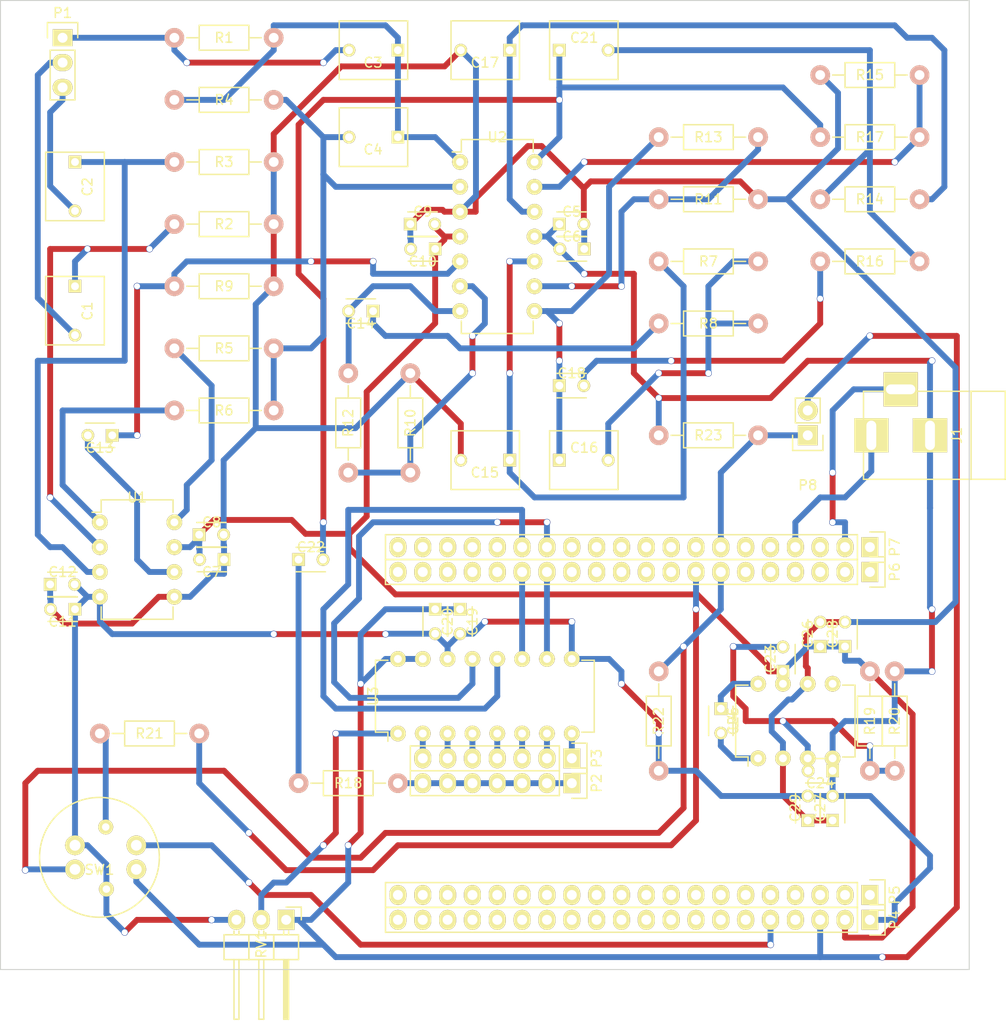
<source format=kicad_pcb>
(kicad_pcb (version 20171130) (host pcbnew "(5.1.12)-1")

  (general
    (thickness 1.6)
    (drawings 4)
    (tracks 555)
    (zones 0)
    (modules 67)
    (nets 120)
  )

  (page A4)
  (layers
    (0 F.Cu signal)
    (31 B.Cu signal)
    (32 B.Adhes user)
    (33 F.Adhes user)
    (34 B.Paste user)
    (35 F.Paste user)
    (36 B.SilkS user)
    (37 F.SilkS user)
    (38 B.Mask user)
    (39 F.Mask user)
    (40 Dwgs.User user)
    (41 Cmts.User user)
    (42 Eco1.User user)
    (43 Eco2.User user)
    (44 Edge.Cuts user)
    (45 Margin user)
    (46 B.CrtYd user)
    (47 F.CrtYd user)
    (48 B.Fab user)
    (49 F.Fab user)
  )

  (setup
    (last_trace_width 0.6)
    (trace_clearance 0.5)
    (zone_clearance 0.55)
    (zone_45_only no)
    (trace_min 0.5)
    (via_size 0.7)
    (via_drill 0.6)
    (via_min_size 0.5)
    (via_min_drill 0.3)
    (uvia_size 0.3)
    (uvia_drill 0.1)
    (uvias_allowed no)
    (uvia_min_size 0.2)
    (uvia_min_drill 0.1)
    (edge_width 0.1)
    (segment_width 0.2)
    (pcb_text_width 0.3)
    (pcb_text_size 1.5 1.5)
    (mod_edge_width 0.15)
    (mod_text_size 1 1)
    (mod_text_width 0.15)
    (pad_size 1.5 1.5)
    (pad_drill 0.6)
    (pad_to_mask_clearance 0)
    (aux_axis_origin 64.77 49.53)
    (grid_origin 64.77 49.53)
    (visible_elements 7FFFFFFF)
    (pcbplotparams
      (layerselection 0x01000_80000001)
      (usegerberextensions false)
      (usegerberattributes true)
      (usegerberadvancedattributes true)
      (creategerberjobfile true)
      (excludeedgelayer true)
      (linewidth 0.100000)
      (plotframeref false)
      (viasonmask false)
      (mode 1)
      (useauxorigin true)
      (hpglpennumber 1)
      (hpglpenspeed 20)
      (hpglpendiameter 15.000000)
      (psnegative false)
      (psa4output false)
      (plotreference true)
      (plotvalue true)
      (plotinvisibletext false)
      (padsonsilk false)
      (subtractmaskfromsilk false)
      (outputformat 1)
      (mirror false)
      (drillshape 0)
      (scaleselection 1)
      (outputdirectory "/Users/marinos/projects/ongoing/Inhibition/pcb/gerber/"))
  )

  (net 0 "")
  (net 1 "Net-(C1-Pad1)")
  (net 2 "Net-(C1-Pad2)")
  (net 3 "Net-(C2-Pad1)")
  (net 4 "Net-(C2-Pad2)")
  (net 5 "Net-(C3-Pad1)")
  (net 6 "Net-(C3-Pad2)")
  (net 7 "Net-(C4-Pad2)")
  (net 8 VEE)
  (net 9 GND)
  (net 10 VCC)
  (net 11 "Net-(C13-Pad1)")
  (net 12 "Net-(C13-Pad2)")
  (net 13 "Net-(C14-Pad1)")
  (net 14 "Net-(C14-Pad2)")
  (net 15 "Net-(C15-Pad1)")
  (net 16 "Net-(C16-Pad1)")
  (net 17 "Net-(C16-Pad2)")
  (net 18 "Net-(C17-Pad1)")
  (net 19 "Net-(C18-Pad2)")
  (net 20 "Net-(C19-Pad1)")
  (net 21 "Net-(C21-Pad1)")
  (net 22 "Net-(C21-Pad2)")
  (net 23 "Net-(C22-Pad1)")
  (net 24 "Net-(C23-Pad2)")
  (net 25 "Net-(C25-Pad1)")
  (net 26 "Net-(C25-Pad2)")
  (net 27 "Net-(J1-Pad1)")
  (net 28 "Net-(J1-Pad3)")
  (net 29 "Net-(P2-Pad1)")
  (net 30 "Net-(P3-Pad1)")
  (net 31 "Net-(P3-Pad2)")
  (net 32 "Net-(P3-Pad3)")
  (net 33 "Net-(P3-Pad4)")
  (net 34 "Net-(P3-Pad5)")
  (net 35 "Net-(P3-Pad6)")
  (net 36 "Net-(P3-Pad7)")
  (net 37 "Net-(P4-Pad4)")
  (net 38 "Net-(P4-Pad5)")
  (net 39 "Net-(P4-Pad6)")
  (net 40 "Net-(P4-Pad7)")
  (net 41 "Net-(P4-Pad8)")
  (net 42 "Net-(P4-Pad9)")
  (net 43 "Net-(P4-Pad10)")
  (net 44 "Net-(P4-Pad11)")
  (net 45 "Net-(P4-Pad12)")
  (net 46 "Net-(P4-Pad13)")
  (net 47 "Net-(P4-Pad14)")
  (net 48 "Net-(P4-Pad15)")
  (net 49 "Net-(P4-Pad16)")
  (net 50 "Net-(P4-Pad17)")
  (net 51 "Net-(P4-Pad18)")
  (net 52 "Net-(P4-Pad19)")
  (net 53 "Net-(P4-Pad20)")
  (net 54 "Net-(P5-Pad1)")
  (net 55 "Net-(P5-Pad2)")
  (net 56 "Net-(P5-Pad3)")
  (net 57 "Net-(P5-Pad4)")
  (net 58 "Net-(P5-Pad5)")
  (net 59 "Net-(P5-Pad6)")
  (net 60 "Net-(P5-Pad7)")
  (net 61 "Net-(P5-Pad8)")
  (net 62 "Net-(P5-Pad9)")
  (net 63 "Net-(P5-Pad10)")
  (net 64 "Net-(P5-Pad11)")
  (net 65 "Net-(P5-Pad12)")
  (net 66 "Net-(P5-Pad13)")
  (net 67 "Net-(P5-Pad14)")
  (net 68 "Net-(P5-Pad15)")
  (net 69 "Net-(P5-Pad16)")
  (net 70 "Net-(P5-Pad17)")
  (net 71 "Net-(P5-Pad18)")
  (net 72 "Net-(P5-Pad19)")
  (net 73 "Net-(P5-Pad20)")
  (net 74 "Net-(P6-Pad1)")
  (net 75 "Net-(P6-Pad2)")
  (net 76 "Net-(P6-Pad3)")
  (net 77 "Net-(P6-Pad4)")
  (net 78 "Net-(P6-Pad5)")
  (net 79 "Net-(P6-Pad6)")
  (net 80 "Net-(P6-Pad7)")
  (net 81 "Net-(P6-Pad8)")
  (net 82 "Net-(P6-Pad9)")
  (net 83 "Net-(P6-Pad10)")
  (net 84 "Net-(P6-Pad11)")
  (net 85 "Net-(P6-Pad12)")
  (net 86 "Net-(P6-Pad13)")
  (net 87 "Net-(P6-Pad14)")
  (net 88 "Net-(P6-Pad15)")
  (net 89 "Net-(P6-Pad16)")
  (net 90 "Net-(P6-Pad17)")
  (net 91 "Net-(P6-Pad18)")
  (net 92 "Net-(P6-Pad19)")
  (net 93 "Net-(P6-Pad20)")
  (net 94 "Net-(P7-Pad1)")
  (net 95 "Net-(P7-Pad3)")
  (net 96 "Net-(P7-Pad5)")
  (net 97 "Net-(P7-Pad6)")
  (net 98 "Net-(P7-Pad7)")
  (net 99 "Net-(P7-Pad8)")
  (net 100 "Net-(P7-Pad9)")
  (net 101 "Net-(P7-Pad10)")
  (net 102 "Net-(P7-Pad11)")
  (net 103 "Net-(P7-Pad12)")
  (net 104 "Net-(P7-Pad13)")
  (net 105 "Net-(P7-Pad14)")
  (net 106 "Net-(P7-Pad15)")
  (net 107 "Net-(P7-Pad16)")
  (net 108 "Net-(P7-Pad17)")
  (net 109 "Net-(P7-Pad18)")
  (net 110 "Net-(P7-Pad19)")
  (net 111 "Net-(P7-Pad20)")
  (net 112 "Net-(R5-Pad1)")
  (net 113 "Net-(R6-Pad2)")
  (net 114 "Net-(R10-Pad1)")
  (net 115 "Net-(R11-Pad1)")
  (net 116 "Net-(R15-Pad1)")
  (net 117 "Net-(R21-Pad1)")
  (net 118 "Net-(RV1-Pad2)")
  (net 119 "Net-(U4-Pad5)")

  (net_class Default "This is the default net class."
    (clearance 0.5)
    (trace_width 0.6)
    (via_dia 0.7)
    (via_drill 0.6)
    (uvia_dia 0.3)
    (uvia_drill 0.1)
    (add_net GND)
    (add_net "Net-(C1-Pad1)")
    (add_net "Net-(C1-Pad2)")
    (add_net "Net-(C13-Pad1)")
    (add_net "Net-(C13-Pad2)")
    (add_net "Net-(C14-Pad1)")
    (add_net "Net-(C14-Pad2)")
    (add_net "Net-(C15-Pad1)")
    (add_net "Net-(C16-Pad1)")
    (add_net "Net-(C16-Pad2)")
    (add_net "Net-(C17-Pad1)")
    (add_net "Net-(C18-Pad2)")
    (add_net "Net-(C19-Pad1)")
    (add_net "Net-(C2-Pad1)")
    (add_net "Net-(C2-Pad2)")
    (add_net "Net-(C21-Pad1)")
    (add_net "Net-(C21-Pad2)")
    (add_net "Net-(C22-Pad1)")
    (add_net "Net-(C23-Pad2)")
    (add_net "Net-(C25-Pad1)")
    (add_net "Net-(C25-Pad2)")
    (add_net "Net-(C3-Pad1)")
    (add_net "Net-(C3-Pad2)")
    (add_net "Net-(C4-Pad2)")
    (add_net "Net-(J1-Pad1)")
    (add_net "Net-(J1-Pad3)")
    (add_net "Net-(P2-Pad1)")
    (add_net "Net-(P3-Pad1)")
    (add_net "Net-(P3-Pad2)")
    (add_net "Net-(P3-Pad3)")
    (add_net "Net-(P3-Pad4)")
    (add_net "Net-(P3-Pad5)")
    (add_net "Net-(P3-Pad6)")
    (add_net "Net-(P3-Pad7)")
    (add_net "Net-(P4-Pad10)")
    (add_net "Net-(P4-Pad11)")
    (add_net "Net-(P4-Pad12)")
    (add_net "Net-(P4-Pad13)")
    (add_net "Net-(P4-Pad14)")
    (add_net "Net-(P4-Pad15)")
    (add_net "Net-(P4-Pad16)")
    (add_net "Net-(P4-Pad17)")
    (add_net "Net-(P4-Pad18)")
    (add_net "Net-(P4-Pad19)")
    (add_net "Net-(P4-Pad20)")
    (add_net "Net-(P4-Pad4)")
    (add_net "Net-(P4-Pad5)")
    (add_net "Net-(P4-Pad6)")
    (add_net "Net-(P4-Pad7)")
    (add_net "Net-(P4-Pad8)")
    (add_net "Net-(P4-Pad9)")
    (add_net "Net-(P5-Pad1)")
    (add_net "Net-(P5-Pad10)")
    (add_net "Net-(P5-Pad11)")
    (add_net "Net-(P5-Pad12)")
    (add_net "Net-(P5-Pad13)")
    (add_net "Net-(P5-Pad14)")
    (add_net "Net-(P5-Pad15)")
    (add_net "Net-(P5-Pad16)")
    (add_net "Net-(P5-Pad17)")
    (add_net "Net-(P5-Pad18)")
    (add_net "Net-(P5-Pad19)")
    (add_net "Net-(P5-Pad2)")
    (add_net "Net-(P5-Pad20)")
    (add_net "Net-(P5-Pad3)")
    (add_net "Net-(P5-Pad4)")
    (add_net "Net-(P5-Pad5)")
    (add_net "Net-(P5-Pad6)")
    (add_net "Net-(P5-Pad7)")
    (add_net "Net-(P5-Pad8)")
    (add_net "Net-(P5-Pad9)")
    (add_net "Net-(P6-Pad1)")
    (add_net "Net-(P6-Pad10)")
    (add_net "Net-(P6-Pad11)")
    (add_net "Net-(P6-Pad12)")
    (add_net "Net-(P6-Pad13)")
    (add_net "Net-(P6-Pad14)")
    (add_net "Net-(P6-Pad15)")
    (add_net "Net-(P6-Pad16)")
    (add_net "Net-(P6-Pad17)")
    (add_net "Net-(P6-Pad18)")
    (add_net "Net-(P6-Pad19)")
    (add_net "Net-(P6-Pad2)")
    (add_net "Net-(P6-Pad20)")
    (add_net "Net-(P6-Pad3)")
    (add_net "Net-(P6-Pad4)")
    (add_net "Net-(P6-Pad5)")
    (add_net "Net-(P6-Pad6)")
    (add_net "Net-(P6-Pad7)")
    (add_net "Net-(P6-Pad8)")
    (add_net "Net-(P6-Pad9)")
    (add_net "Net-(P7-Pad1)")
    (add_net "Net-(P7-Pad10)")
    (add_net "Net-(P7-Pad11)")
    (add_net "Net-(P7-Pad12)")
    (add_net "Net-(P7-Pad13)")
    (add_net "Net-(P7-Pad14)")
    (add_net "Net-(P7-Pad15)")
    (add_net "Net-(P7-Pad16)")
    (add_net "Net-(P7-Pad17)")
    (add_net "Net-(P7-Pad18)")
    (add_net "Net-(P7-Pad19)")
    (add_net "Net-(P7-Pad20)")
    (add_net "Net-(P7-Pad3)")
    (add_net "Net-(P7-Pad5)")
    (add_net "Net-(P7-Pad6)")
    (add_net "Net-(P7-Pad7)")
    (add_net "Net-(P7-Pad8)")
    (add_net "Net-(P7-Pad9)")
    (add_net "Net-(R10-Pad1)")
    (add_net "Net-(R11-Pad1)")
    (add_net "Net-(R15-Pad1)")
    (add_net "Net-(R21-Pad1)")
    (add_net "Net-(R5-Pad1)")
    (add_net "Net-(R6-Pad2)")
    (add_net "Net-(RV1-Pad2)")
    (add_net "Net-(U4-Pad5)")
    (add_net VCC)
    (add_net VEE)
  )

  (module Resistors_ThroughHole:Resistor_Horizontal_RM10mm (layer F.Cu) (tedit 57D32E0F) (tstamp 57CF2841)
    (at 74.93 124.46)
    (descr "Resistor, Axial,  RM 10mm, 1/3W")
    (tags "Resistor Axial RM 10mm 1/3W")
    (path /57C85F41)
    (fp_text reference R21 (at 5.08 0) (layer F.SilkS)
      (effects (font (size 1 1) (thickness 0.15)))
    )
    (fp_text value 1K (at 5.08 1.27) (layer F.Fab)
      (effects (font (size 1 1) (thickness 0.15)))
    )
    (fp_line (start 7.62 0) (end 8.89 0) (layer F.SilkS) (width 0.15))
    (fp_line (start 2.54 0) (end 1.27 0) (layer F.SilkS) (width 0.15))
    (fp_line (start 2.54 1.27) (end 2.54 -1.27) (layer F.SilkS) (width 0.15))
    (fp_line (start 7.62 1.27) (end 2.54 1.27) (layer F.SilkS) (width 0.15))
    (fp_line (start 7.62 -1.27) (end 7.62 1.27) (layer F.SilkS) (width 0.15))
    (fp_line (start 2.54 -1.27) (end 7.62 -1.27) (layer F.SilkS) (width 0.15))
    (fp_line (start -1.25 1.5) (end 11.4 1.5) (layer F.CrtYd) (width 0.05))
    (fp_line (start 11.4 -1.5) (end 11.4 1.5) (layer F.CrtYd) (width 0.05))
    (fp_line (start -1.25 1.5) (end -1.25 -1.5) (layer F.CrtYd) (width 0.05))
    (fp_line (start -1.25 -1.5) (end 11.4 -1.5) (layer F.CrtYd) (width 0.05))
    (pad 1 thru_hole circle (at 0 0) (size 1.99898 1.99898) (drill 1.00076) (layers *.Cu *.SilkS *.Mask)
      (net 117 "Net-(R21-Pad1)"))
    (pad 2 thru_hole circle (at 10.16 0) (size 1.99898 1.99898) (drill 1.00076) (layers *.Cu *.SilkS *.Mask)
      (net 81 "Net-(P6-Pad8)"))
    (model Resistors_ThroughHole.3dshapes/Resistor_Horizontal_RM10mm.wrl
      (at (xyz 0 0 0))
      (scale (xyz 0.4 0.4 0.4))
      (rotate (xyz 0 0 0))
    )
  )

  (module Resistors_ThroughHole:Resistor_Horizontal_RM10mm (layer F.Cu) (tedit 57D32DEB) (tstamp 57CF2847)
    (at 132.08 118.11 270)
    (descr "Resistor, Axial,  RM 10mm, 1/3W")
    (tags "Resistor Axial RM 10mm 1/3W")
    (path /57CB2603)
    (fp_text reference R22 (at 5.08 0 270) (layer F.SilkS)
      (effects (font (size 1 1) (thickness 0.15)))
    )
    (fp_text value 10K (at 5.08 1.27 270) (layer F.Fab)
      (effects (font (size 1 1) (thickness 0.15)))
    )
    (fp_line (start 7.62 0) (end 8.89 0) (layer F.SilkS) (width 0.15))
    (fp_line (start 2.54 0) (end 1.27 0) (layer F.SilkS) (width 0.15))
    (fp_line (start 2.54 1.27) (end 2.54 -1.27) (layer F.SilkS) (width 0.15))
    (fp_line (start 7.62 1.27) (end 2.54 1.27) (layer F.SilkS) (width 0.15))
    (fp_line (start 7.62 -1.27) (end 7.62 1.27) (layer F.SilkS) (width 0.15))
    (fp_line (start 2.54 -1.27) (end 7.62 -1.27) (layer F.SilkS) (width 0.15))
    (fp_line (start -1.25 1.5) (end 11.4 1.5) (layer F.CrtYd) (width 0.05))
    (fp_line (start 11.4 -1.5) (end 11.4 1.5) (layer F.CrtYd) (width 0.05))
    (fp_line (start -1.25 1.5) (end -1.25 -1.5) (layer F.CrtYd) (width 0.05))
    (fp_line (start -1.25 -1.5) (end 11.4 -1.5) (layer F.CrtYd) (width 0.05))
    (pad 1 thru_hole circle (at 0 0 270) (size 1.99898 1.99898) (drill 1.00076) (layers *.Cu *.SilkS *.Mask)
      (net 80 "Net-(P6-Pad7)"))
    (pad 2 thru_hole circle (at 10.16 0 270) (size 1.99898 1.99898) (drill 1.00076) (layers *.Cu *.SilkS *.Mask)
      (net 8 VEE))
    (model Resistors_ThroughHole.3dshapes/Resistor_Horizontal_RM10mm.wrl
      (at (xyz 0 0 0))
      (scale (xyz 0.4 0.4 0.4))
      (rotate (xyz 0 0 0))
    )
  )

  (module Resistors_ThroughHole:Resistor_Horizontal_RM10mm (layer F.Cu) (tedit 57CF3E32) (tstamp 57CF284D)
    (at 142.24 93.98 180)
    (descr "Resistor, Axial,  RM 10mm, 1/3W")
    (tags "Resistor Axial RM 10mm 1/3W")
    (path /57CFD4AF)
    (fp_text reference R23 (at 5.08 0 180) (layer F.SilkS)
      (effects (font (size 1 1) (thickness 0.15)))
    )
    (fp_text value 10K (at 5.08 1.27 180) (layer F.Fab)
      (effects (font (size 1 1) (thickness 0.15)))
    )
    (fp_line (start 7.62 0) (end 8.89 0) (layer F.SilkS) (width 0.15))
    (fp_line (start 2.54 0) (end 1.27 0) (layer F.SilkS) (width 0.15))
    (fp_line (start 2.54 1.27) (end 2.54 -1.27) (layer F.SilkS) (width 0.15))
    (fp_line (start 7.62 1.27) (end 2.54 1.27) (layer F.SilkS) (width 0.15))
    (fp_line (start 7.62 -1.27) (end 7.62 1.27) (layer F.SilkS) (width 0.15))
    (fp_line (start 2.54 -1.27) (end 7.62 -1.27) (layer F.SilkS) (width 0.15))
    (fp_line (start -1.25 1.5) (end 11.4 1.5) (layer F.CrtYd) (width 0.05))
    (fp_line (start 11.4 -1.5) (end 11.4 1.5) (layer F.CrtYd) (width 0.05))
    (fp_line (start -1.25 1.5) (end -1.25 -1.5) (layer F.CrtYd) (width 0.05))
    (fp_line (start -1.25 -1.5) (end 11.4 -1.5) (layer F.CrtYd) (width 0.05))
    (pad 1 thru_hole circle (at 0 0 180) (size 1.99898 1.99898) (drill 1.00076) (layers *.Cu *.SilkS *.Mask)
      (net 98 "Net-(P7-Pad7)"))
    (pad 2 thru_hole circle (at 10.16 0 180) (size 1.99898 1.99898) (drill 1.00076) (layers *.Cu *.SilkS *.Mask)
      (net 8 VEE))
    (model Resistors_ThroughHole.3dshapes/Resistor_Horizontal_RM10mm.wrl
      (at (xyz 0 0 0))
      (scale (xyz 0.4 0.4 0.4))
      (rotate (xyz 0 0 0))
    )
  )

  (module Capacitors_ThroughHole:C_Disc_D3_P2.5 (layer F.Cu) (tedit 57CF3E27) (tstamp 57CF272D)
    (at 149.86 133.35 90)
    (descr "Capacitor 3mm Disc, Pitch 2.5mm")
    (tags Capacitor)
    (path /57C49640)
    (fp_text reference C27 (at 1.27 -1.27 90) (layer F.SilkS)
      (effects (font (size 1 1) (thickness 0.15)))
    )
    (fp_text value 1μ (at 1.27 1.27 90) (layer F.Fab)
      (effects (font (size 1 1) (thickness 0.15)))
    )
    (fp_line (start 2.75 1.25) (end -0.25 1.25) (layer F.SilkS) (width 0.15))
    (fp_line (start -0.25 -1.25) (end 2.75 -1.25) (layer F.SilkS) (width 0.15))
    (fp_line (start -0.9 1.5) (end -0.9 -1.5) (layer F.CrtYd) (width 0.05))
    (fp_line (start 3.4 1.5) (end -0.9 1.5) (layer F.CrtYd) (width 0.05))
    (fp_line (start 3.4 -1.5) (end 3.4 1.5) (layer F.CrtYd) (width 0.05))
    (fp_line (start -0.9 -1.5) (end 3.4 -1.5) (layer F.CrtYd) (width 0.05))
    (pad 1 thru_hole rect (at 0 0 90) (size 1.3 1.3) (drill 0.8) (layers *.Cu *.Mask F.SilkS)
      (net 9 GND))
    (pad 2 thru_hole circle (at 2.5 0 90) (size 1.3 1.3) (drill 0.8001) (layers *.Cu *.Mask F.SilkS)
      (net 8 VEE))
    (model Capacitors_ThroughHole.3dshapes/C_Disc_D3_P2.5.wrl
      (offset (xyz 1.250000021226883 0 0))
      (scale (xyz 1 1 1))
      (rotate (xyz 0 0 0))
    )
  )

  (module Capacitors_ThroughHole:C_Disc_D3_P2.5 (layer F.Cu) (tedit 57CF3E1F) (tstamp 57CF2733)
    (at 151.13 115.57 90)
    (descr "Capacitor 3mm Disc, Pitch 2.5mm")
    (tags Capacitor)
    (path /57C49661)
    (fp_text reference C28 (at 1.27 -1.27 90) (layer F.SilkS)
      (effects (font (size 1 1) (thickness 0.15)))
    )
    (fp_text value 10μ (at 1.27 1.27 90) (layer F.Fab)
      (effects (font (size 1 1) (thickness 0.15)))
    )
    (fp_line (start 2.75 1.25) (end -0.25 1.25) (layer F.SilkS) (width 0.15))
    (fp_line (start -0.25 -1.25) (end 2.75 -1.25) (layer F.SilkS) (width 0.15))
    (fp_line (start -0.9 1.5) (end -0.9 -1.5) (layer F.CrtYd) (width 0.05))
    (fp_line (start 3.4 1.5) (end -0.9 1.5) (layer F.CrtYd) (width 0.05))
    (fp_line (start 3.4 -1.5) (end 3.4 1.5) (layer F.CrtYd) (width 0.05))
    (fp_line (start -0.9 -1.5) (end 3.4 -1.5) (layer F.CrtYd) (width 0.05))
    (pad 1 thru_hole rect (at 0 0 90) (size 1.3 1.3) (drill 0.8) (layers *.Cu *.Mask F.SilkS)
      (net 10 VCC))
    (pad 2 thru_hole circle (at 2.5 0 90) (size 1.3 1.3) (drill 0.8001) (layers *.Cu *.Mask F.SilkS)
      (net 9 GND))
    (model Capacitors_ThroughHole.3dshapes/C_Disc_D3_P2.5.wrl
      (offset (xyz 1.250000021226883 0 0))
      (scale (xyz 1 1 1))
      (rotate (xyz 0 0 0))
    )
  )

  (module Capacitors_ThroughHole:C_Disc_D3_P2.5 (layer F.Cu) (tedit 57CF3E17) (tstamp 57CF2727)
    (at 148.59 115.57 90)
    (descr "Capacitor 3mm Disc, Pitch 2.5mm")
    (tags Capacitor)
    (path /57C49647)
    (fp_text reference C26 (at 1.27 -1.27 90) (layer F.SilkS)
      (effects (font (size 1 1) (thickness 0.15)))
    )
    (fp_text value 1μ (at 1.27 1.27 90) (layer F.Fab)
      (effects (font (size 1 1) (thickness 0.15)))
    )
    (fp_line (start 2.75 1.25) (end -0.25 1.25) (layer F.SilkS) (width 0.15))
    (fp_line (start -0.25 -1.25) (end 2.75 -1.25) (layer F.SilkS) (width 0.15))
    (fp_line (start -0.9 1.5) (end -0.9 -1.5) (layer F.CrtYd) (width 0.05))
    (fp_line (start 3.4 1.5) (end -0.9 1.5) (layer F.CrtYd) (width 0.05))
    (fp_line (start 3.4 -1.5) (end 3.4 1.5) (layer F.CrtYd) (width 0.05))
    (fp_line (start -0.9 -1.5) (end 3.4 -1.5) (layer F.CrtYd) (width 0.05))
    (pad 1 thru_hole rect (at 0 0 90) (size 1.3 1.3) (drill 0.8) (layers *.Cu *.Mask F.SilkS)
      (net 10 VCC))
    (pad 2 thru_hole circle (at 2.5 0 90) (size 1.3 1.3) (drill 0.8001) (layers *.Cu *.Mask F.SilkS)
      (net 9 GND))
    (model Capacitors_ThroughHole.3dshapes/C_Disc_D3_P2.5.wrl
      (offset (xyz 1.250000021226883 0 0))
      (scale (xyz 1 1 1))
      (rotate (xyz 0 0 0))
    )
  )

  (module Capacitors_ThroughHole:C_Disc_D3_P2.5 (layer F.Cu) (tedit 57CF3E10) (tstamp 57CF2739)
    (at 147.32 133.35 90)
    (descr "Capacitor 3mm Disc, Pitch 2.5mm")
    (tags Capacitor)
    (path /57C4965A)
    (fp_text reference C29 (at 1.27 -1.27 90) (layer F.SilkS)
      (effects (font (size 1 1) (thickness 0.15)))
    )
    (fp_text value 10μ (at 1.27 1.27 90) (layer F.Fab)
      (effects (font (size 1 1) (thickness 0.15)))
    )
    (fp_line (start 2.75 1.25) (end -0.25 1.25) (layer F.SilkS) (width 0.15))
    (fp_line (start -0.25 -1.25) (end 2.75 -1.25) (layer F.SilkS) (width 0.15))
    (fp_line (start -0.9 1.5) (end -0.9 -1.5) (layer F.CrtYd) (width 0.05))
    (fp_line (start 3.4 1.5) (end -0.9 1.5) (layer F.CrtYd) (width 0.05))
    (fp_line (start 3.4 -1.5) (end 3.4 1.5) (layer F.CrtYd) (width 0.05))
    (fp_line (start -0.9 -1.5) (end 3.4 -1.5) (layer F.CrtYd) (width 0.05))
    (pad 1 thru_hole rect (at 0 0 90) (size 1.3 1.3) (drill 0.8) (layers *.Cu *.Mask F.SilkS)
      (net 9 GND))
    (pad 2 thru_hole circle (at 2.5 0 90) (size 1.3 1.3) (drill 0.8001) (layers *.Cu *.Mask F.SilkS)
      (net 8 VEE))
    (model Capacitors_ThroughHole.3dshapes/C_Disc_D3_P2.5.wrl
      (offset (xyz 1.250000021226883 0 0))
      (scale (xyz 1 1 1))
      (rotate (xyz 0 0 0))
    )
  )

  (module Capacitors_ThroughHole:C_Disc_D3_P2.5 (layer F.Cu) (tedit 57CF3E07) (tstamp 57CF2721)
    (at 138.43 121.92 270)
    (descr "Capacitor 3mm Disc, Pitch 2.5mm")
    (tags Capacitor)
    (path /57A74078)
    (fp_text reference C25 (at 1.27 -1.27 270) (layer F.SilkS)
      (effects (font (size 1 1) (thickness 0.15)))
    )
    (fp_text value 1n (at 1.27 1.27 270) (layer F.Fab)
      (effects (font (size 1 1) (thickness 0.15)))
    )
    (fp_line (start 2.75 1.25) (end -0.25 1.25) (layer F.SilkS) (width 0.15))
    (fp_line (start -0.25 -1.25) (end 2.75 -1.25) (layer F.SilkS) (width 0.15))
    (fp_line (start -0.9 1.5) (end -0.9 -1.5) (layer F.CrtYd) (width 0.05))
    (fp_line (start 3.4 1.5) (end -0.9 1.5) (layer F.CrtYd) (width 0.05))
    (fp_line (start 3.4 -1.5) (end 3.4 1.5) (layer F.CrtYd) (width 0.05))
    (fp_line (start -0.9 -1.5) (end 3.4 -1.5) (layer F.CrtYd) (width 0.05))
    (pad 1 thru_hole rect (at 0 0 270) (size 1.3 1.3) (drill 0.8) (layers *.Cu *.Mask F.SilkS)
      (net 25 "Net-(C25-Pad1)"))
    (pad 2 thru_hole circle (at 2.5 0 270) (size 1.3 1.3) (drill 0.8001) (layers *.Cu *.Mask F.SilkS)
      (net 26 "Net-(C25-Pad2)"))
    (model Capacitors_ThroughHole.3dshapes/C_Disc_D3_P2.5.wrl
      (offset (xyz 1.250000021226883 0 0))
      (scale (xyz 1 1 1))
      (rotate (xyz 0 0 0))
    )
  )

  (module Capacitors_ThroughHole:C_Disc_D3_P2.5 (layer F.Cu) (tedit 57CF3DFE) (tstamp 57CF2715)
    (at 144.78 118.11 90)
    (descr "Capacitor 3mm Disc, Pitch 2.5mm")
    (tags Capacitor)
    (path /578B87A5)
    (fp_text reference C23 (at 1.27 -1.27 90) (layer F.SilkS)
      (effects (font (size 1 1) (thickness 0.15)))
    )
    (fp_text value .01μ (at 1.27 1.27 90) (layer F.Fab)
      (effects (font (size 1 1) (thickness 0.15)))
    )
    (fp_line (start 2.75 1.25) (end -0.25 1.25) (layer F.SilkS) (width 0.15))
    (fp_line (start -0.25 -1.25) (end 2.75 -1.25) (layer F.SilkS) (width 0.15))
    (fp_line (start -0.9 1.5) (end -0.9 -1.5) (layer F.CrtYd) (width 0.05))
    (fp_line (start 3.4 1.5) (end -0.9 1.5) (layer F.CrtYd) (width 0.05))
    (fp_line (start 3.4 -1.5) (end 3.4 1.5) (layer F.CrtYd) (width 0.05))
    (fp_line (start -0.9 -1.5) (end 3.4 -1.5) (layer F.CrtYd) (width 0.05))
    (pad 1 thru_hole rect (at 0 0 90) (size 1.3 1.3) (drill 0.8) (layers *.Cu *.Mask F.SilkS)
      (net 10 VCC))
    (pad 2 thru_hole circle (at 2.5 0 90) (size 1.3 1.3) (drill 0.8001) (layers *.Cu *.Mask F.SilkS)
      (net 24 "Net-(C23-Pad2)"))
    (model Capacitors_ThroughHole.3dshapes/C_Disc_D3_P2.5.wrl
      (offset (xyz 1.250000021226883 0 0))
      (scale (xyz 1 1 1))
      (rotate (xyz 0 0 0))
    )
  )

  (module Capacitors_ThroughHole:C_Disc_D3_P2.5 (layer F.Cu) (tedit 57CF3DF5) (tstamp 57CF271B)
    (at 149.86 128.27 180)
    (descr "Capacitor 3mm Disc, Pitch 2.5mm")
    (tags Capacitor)
    (path /578B8752)
    (fp_text reference C24 (at 1.27 -1.27 180) (layer F.SilkS)
      (effects (font (size 1 1) (thickness 0.15)))
    )
    (fp_text value .01μ (at 1.27 1.27 180) (layer F.Fab)
      (effects (font (size 1 1) (thickness 0.15)))
    )
    (fp_line (start 2.75 1.25) (end -0.25 1.25) (layer F.SilkS) (width 0.15))
    (fp_line (start -0.25 -1.25) (end 2.75 -1.25) (layer F.SilkS) (width 0.15))
    (fp_line (start -0.9 1.5) (end -0.9 -1.5) (layer F.CrtYd) (width 0.05))
    (fp_line (start 3.4 1.5) (end -0.9 1.5) (layer F.CrtYd) (width 0.05))
    (fp_line (start 3.4 -1.5) (end 3.4 1.5) (layer F.CrtYd) (width 0.05))
    (fp_line (start -0.9 -1.5) (end 3.4 -1.5) (layer F.CrtYd) (width 0.05))
    (pad 1 thru_hole rect (at 0 0 180) (size 1.3 1.3) (drill 0.8) (layers *.Cu *.Mask F.SilkS)
      (net 8 VEE))
    (pad 2 thru_hole circle (at 2.5 0 180) (size 1.3 1.3) (drill 0.8001) (layers *.Cu *.Mask F.SilkS)
      (net 24 "Net-(C23-Pad2)"))
    (model Capacitors_ThroughHole.3dshapes/C_Disc_D3_P2.5.wrl
      (offset (xyz 1.250000021226883 0 0))
      (scale (xyz 1 1 1))
      (rotate (xyz 0 0 0))
    )
  )

  (module Resistors_ThroughHole:Resistor_Horizontal_RM10mm (layer F.Cu) (tedit 57CF3DED) (tstamp 57CF2835)
    (at 153.67 118.11 270)
    (descr "Resistor, Axial,  RM 10mm, 1/3W")
    (tags "Resistor Axial RM 10mm 1/3W")
    (path /578B79C0)
    (fp_text reference R19 (at 5.08 0 270) (layer F.SilkS)
      (effects (font (size 1 1) (thickness 0.15)))
    )
    (fp_text value 10K (at 5.08 1.27 270) (layer F.Fab)
      (effects (font (size 1 1) (thickness 0.15)))
    )
    (fp_line (start 7.62 0) (end 8.89 0) (layer F.SilkS) (width 0.15))
    (fp_line (start 2.54 0) (end 1.27 0) (layer F.SilkS) (width 0.15))
    (fp_line (start 2.54 1.27) (end 2.54 -1.27) (layer F.SilkS) (width 0.15))
    (fp_line (start 7.62 1.27) (end 2.54 1.27) (layer F.SilkS) (width 0.15))
    (fp_line (start 7.62 -1.27) (end 7.62 1.27) (layer F.SilkS) (width 0.15))
    (fp_line (start 2.54 -1.27) (end 7.62 -1.27) (layer F.SilkS) (width 0.15))
    (fp_line (start -1.25 1.5) (end 11.4 1.5) (layer F.CrtYd) (width 0.05))
    (fp_line (start 11.4 -1.5) (end 11.4 1.5) (layer F.CrtYd) (width 0.05))
    (fp_line (start -1.25 1.5) (end -1.25 -1.5) (layer F.CrtYd) (width 0.05))
    (fp_line (start -1.25 -1.5) (end 11.4 -1.5) (layer F.CrtYd) (width 0.05))
    (pad 1 thru_hole circle (at 0 0 270) (size 1.99898 1.99898) (drill 1.00076) (layers *.Cu *.SilkS *.Mask)
      (net 10 VCC))
    (pad 2 thru_hole circle (at 10.16 0 270) (size 1.99898 1.99898) (drill 1.00076) (layers *.Cu *.SilkS *.Mask)
      (net 24 "Net-(C23-Pad2)"))
    (model Resistors_ThroughHole.3dshapes/Resistor_Horizontal_RM10mm.wrl
      (at (xyz 0 0 0))
      (scale (xyz 0.4 0.4 0.4))
      (rotate (xyz 0 0 0))
    )
  )

  (module Resistors_ThroughHole:Resistor_Horizontal_RM10mm (layer F.Cu) (tedit 57CF3DE4) (tstamp 57CF283B)
    (at 156.21 128.27 90)
    (descr "Resistor, Axial,  RM 10mm, 1/3W")
    (tags "Resistor Axial RM 10mm 1/3W")
    (path /578B7970)
    (fp_text reference R20 (at 5.08 0 90) (layer F.SilkS)
      (effects (font (size 1 1) (thickness 0.15)))
    )
    (fp_text value 15K (at 5.08 1.27 90) (layer F.Fab)
      (effects (font (size 1 1) (thickness 0.15)))
    )
    (fp_line (start 7.62 0) (end 8.89 0) (layer F.SilkS) (width 0.15))
    (fp_line (start 2.54 0) (end 1.27 0) (layer F.SilkS) (width 0.15))
    (fp_line (start 2.54 1.27) (end 2.54 -1.27) (layer F.SilkS) (width 0.15))
    (fp_line (start 7.62 1.27) (end 2.54 1.27) (layer F.SilkS) (width 0.15))
    (fp_line (start 7.62 -1.27) (end 7.62 1.27) (layer F.SilkS) (width 0.15))
    (fp_line (start 2.54 -1.27) (end 7.62 -1.27) (layer F.SilkS) (width 0.15))
    (fp_line (start -1.25 1.5) (end 11.4 1.5) (layer F.CrtYd) (width 0.05))
    (fp_line (start 11.4 -1.5) (end 11.4 1.5) (layer F.CrtYd) (width 0.05))
    (fp_line (start -1.25 1.5) (end -1.25 -1.5) (layer F.CrtYd) (width 0.05))
    (fp_line (start -1.25 -1.5) (end 11.4 -1.5) (layer F.CrtYd) (width 0.05))
    (pad 1 thru_hole circle (at 0 0 90) (size 1.99898 1.99898) (drill 1.00076) (layers *.Cu *.SilkS *.Mask)
      (net 24 "Net-(C23-Pad2)"))
    (pad 2 thru_hole circle (at 10.16 0 90) (size 1.99898 1.99898) (drill 1.00076) (layers *.Cu *.SilkS *.Mask)
      (net 8 VEE))
    (model Resistors_ThroughHole.3dshapes/Resistor_Horizontal_RM10mm.wrl
      (at (xyz 0 0 0))
      (scale (xyz 0.4 0.4 0.4))
      (rotate (xyz 0 0 0))
    )
  )

  (module Capacitors_ThroughHole:C_Disc_D3_P2.5 (layer F.Cu) (tedit 57CF3AAD) (tstamp 57CF2703)
    (at 109.22 111.76 270)
    (descr "Capacitor 3mm Disc, Pitch 2.5mm")
    (tags Capacitor)
    (path /57CEDE07)
    (fp_text reference C20 (at 1.27 -1.27 270) (layer F.SilkS)
      (effects (font (size 1 1) (thickness 0.15)))
    )
    (fp_text value 0.33μ (at 1.27 1.27 270) (layer F.Fab)
      (effects (font (size 1 1) (thickness 0.15)))
    )
    (fp_line (start 2.75 1.25) (end -0.25 1.25) (layer F.SilkS) (width 0.15))
    (fp_line (start -0.25 -1.25) (end 2.75 -1.25) (layer F.SilkS) (width 0.15))
    (fp_line (start -0.9 1.5) (end -0.9 -1.5) (layer F.CrtYd) (width 0.05))
    (fp_line (start 3.4 1.5) (end -0.9 1.5) (layer F.CrtYd) (width 0.05))
    (fp_line (start 3.4 -1.5) (end 3.4 1.5) (layer F.CrtYd) (width 0.05))
    (fp_line (start -0.9 -1.5) (end 3.4 -1.5) (layer F.CrtYd) (width 0.05))
    (pad 1 thru_hole rect (at 0 0 270) (size 1.3 1.3) (drill 0.8) (layers *.Cu *.Mask F.SilkS)
      (net 20 "Net-(C19-Pad1)"))
    (pad 2 thru_hole circle (at 2.5 0 270) (size 1.3 1.3) (drill 0.8001) (layers *.Cu *.Mask F.SilkS)
      (net 8 VEE))
    (model Capacitors_ThroughHole.3dshapes/C_Disc_D3_P2.5.wrl
      (offset (xyz 1.250000021226883 0 0))
      (scale (xyz 1 1 1))
      (rotate (xyz 0 0 0))
    )
  )

  (module Capacitors_ThroughHole:C_Disc_D3_P2.5 (layer F.Cu) (tedit 57CF3AA5) (tstamp 57CF26FD)
    (at 111.76 111.76 270)
    (descr "Capacitor 3mm Disc, Pitch 2.5mm")
    (tags Capacitor)
    (path /57CEDD0F)
    (fp_text reference C19 (at 1.27 -1.27 270) (layer F.SilkS)
      (effects (font (size 1 1) (thickness 0.15)))
    )
    (fp_text value 0.01μ (at 1.27 1.27 270) (layer F.Fab)
      (effects (font (size 1 1) (thickness 0.15)))
    )
    (fp_line (start 2.75 1.25) (end -0.25 1.25) (layer F.SilkS) (width 0.15))
    (fp_line (start -0.25 -1.25) (end 2.75 -1.25) (layer F.SilkS) (width 0.15))
    (fp_line (start -0.9 1.5) (end -0.9 -1.5) (layer F.CrtYd) (width 0.05))
    (fp_line (start 3.4 1.5) (end -0.9 1.5) (layer F.CrtYd) (width 0.05))
    (fp_line (start 3.4 -1.5) (end 3.4 1.5) (layer F.CrtYd) (width 0.05))
    (fp_line (start -0.9 -1.5) (end 3.4 -1.5) (layer F.CrtYd) (width 0.05))
    (pad 1 thru_hole rect (at 0 0 270) (size 1.3 1.3) (drill 0.8) (layers *.Cu *.Mask F.SilkS)
      (net 20 "Net-(C19-Pad1)"))
    (pad 2 thru_hole circle (at 2.5 0 270) (size 1.3 1.3) (drill 0.8001) (layers *.Cu *.Mask F.SilkS)
      (net 8 VEE))
    (model Capacitors_ThroughHole.3dshapes/C_Disc_D3_P2.5.wrl
      (offset (xyz 1.250000021226883 0 0))
      (scale (xyz 1 1 1))
      (rotate (xyz 0 0 0))
    )
  )

  (module Resistors_ThroughHole:Resistor_Horizontal_RM10mm (layer F.Cu) (tedit 57CF3764) (tstamp 57CF282F)
    (at 95.25 129.54)
    (descr "Resistor, Axial,  RM 10mm, 1/3W")
    (tags "Resistor Axial RM 10mm 1/3W")
    (path /57D03159)
    (fp_text reference R18 (at 5.08 0) (layer F.SilkS)
      (effects (font (size 1 1) (thickness 0.15)))
    )
    (fp_text value 220 (at 5.08 1.27) (layer F.Fab)
      (effects (font (size 1 1) (thickness 0.15)))
    )
    (fp_line (start 7.62 0) (end 8.89 0) (layer F.SilkS) (width 0.15))
    (fp_line (start 2.54 0) (end 1.27 0) (layer F.SilkS) (width 0.15))
    (fp_line (start 2.54 1.27) (end 2.54 -1.27) (layer F.SilkS) (width 0.15))
    (fp_line (start 7.62 1.27) (end 2.54 1.27) (layer F.SilkS) (width 0.15))
    (fp_line (start 7.62 -1.27) (end 7.62 1.27) (layer F.SilkS) (width 0.15))
    (fp_line (start 2.54 -1.27) (end 7.62 -1.27) (layer F.SilkS) (width 0.15))
    (fp_line (start -1.25 1.5) (end 11.4 1.5) (layer F.CrtYd) (width 0.05))
    (fp_line (start 11.4 -1.5) (end 11.4 1.5) (layer F.CrtYd) (width 0.05))
    (fp_line (start -1.25 1.5) (end -1.25 -1.5) (layer F.CrtYd) (width 0.05))
    (fp_line (start -1.25 -1.5) (end 11.4 -1.5) (layer F.CrtYd) (width 0.05))
    (pad 1 thru_hole circle (at 0 0) (size 1.99898 1.99898) (drill 1.00076) (layers *.Cu *.SilkS *.Mask)
      (net 23 "Net-(C22-Pad1)"))
    (pad 2 thru_hole circle (at 10.16 0) (size 1.99898 1.99898) (drill 1.00076) (layers *.Cu *.SilkS *.Mask)
      (net 29 "Net-(P2-Pad1)"))
    (model Resistors_ThroughHole.3dshapes/Resistor_Horizontal_RM10mm.wrl
      (at (xyz 0 0 0))
      (scale (xyz 0.4 0.4 0.4))
      (rotate (xyz 0 0 0))
    )
  )

  (module Capacitors_ThroughHole:C_Disc_D3_P2.5 (layer F.Cu) (tedit 57CF36FE) (tstamp 57CF270F)
    (at 95.25 106.68)
    (descr "Capacitor 3mm Disc, Pitch 2.5mm")
    (tags Capacitor)
    (path /57CB662E)
    (fp_text reference C22 (at 1.27 -1.27) (layer F.SilkS)
      (effects (font (size 1 1) (thickness 0.15)))
    )
    (fp_text value 10μ (at 1.27 1.27) (layer F.Fab)
      (effects (font (size 1 1) (thickness 0.15)))
    )
    (fp_line (start 2.75 1.25) (end -0.25 1.25) (layer F.SilkS) (width 0.15))
    (fp_line (start -0.25 -1.25) (end 2.75 -1.25) (layer F.SilkS) (width 0.15))
    (fp_line (start -0.9 1.5) (end -0.9 -1.5) (layer F.CrtYd) (width 0.05))
    (fp_line (start 3.4 1.5) (end -0.9 1.5) (layer F.CrtYd) (width 0.05))
    (fp_line (start 3.4 -1.5) (end 3.4 1.5) (layer F.CrtYd) (width 0.05))
    (fp_line (start -0.9 -1.5) (end 3.4 -1.5) (layer F.CrtYd) (width 0.05))
    (pad 1 thru_hole rect (at 0 0) (size 1.3 1.3) (drill 0.8) (layers *.Cu *.Mask F.SilkS)
      (net 23 "Net-(C22-Pad1)"))
    (pad 2 thru_hole circle (at 2.5 0) (size 1.3 1.3) (drill 0.8001) (layers *.Cu *.Mask F.SilkS)
      (net 21 "Net-(C21-Pad1)"))
    (model Capacitors_ThroughHole.3dshapes/C_Disc_D3_P2.5.wrl
      (offset (xyz 1.250000021226883 0 0))
      (scale (xyz 1 1 1))
      (rotate (xyz 0 0 0))
    )
  )

  (module Resistors_ThroughHole:Resistor_Horizontal_RM10mm (layer F.Cu) (tedit 57CF36CB) (tstamp 57CF2829)
    (at 148.59 63.5)
    (descr "Resistor, Axial,  RM 10mm, 1/3W")
    (tags "Resistor Axial RM 10mm 1/3W")
    (path /57CB63BA)
    (fp_text reference R17 (at 5.08 0) (layer F.SilkS)
      (effects (font (size 1 1) (thickness 0.15)))
    )
    (fp_text value 470K (at 5.08 1.27) (layer F.Fab)
      (effects (font (size 1 1) (thickness 0.15)))
    )
    (fp_line (start 7.62 0) (end 8.89 0) (layer F.SilkS) (width 0.15))
    (fp_line (start 2.54 0) (end 1.27 0) (layer F.SilkS) (width 0.15))
    (fp_line (start 2.54 1.27) (end 2.54 -1.27) (layer F.SilkS) (width 0.15))
    (fp_line (start 7.62 1.27) (end 2.54 1.27) (layer F.SilkS) (width 0.15))
    (fp_line (start 7.62 -1.27) (end 7.62 1.27) (layer F.SilkS) (width 0.15))
    (fp_line (start 2.54 -1.27) (end 7.62 -1.27) (layer F.SilkS) (width 0.15))
    (fp_line (start -1.25 1.5) (end 11.4 1.5) (layer F.CrtYd) (width 0.05))
    (fp_line (start 11.4 -1.5) (end 11.4 1.5) (layer F.CrtYd) (width 0.05))
    (fp_line (start -1.25 1.5) (end -1.25 -1.5) (layer F.CrtYd) (width 0.05))
    (fp_line (start -1.25 -1.5) (end 11.4 -1.5) (layer F.CrtYd) (width 0.05))
    (pad 1 thru_hole circle (at 0 0) (size 1.99898 1.99898) (drill 1.00076) (layers *.Cu *.SilkS *.Mask)
      (net 21 "Net-(C21-Pad1)"))
    (pad 2 thru_hole circle (at 10.16 0) (size 1.99898 1.99898) (drill 1.00076) (layers *.Cu *.SilkS *.Mask)
      (net 116 "Net-(R15-Pad1)"))
    (model Resistors_ThroughHole.3dshapes/Resistor_Horizontal_RM10mm.wrl
      (at (xyz 0 0 0))
      (scale (xyz 0.4 0.4 0.4))
      (rotate (xyz 0 0 0))
    )
  )

  (module Resistors_ThroughHole:Resistor_Horizontal_RM10mm (layer F.Cu) (tedit 57CF366B) (tstamp 57CF281D)
    (at 158.75 57.15 180)
    (descr "Resistor, Axial,  RM 10mm, 1/3W")
    (tags "Resistor Axial RM 10mm 1/3W")
    (path /57CB6041)
    (fp_text reference R15 (at 5.08 0 180) (layer F.SilkS)
      (effects (font (size 1 1) (thickness 0.15)))
    )
    (fp_text value 10K (at 5.08 1.27 180) (layer F.Fab)
      (effects (font (size 1 1) (thickness 0.15)))
    )
    (fp_line (start 7.62 0) (end 8.89 0) (layer F.SilkS) (width 0.15))
    (fp_line (start 2.54 0) (end 1.27 0) (layer F.SilkS) (width 0.15))
    (fp_line (start 2.54 1.27) (end 2.54 -1.27) (layer F.SilkS) (width 0.15))
    (fp_line (start 7.62 1.27) (end 2.54 1.27) (layer F.SilkS) (width 0.15))
    (fp_line (start 7.62 -1.27) (end 7.62 1.27) (layer F.SilkS) (width 0.15))
    (fp_line (start 2.54 -1.27) (end 7.62 -1.27) (layer F.SilkS) (width 0.15))
    (fp_line (start -1.25 1.5) (end 11.4 1.5) (layer F.CrtYd) (width 0.05))
    (fp_line (start 11.4 -1.5) (end 11.4 1.5) (layer F.CrtYd) (width 0.05))
    (fp_line (start -1.25 1.5) (end -1.25 -1.5) (layer F.CrtYd) (width 0.05))
    (fp_line (start -1.25 -1.5) (end 11.4 -1.5) (layer F.CrtYd) (width 0.05))
    (pad 1 thru_hole circle (at 0 0 180) (size 1.99898 1.99898) (drill 1.00076) (layers *.Cu *.SilkS *.Mask)
      (net 116 "Net-(R15-Pad1)"))
    (pad 2 thru_hole circle (at 10.16 0 180) (size 1.99898 1.99898) (drill 1.00076) (layers *.Cu *.SilkS *.Mask)
      (net 9 GND))
    (model Resistors_ThroughHole.3dshapes/Resistor_Horizontal_RM10mm.wrl
      (at (xyz 0 0 0))
      (scale (xyz 0.4 0.4 0.4))
      (rotate (xyz 0 0 0))
    )
  )

  (module Capacitors_ThroughHole:C_Rect_L7_W6_P5 (layer F.Cu) (tedit 57CF3618) (tstamp 57CF2709)
    (at 121.92 54.61)
    (descr "Film Capacitor Length 7mm x Width 6mm")
    (tags Capacitor)
    (path /57CB5194)
    (fp_text reference C21 (at 2.54 -1.27) (layer F.SilkS)
      (effects (font (size 1 1) (thickness 0.15)))
    )
    (fp_text value 0.82μ (at 2.54 1.27) (layer F.Fab)
      (effects (font (size 1 1) (thickness 0.15)))
    )
    (fp_line (start -1 3) (end -1 -3) (layer F.SilkS) (width 0.15))
    (fp_line (start 6 3) (end -1 3) (layer F.SilkS) (width 0.15))
    (fp_line (start 6 -3) (end 6 3) (layer F.SilkS) (width 0.15))
    (fp_line (start -1 -3) (end 6 -3) (layer F.SilkS) (width 0.15))
    (fp_line (start -1.25 3.25) (end -1.25 -3.25) (layer F.CrtYd) (width 0.05))
    (fp_line (start 6.25 3.25) (end -1.25 3.25) (layer F.CrtYd) (width 0.05))
    (fp_line (start 6.25 -3.25) (end 6.25 3.25) (layer F.CrtYd) (width 0.05))
    (fp_line (start -1.25 -3.25) (end 6.25 -3.25) (layer F.CrtYd) (width 0.05))
    (pad 1 thru_hole rect (at 0 0) (size 1.3 1.3) (drill 0.8) (layers *.Cu *.Mask F.SilkS)
      (net 21 "Net-(C21-Pad1)"))
    (pad 2 thru_hole circle (at 5 0) (size 1.3 1.3) (drill 0.8) (layers *.Cu *.Mask F.SilkS)
      (net 22 "Net-(C21-Pad2)"))
    (model Capacitors_ThroughHole.3dshapes/C_Rect_L7_W6_P5.wrl
      (offset (xyz 2.499994962453842 0 0))
      (scale (xyz 1 1 1))
      (rotate (xyz 0 0 0))
    )
  )

  (module Capacitors_ThroughHole:C_Rect_L7_W6_P5 (layer F.Cu) (tedit 57CF35D5) (tstamp 57CF26F1)
    (at 116.84 54.61 180)
    (descr "Film Capacitor Length 7mm x Width 6mm")
    (tags Capacitor)
    (path /57CB568D)
    (fp_text reference C17 (at 2.54 -1.27 180) (layer F.SilkS)
      (effects (font (size 1 1) (thickness 0.15)))
    )
    (fp_text value 0.47μ (at 2.54 1.27 180) (layer F.Fab)
      (effects (font (size 1 1) (thickness 0.15)))
    )
    (fp_line (start -1 3) (end -1 -3) (layer F.SilkS) (width 0.15))
    (fp_line (start 6 3) (end -1 3) (layer F.SilkS) (width 0.15))
    (fp_line (start 6 -3) (end 6 3) (layer F.SilkS) (width 0.15))
    (fp_line (start -1 -3) (end 6 -3) (layer F.SilkS) (width 0.15))
    (fp_line (start -1.25 3.25) (end -1.25 -3.25) (layer F.CrtYd) (width 0.05))
    (fp_line (start 6.25 3.25) (end -1.25 3.25) (layer F.CrtYd) (width 0.05))
    (fp_line (start 6.25 -3.25) (end 6.25 3.25) (layer F.CrtYd) (width 0.05))
    (fp_line (start -1.25 -3.25) (end 6.25 -3.25) (layer F.CrtYd) (width 0.05))
    (pad 1 thru_hole rect (at 0 0 180) (size 1.3 1.3) (drill 0.8) (layers *.Cu *.Mask F.SilkS)
      (net 18 "Net-(C17-Pad1)"))
    (pad 2 thru_hole circle (at 5 0 180) (size 1.3 1.3) (drill 0.8) (layers *.Cu *.Mask F.SilkS)
      (net 9 GND))
    (model Capacitors_ThroughHole.3dshapes/C_Rect_L7_W6_P5.wrl
      (offset (xyz 2.499994962453842 0 0))
      (scale (xyz 1 1 1))
      (rotate (xyz 0 0 0))
    )
  )

  (module Resistors_ThroughHole:Resistor_Horizontal_RM10mm (layer F.Cu) (tedit 57D32B1A) (tstamp 57CF2817)
    (at 148.59 69.85)
    (descr "Resistor, Axial,  RM 10mm, 1/3W")
    (tags "Resistor Axial RM 10mm 1/3W")
    (path /57CB44FA)
    (fp_text reference R14 (at 5.08 0) (layer F.SilkS)
      (effects (font (size 1 1) (thickness 0.15)))
    )
    (fp_text value 10K (at 5.08 1.27 180) (layer F.Fab)
      (effects (font (size 1 1) (thickness 0.15)))
    )
    (fp_line (start 7.62 0) (end 8.89 0) (layer F.SilkS) (width 0.15))
    (fp_line (start 2.54 0) (end 1.27 0) (layer F.SilkS) (width 0.15))
    (fp_line (start 2.54 1.27) (end 2.54 -1.27) (layer F.SilkS) (width 0.15))
    (fp_line (start 7.62 1.27) (end 2.54 1.27) (layer F.SilkS) (width 0.15))
    (fp_line (start 7.62 -1.27) (end 7.62 1.27) (layer F.SilkS) (width 0.15))
    (fp_line (start 2.54 -1.27) (end 7.62 -1.27) (layer F.SilkS) (width 0.15))
    (fp_line (start -1.25 1.5) (end 11.4 1.5) (layer F.CrtYd) (width 0.05))
    (fp_line (start 11.4 -1.5) (end 11.4 1.5) (layer F.CrtYd) (width 0.05))
    (fp_line (start -1.25 1.5) (end -1.25 -1.5) (layer F.CrtYd) (width 0.05))
    (fp_line (start -1.25 -1.5) (end 11.4 -1.5) (layer F.CrtYd) (width 0.05))
    (pad 1 thru_hole circle (at 0 0) (size 1.99898 1.99898) (drill 1.00076) (layers *.Cu *.SilkS *.Mask)
      (net 22 "Net-(C21-Pad2)"))
    (pad 2 thru_hole circle (at 10.16 0) (size 1.99898 1.99898) (drill 1.00076) (layers *.Cu *.SilkS *.Mask)
      (net 18 "Net-(C17-Pad1)"))
    (model Resistors_ThroughHole.3dshapes/Resistor_Horizontal_RM10mm.wrl
      (at (xyz 0 0 0))
      (scale (xyz 0.4 0.4 0.4))
      (rotate (xyz 0 0 0))
    )
  )

  (module Resistors_ThroughHole:Resistor_Horizontal_RM10mm (layer F.Cu) (tedit 57CF356F) (tstamp 57CF2823)
    (at 158.75 76.2 180)
    (descr "Resistor, Axial,  RM 10mm, 1/3W")
    (tags "Resistor Axial RM 10mm 1/3W")
    (path /57CCA2AC)
    (fp_text reference R16 (at 5.08 0 180) (layer F.SilkS)
      (effects (font (size 1 1) (thickness 0.15)))
    )
    (fp_text value 10K (at 5.08 1.27 180) (layer F.Fab)
      (effects (font (size 1 1) (thickness 0.15)))
    )
    (fp_line (start 7.62 0) (end 8.89 0) (layer F.SilkS) (width 0.15))
    (fp_line (start 2.54 0) (end 1.27 0) (layer F.SilkS) (width 0.15))
    (fp_line (start 2.54 1.27) (end 2.54 -1.27) (layer F.SilkS) (width 0.15))
    (fp_line (start 7.62 1.27) (end 2.54 1.27) (layer F.SilkS) (width 0.15))
    (fp_line (start 7.62 -1.27) (end 7.62 1.27) (layer F.SilkS) (width 0.15))
    (fp_line (start 2.54 -1.27) (end 7.62 -1.27) (layer F.SilkS) (width 0.15))
    (fp_line (start -1.25 1.5) (end 11.4 1.5) (layer F.CrtYd) (width 0.05))
    (fp_line (start 11.4 -1.5) (end 11.4 1.5) (layer F.CrtYd) (width 0.05))
    (fp_line (start -1.25 1.5) (end -1.25 -1.5) (layer F.CrtYd) (width 0.05))
    (fp_line (start -1.25 -1.5) (end 11.4 -1.5) (layer F.CrtYd) (width 0.05))
    (pad 1 thru_hole circle (at 0 0 180) (size 1.99898 1.99898) (drill 1.00076) (layers *.Cu *.SilkS *.Mask)
      (net 22 "Net-(C21-Pad2)"))
    (pad 2 thru_hole circle (at 10.16 0 180) (size 1.99898 1.99898) (drill 1.00076) (layers *.Cu *.SilkS *.Mask)
      (net 19 "Net-(C18-Pad2)"))
    (model Resistors_ThroughHole.3dshapes/Resistor_Horizontal_RM10mm.wrl
      (at (xyz 0 0 0))
      (scale (xyz 0.4 0.4 0.4))
      (rotate (xyz 0 0 0))
    )
  )

  (module Capacitors_ThroughHole:C_Disc_D3_P2.5 (layer F.Cu) (tedit 57CF3513) (tstamp 57CF26F7)
    (at 121.92 88.9)
    (descr "Capacitor 3mm Disc, Pitch 2.5mm")
    (tags Capacitor)
    (path /57CCABE6)
    (fp_text reference C18 (at 1.27 -1.27) (layer F.SilkS)
      (effects (font (size 1 1) (thickness 0.15)))
    )
    (fp_text value 10μ (at 1.27 1.27) (layer F.Fab)
      (effects (font (size 1 1) (thickness 0.15)))
    )
    (fp_line (start 2.75 1.25) (end -0.25 1.25) (layer F.SilkS) (width 0.15))
    (fp_line (start -0.25 -1.25) (end 2.75 -1.25) (layer F.SilkS) (width 0.15))
    (fp_line (start -0.9 1.5) (end -0.9 -1.5) (layer F.CrtYd) (width 0.05))
    (fp_line (start 3.4 1.5) (end -0.9 1.5) (layer F.CrtYd) (width 0.05))
    (fp_line (start 3.4 -1.5) (end 3.4 1.5) (layer F.CrtYd) (width 0.05))
    (fp_line (start -0.9 -1.5) (end 3.4 -1.5) (layer F.CrtYd) (width 0.05))
    (pad 1 thru_hole rect (at 0 0) (size 1.3 1.3) (drill 0.8) (layers *.Cu *.Mask F.SilkS)
      (net 16 "Net-(C16-Pad1)"))
    (pad 2 thru_hole circle (at 2.5 0) (size 1.3 1.3) (drill 0.8001) (layers *.Cu *.Mask F.SilkS)
      (net 19 "Net-(C18-Pad2)"))
    (model Capacitors_ThroughHole.3dshapes/C_Disc_D3_P2.5.wrl
      (offset (xyz 1.250000021226883 0 0))
      (scale (xyz 1 1 1))
      (rotate (xyz 0 0 0))
    )
  )

  (module Resistors_ThroughHole:Resistor_Horizontal_RM10mm (layer F.Cu) (tedit 57CF347D) (tstamp 57CF2811)
    (at 132.08 63.5)
    (descr "Resistor, Axial,  RM 10mm, 1/3W")
    (tags "Resistor Axial RM 10mm 1/3W")
    (path /57CCABDF)
    (fp_text reference R13 (at 5.08 0) (layer F.SilkS)
      (effects (font (size 1 1) (thickness 0.15)))
    )
    (fp_text value 470K (at 5.08 1.27) (layer F.Fab)
      (effects (font (size 1 1) (thickness 0.15)))
    )
    (fp_line (start 7.62 0) (end 8.89 0) (layer F.SilkS) (width 0.15))
    (fp_line (start 2.54 0) (end 1.27 0) (layer F.SilkS) (width 0.15))
    (fp_line (start 2.54 1.27) (end 2.54 -1.27) (layer F.SilkS) (width 0.15))
    (fp_line (start 7.62 1.27) (end 2.54 1.27) (layer F.SilkS) (width 0.15))
    (fp_line (start 7.62 -1.27) (end 7.62 1.27) (layer F.SilkS) (width 0.15))
    (fp_line (start 2.54 -1.27) (end 7.62 -1.27) (layer F.SilkS) (width 0.15))
    (fp_line (start -1.25 1.5) (end 11.4 1.5) (layer F.CrtYd) (width 0.05))
    (fp_line (start 11.4 -1.5) (end 11.4 1.5) (layer F.CrtYd) (width 0.05))
    (fp_line (start -1.25 1.5) (end -1.25 -1.5) (layer F.CrtYd) (width 0.05))
    (fp_line (start -1.25 -1.5) (end 11.4 -1.5) (layer F.CrtYd) (width 0.05))
    (pad 1 thru_hole circle (at 0 0) (size 1.99898 1.99898) (drill 1.00076) (layers *.Cu *.SilkS *.Mask)
      (net 16 "Net-(C16-Pad1)"))
    (pad 2 thru_hole circle (at 10.16 0) (size 1.99898 1.99898) (drill 1.00076) (layers *.Cu *.SilkS *.Mask)
      (net 115 "Net-(R11-Pad1)"))
    (model Resistors_ThroughHole.3dshapes/Resistor_Horizontal_RM10mm.wrl
      (at (xyz 0 0 0))
      (scale (xyz 0.4 0.4 0.4))
      (rotate (xyz 0 0 0))
    )
  )

  (module Capacitors_ThroughHole:C_Rect_L7_W6_P5 (layer F.Cu) (tedit 57CF3391) (tstamp 57CF26E5)
    (at 116.84 96.52 180)
    (descr "Film Capacitor Length 7mm x Width 6mm")
    (tags Capacitor)
    (path /57CCABC5)
    (fp_text reference C15 (at 2.54 -1.27 180) (layer F.SilkS)
      (effects (font (size 1 1) (thickness 0.15)))
    )
    (fp_text value 0.47μ (at 2.54 1.27 180) (layer F.Fab)
      (effects (font (size 1 1) (thickness 0.15)))
    )
    (fp_line (start -1 3) (end -1 -3) (layer F.SilkS) (width 0.15))
    (fp_line (start 6 3) (end -1 3) (layer F.SilkS) (width 0.15))
    (fp_line (start 6 -3) (end 6 3) (layer F.SilkS) (width 0.15))
    (fp_line (start -1 -3) (end 6 -3) (layer F.SilkS) (width 0.15))
    (fp_line (start -1.25 3.25) (end -1.25 -3.25) (layer F.CrtYd) (width 0.05))
    (fp_line (start 6.25 3.25) (end -1.25 3.25) (layer F.CrtYd) (width 0.05))
    (fp_line (start 6.25 -3.25) (end 6.25 3.25) (layer F.CrtYd) (width 0.05))
    (fp_line (start -1.25 -3.25) (end 6.25 -3.25) (layer F.CrtYd) (width 0.05))
    (pad 1 thru_hole rect (at 0 0 180) (size 1.3 1.3) (drill 0.8) (layers *.Cu *.Mask F.SilkS)
      (net 15 "Net-(C15-Pad1)"))
    (pad 2 thru_hole circle (at 5 0 180) (size 1.3 1.3) (drill 0.8) (layers *.Cu *.Mask F.SilkS)
      (net 9 GND))
    (model Capacitors_ThroughHole.3dshapes/C_Rect_L7_W6_P5.wrl
      (offset (xyz 2.499994962453842 0 0))
      (scale (xyz 1 1 1))
      (rotate (xyz 0 0 0))
    )
  )

  (module Capacitors_ThroughHole:C_Rect_L7_W6_P5 (layer F.Cu) (tedit 57CF3368) (tstamp 57CF26EB)
    (at 121.92 96.52)
    (descr "Film Capacitor Length 7mm x Width 6mm")
    (tags Capacitor)
    (path /57CCABBE)
    (fp_text reference C16 (at 2.54 -1.27) (layer F.SilkS)
      (effects (font (size 1 1) (thickness 0.15)))
    )
    (fp_text value 0.82μ (at 2.54 1.27) (layer F.Fab)
      (effects (font (size 1 1) (thickness 0.15)))
    )
    (fp_line (start -1 3) (end -1 -3) (layer F.SilkS) (width 0.15))
    (fp_line (start 6 3) (end -1 3) (layer F.SilkS) (width 0.15))
    (fp_line (start 6 -3) (end 6 3) (layer F.SilkS) (width 0.15))
    (fp_line (start -1 -3) (end 6 -3) (layer F.SilkS) (width 0.15))
    (fp_line (start -1.25 3.25) (end -1.25 -3.25) (layer F.CrtYd) (width 0.05))
    (fp_line (start 6.25 3.25) (end -1.25 3.25) (layer F.CrtYd) (width 0.05))
    (fp_line (start 6.25 -3.25) (end 6.25 3.25) (layer F.CrtYd) (width 0.05))
    (fp_line (start -1.25 -3.25) (end 6.25 -3.25) (layer F.CrtYd) (width 0.05))
    (pad 1 thru_hole rect (at 0 0) (size 1.3 1.3) (drill 0.8) (layers *.Cu *.Mask F.SilkS)
      (net 16 "Net-(C16-Pad1)"))
    (pad 2 thru_hole circle (at 5 0) (size 1.3 1.3) (drill 0.8) (layers *.Cu *.Mask F.SilkS)
      (net 17 "Net-(C16-Pad2)"))
    (model Capacitors_ThroughHole.3dshapes/C_Rect_L7_W6_P5.wrl
      (offset (xyz 2.499994962453842 0 0))
      (scale (xyz 1 1 1))
      (rotate (xyz 0 0 0))
    )
  )

  (module Resistors_ThroughHole:Resistor_Horizontal_RM10mm (layer F.Cu) (tedit 57CF32CF) (tstamp 57CF27ED)
    (at 132.08 76.2)
    (descr "Resistor, Axial,  RM 10mm, 1/3W")
    (tags "Resistor Axial RM 10mm 1/3W")
    (path /57CCABAB)
    (fp_text reference R7 (at 5.08 0) (layer F.SilkS)
      (effects (font (size 1 1) (thickness 0.15)))
    )
    (fp_text value 10K (at 5.08 1.27) (layer F.Fab)
      (effects (font (size 1 1) (thickness 0.15)))
    )
    (fp_line (start 7.62 0) (end 8.89 0) (layer F.SilkS) (width 0.15))
    (fp_line (start 2.54 0) (end 1.27 0) (layer F.SilkS) (width 0.15))
    (fp_line (start 2.54 1.27) (end 2.54 -1.27) (layer F.SilkS) (width 0.15))
    (fp_line (start 7.62 1.27) (end 2.54 1.27) (layer F.SilkS) (width 0.15))
    (fp_line (start 7.62 -1.27) (end 7.62 1.27) (layer F.SilkS) (width 0.15))
    (fp_line (start 2.54 -1.27) (end 7.62 -1.27) (layer F.SilkS) (width 0.15))
    (fp_line (start -1.25 1.5) (end 11.4 1.5) (layer F.CrtYd) (width 0.05))
    (fp_line (start 11.4 -1.5) (end 11.4 1.5) (layer F.CrtYd) (width 0.05))
    (fp_line (start -1.25 1.5) (end -1.25 -1.5) (layer F.CrtYd) (width 0.05))
    (fp_line (start -1.25 -1.5) (end 11.4 -1.5) (layer F.CrtYd) (width 0.05))
    (pad 1 thru_hole circle (at 0 0) (size 1.99898 1.99898) (drill 1.00076) (layers *.Cu *.SilkS *.Mask)
      (net 15 "Net-(C15-Pad1)"))
    (pad 2 thru_hole circle (at 10.16 0) (size 1.99898 1.99898) (drill 1.00076) (layers *.Cu *.SilkS *.Mask)
      (net 17 "Net-(C16-Pad2)"))
    (model Resistors_ThroughHole.3dshapes/Resistor_Horizontal_RM10mm.wrl
      (at (xyz 0 0 0))
      (scale (xyz 0.4 0.4 0.4))
      (rotate (xyz 0 0 0))
    )
  )

  (module Resistors_ThroughHole:Resistor_Horizontal_RM10mm (layer F.Cu) (tedit 57CF3296) (tstamp 57CF27F3)
    (at 142.24 82.55 180)
    (descr "Resistor, Axial,  RM 10mm, 1/3W")
    (tags "Resistor Axial RM 10mm 1/3W")
    (path /57CCAC03)
    (fp_text reference R8 (at 5.08 0 180) (layer F.SilkS)
      (effects (font (size 1 1) (thickness 0.15)))
    )
    (fp_text value 10K (at 5.08 1.27 180) (layer F.Fab)
      (effects (font (size 1 1) (thickness 0.15)))
    )
    (fp_line (start 7.62 0) (end 8.89 0) (layer F.SilkS) (width 0.15))
    (fp_line (start 2.54 0) (end 1.27 0) (layer F.SilkS) (width 0.15))
    (fp_line (start 2.54 1.27) (end 2.54 -1.27) (layer F.SilkS) (width 0.15))
    (fp_line (start 7.62 1.27) (end 2.54 1.27) (layer F.SilkS) (width 0.15))
    (fp_line (start 7.62 -1.27) (end 7.62 1.27) (layer F.SilkS) (width 0.15))
    (fp_line (start 2.54 -1.27) (end 7.62 -1.27) (layer F.SilkS) (width 0.15))
    (fp_line (start -1.25 1.5) (end 11.4 1.5) (layer F.CrtYd) (width 0.05))
    (fp_line (start 11.4 -1.5) (end 11.4 1.5) (layer F.CrtYd) (width 0.05))
    (fp_line (start -1.25 1.5) (end -1.25 -1.5) (layer F.CrtYd) (width 0.05))
    (fp_line (start -1.25 -1.5) (end 11.4 -1.5) (layer F.CrtYd) (width 0.05))
    (pad 1 thru_hole circle (at 0 0 180) (size 1.99898 1.99898) (drill 1.00076) (layers *.Cu *.SilkS *.Mask)
      (net 17 "Net-(C16-Pad2)"))
    (pad 2 thru_hole circle (at 10.16 0 180) (size 1.99898 1.99898) (drill 1.00076) (layers *.Cu *.SilkS *.Mask)
      (net 13 "Net-(C14-Pad1)"))
    (model Resistors_ThroughHole.3dshapes/Resistor_Horizontal_RM10mm.wrl
      (at (xyz 0 0 0))
      (scale (xyz 0.4 0.4 0.4))
      (rotate (xyz 0 0 0))
    )
  )

  (module Capacitors_ThroughHole:C_Disc_D3_P2.5 (layer F.Cu) (tedit 57CF327B) (tstamp 57CF26DF)
    (at 102.87 81.28 180)
    (descr "Capacitor 3mm Disc, Pitch 2.5mm")
    (tags Capacitor)
    (path /57CD00F4)
    (fp_text reference C14 (at 1.27 -1.27 180) (layer F.SilkS)
      (effects (font (size 1 1) (thickness 0.15)))
    )
    (fp_text value 10μ (at 1.27 1.27 180) (layer F.Fab)
      (effects (font (size 1 1) (thickness 0.15)))
    )
    (fp_line (start 2.75 1.25) (end -0.25 1.25) (layer F.SilkS) (width 0.15))
    (fp_line (start -0.25 -1.25) (end 2.75 -1.25) (layer F.SilkS) (width 0.15))
    (fp_line (start -0.9 1.5) (end -0.9 -1.5) (layer F.CrtYd) (width 0.05))
    (fp_line (start 3.4 1.5) (end -0.9 1.5) (layer F.CrtYd) (width 0.05))
    (fp_line (start 3.4 -1.5) (end 3.4 1.5) (layer F.CrtYd) (width 0.05))
    (fp_line (start -0.9 -1.5) (end 3.4 -1.5) (layer F.CrtYd) (width 0.05))
    (pad 1 thru_hole rect (at 0 0 180) (size 1.3 1.3) (drill 0.8) (layers *.Cu *.Mask F.SilkS)
      (net 13 "Net-(C14-Pad1)"))
    (pad 2 thru_hole circle (at 2.5 0 180) (size 1.3 1.3) (drill 0.8001) (layers *.Cu *.Mask F.SilkS)
      (net 14 "Net-(C14-Pad2)"))
    (model Capacitors_ThroughHole.3dshapes/C_Disc_D3_P2.5.wrl
      (offset (xyz 1.250000021226883 0 0))
      (scale (xyz 1 1 1))
      (rotate (xyz 0 0 0))
    )
  )

  (module Resistors_ThroughHole:Resistor_Horizontal_RM10mm (layer F.Cu) (tedit 57CF3209) (tstamp 57CF280B)
    (at 100.33 87.63 270)
    (descr "Resistor, Axial,  RM 10mm, 1/3W")
    (tags "Resistor Axial RM 10mm 1/3W")
    (path /57CDAD86)
    (fp_text reference R12 (at 5.08 0 270) (layer F.SilkS)
      (effects (font (size 1 1) (thickness 0.15)))
    )
    (fp_text value 470K (at 5.08 1.27 270) (layer F.Fab)
      (effects (font (size 1 1) (thickness 0.15)))
    )
    (fp_line (start 7.62 0) (end 8.89 0) (layer F.SilkS) (width 0.15))
    (fp_line (start 2.54 0) (end 1.27 0) (layer F.SilkS) (width 0.15))
    (fp_line (start 2.54 1.27) (end 2.54 -1.27) (layer F.SilkS) (width 0.15))
    (fp_line (start 7.62 1.27) (end 2.54 1.27) (layer F.SilkS) (width 0.15))
    (fp_line (start 7.62 -1.27) (end 7.62 1.27) (layer F.SilkS) (width 0.15))
    (fp_line (start 2.54 -1.27) (end 7.62 -1.27) (layer F.SilkS) (width 0.15))
    (fp_line (start -1.25 1.5) (end 11.4 1.5) (layer F.CrtYd) (width 0.05))
    (fp_line (start 11.4 -1.5) (end 11.4 1.5) (layer F.CrtYd) (width 0.05))
    (fp_line (start -1.25 1.5) (end -1.25 -1.5) (layer F.CrtYd) (width 0.05))
    (fp_line (start -1.25 -1.5) (end 11.4 -1.5) (layer F.CrtYd) (width 0.05))
    (pad 1 thru_hole circle (at 0 0 270) (size 1.99898 1.99898) (drill 1.00076) (layers *.Cu *.SilkS *.Mask)
      (net 14 "Net-(C14-Pad2)"))
    (pad 2 thru_hole circle (at 10.16 0 270) (size 1.99898 1.99898) (drill 1.00076) (layers *.Cu *.SilkS *.Mask)
      (net 114 "Net-(R10-Pad1)"))
    (model Resistors_ThroughHole.3dshapes/Resistor_Horizontal_RM10mm.wrl
      (at (xyz 0 0 0))
      (scale (xyz 0.4 0.4 0.4))
      (rotate (xyz 0 0 0))
    )
  )

  (module Resistors_ThroughHole:Resistor_Horizontal_RM10mm (layer F.Cu) (tedit 57CF31C4) (tstamp 57CF2805)
    (at 132.08 69.85)
    (descr "Resistor, Axial,  RM 10mm, 1/3W")
    (tags "Resistor Axial RM 10mm 1/3W")
    (path /57CCABD2)
    (fp_text reference R11 (at 5.08 0) (layer F.SilkS)
      (effects (font (size 1 1) (thickness 0.15)))
    )
    (fp_text value 10K (at 5.08 1.27) (layer F.Fab)
      (effects (font (size 1 1) (thickness 0.15)))
    )
    (fp_line (start 7.62 0) (end 8.89 0) (layer F.SilkS) (width 0.15))
    (fp_line (start 2.54 0) (end 1.27 0) (layer F.SilkS) (width 0.15))
    (fp_line (start 2.54 1.27) (end 2.54 -1.27) (layer F.SilkS) (width 0.15))
    (fp_line (start 7.62 1.27) (end 2.54 1.27) (layer F.SilkS) (width 0.15))
    (fp_line (start 7.62 -1.27) (end 7.62 1.27) (layer F.SilkS) (width 0.15))
    (fp_line (start 2.54 -1.27) (end 7.62 -1.27) (layer F.SilkS) (width 0.15))
    (fp_line (start -1.25 1.5) (end 11.4 1.5) (layer F.CrtYd) (width 0.05))
    (fp_line (start 11.4 -1.5) (end 11.4 1.5) (layer F.CrtYd) (width 0.05))
    (fp_line (start -1.25 1.5) (end -1.25 -1.5) (layer F.CrtYd) (width 0.05))
    (fp_line (start -1.25 -1.5) (end 11.4 -1.5) (layer F.CrtYd) (width 0.05))
    (pad 1 thru_hole circle (at 0 0) (size 1.99898 1.99898) (drill 1.00076) (layers *.Cu *.SilkS *.Mask)
      (net 115 "Net-(R11-Pad1)"))
    (pad 2 thru_hole circle (at 10.16 0) (size 1.99898 1.99898) (drill 1.00076) (layers *.Cu *.SilkS *.Mask)
      (net 9 GND))
    (model Resistors_ThroughHole.3dshapes/Resistor_Horizontal_RM10mm.wrl
      (at (xyz 0 0 0))
      (scale (xyz 0.4 0.4 0.4))
      (rotate (xyz 0 0 0))
    )
  )

  (module Resistors_ThroughHole:Resistor_Horizontal_RM10mm (layer F.Cu) (tedit 57CF31AA) (tstamp 57CF27FF)
    (at 106.68 97.79 90)
    (descr "Resistor, Axial,  RM 10mm, 1/3W")
    (tags "Resistor Axial RM 10mm 1/3W")
    (path /57CDB015)
    (fp_text reference R10 (at 5.08 0 90) (layer F.SilkS)
      (effects (font (size 1 1) (thickness 0.15)))
    )
    (fp_text value 10K (at 5.08 1.27 90) (layer F.Fab)
      (effects (font (size 1 1) (thickness 0.15)))
    )
    (fp_line (start 7.62 0) (end 8.89 0) (layer F.SilkS) (width 0.15))
    (fp_line (start 2.54 0) (end 1.27 0) (layer F.SilkS) (width 0.15))
    (fp_line (start 2.54 1.27) (end 2.54 -1.27) (layer F.SilkS) (width 0.15))
    (fp_line (start 7.62 1.27) (end 2.54 1.27) (layer F.SilkS) (width 0.15))
    (fp_line (start 7.62 -1.27) (end 7.62 1.27) (layer F.SilkS) (width 0.15))
    (fp_line (start 2.54 -1.27) (end 7.62 -1.27) (layer F.SilkS) (width 0.15))
    (fp_line (start -1.25 1.5) (end 11.4 1.5) (layer F.CrtYd) (width 0.05))
    (fp_line (start 11.4 -1.5) (end 11.4 1.5) (layer F.CrtYd) (width 0.05))
    (fp_line (start -1.25 1.5) (end -1.25 -1.5) (layer F.CrtYd) (width 0.05))
    (fp_line (start -1.25 -1.5) (end 11.4 -1.5) (layer F.CrtYd) (width 0.05))
    (pad 1 thru_hole circle (at 0 0 90) (size 1.99898 1.99898) (drill 1.00076) (layers *.Cu *.SilkS *.Mask)
      (net 114 "Net-(R10-Pad1)"))
    (pad 2 thru_hole circle (at 10.16 0 90) (size 1.99898 1.99898) (drill 1.00076) (layers *.Cu *.SilkS *.Mask)
      (net 9 GND))
    (model Resistors_ThroughHole.3dshapes/Resistor_Horizontal_RM10mm.wrl
      (at (xyz 0 0 0))
      (scale (xyz 0.4 0.4 0.4))
      (rotate (xyz 0 0 0))
    )
  )

  (module Resistors_ThroughHole:Resistor_Horizontal_RM10mm (layer F.Cu) (tedit 57CF3131) (tstamp 57CF27F9)
    (at 82.55 78.74)
    (descr "Resistor, Axial,  RM 10mm, 1/3W")
    (tags "Resistor Axial RM 10mm 1/3W")
    (path /57CDA8A2)
    (fp_text reference R9 (at 5.08 0) (layer F.SilkS)
      (effects (font (size 1 1) (thickness 0.15)))
    )
    (fp_text value 10K (at 5.08 1.27) (layer F.Fab)
      (effects (font (size 1 1) (thickness 0.15)))
    )
    (fp_line (start 7.62 0) (end 8.89 0) (layer F.SilkS) (width 0.15))
    (fp_line (start 2.54 0) (end 1.27 0) (layer F.SilkS) (width 0.15))
    (fp_line (start 2.54 1.27) (end 2.54 -1.27) (layer F.SilkS) (width 0.15))
    (fp_line (start 7.62 1.27) (end 2.54 1.27) (layer F.SilkS) (width 0.15))
    (fp_line (start 7.62 -1.27) (end 7.62 1.27) (layer F.SilkS) (width 0.15))
    (fp_line (start 2.54 -1.27) (end 7.62 -1.27) (layer F.SilkS) (width 0.15))
    (fp_line (start -1.25 1.5) (end 11.4 1.5) (layer F.CrtYd) (width 0.05))
    (fp_line (start 11.4 -1.5) (end 11.4 1.5) (layer F.CrtYd) (width 0.05))
    (fp_line (start -1.25 1.5) (end -1.25 -1.5) (layer F.CrtYd) (width 0.05))
    (fp_line (start -1.25 -1.5) (end 11.4 -1.5) (layer F.CrtYd) (width 0.05))
    (pad 1 thru_hole circle (at 0 0) (size 1.99898 1.99898) (drill 1.00076) (layers *.Cu *.SilkS *.Mask)
      (net 11 "Net-(C13-Pad1)"))
    (pad 2 thru_hole circle (at 10.16 0) (size 1.99898 1.99898) (drill 1.00076) (layers *.Cu *.SilkS *.Mask)
      (net 9 GND))
    (model Resistors_ThroughHole.3dshapes/Resistor_Horizontal_RM10mm.wrl
      (at (xyz 0 0 0))
      (scale (xyz 0.4 0.4 0.4))
      (rotate (xyz 0 0 0))
    )
  )

  (module Capacitors_ThroughHole:C_Disc_D3_P2.5 (layer F.Cu) (tedit 57CF30E9) (tstamp 57CF26D9)
    (at 76.2 93.98 180)
    (descr "Capacitor 3mm Disc, Pitch 2.5mm")
    (tags Capacitor)
    (path /57CD98A3)
    (fp_text reference C13 (at 1.27 -1.27 180) (layer F.SilkS)
      (effects (font (size 1 1) (thickness 0.15)))
    )
    (fp_text value 10μ (at 1.27 1.27 180) (layer F.Fab)
      (effects (font (size 1 1) (thickness 0.15)))
    )
    (fp_line (start 2.75 1.25) (end -0.25 1.25) (layer F.SilkS) (width 0.15))
    (fp_line (start -0.25 -1.25) (end 2.75 -1.25) (layer F.SilkS) (width 0.15))
    (fp_line (start -0.9 1.5) (end -0.9 -1.5) (layer F.CrtYd) (width 0.05))
    (fp_line (start 3.4 1.5) (end -0.9 1.5) (layer F.CrtYd) (width 0.05))
    (fp_line (start 3.4 -1.5) (end 3.4 1.5) (layer F.CrtYd) (width 0.05))
    (fp_line (start -0.9 -1.5) (end 3.4 -1.5) (layer F.CrtYd) (width 0.05))
    (pad 1 thru_hole rect (at 0 0 180) (size 1.3 1.3) (drill 0.8) (layers *.Cu *.Mask F.SilkS)
      (net 11 "Net-(C13-Pad1)"))
    (pad 2 thru_hole circle (at 2.5 0 180) (size 1.3 1.3) (drill 0.8001) (layers *.Cu *.Mask F.SilkS)
      (net 12 "Net-(C13-Pad2)"))
    (model Capacitors_ThroughHole.3dshapes/C_Disc_D3_P2.5.wrl
      (offset (xyz 1.250000021226883 0 0))
      (scale (xyz 1 1 1))
      (rotate (xyz 0 0 0))
    )
  )

  (module Capacitors_ThroughHole:C_Disc_D3_P2.5 (layer F.Cu) (tedit 57CF308D) (tstamp 57CF26C7)
    (at 109.22 74.93 180)
    (descr "Capacitor 3mm Disc, Pitch 2.5mm")
    (tags Capacitor)
    (path /57CD4B5F)
    (fp_text reference C10 (at 1.27 -1.27 180) (layer F.SilkS)
      (effects (font (size 1 1) (thickness 0.15)))
    )
    (fp_text value 0.33μ (at 1.27 1.27 180) (layer F.Fab)
      (effects (font (size 1 1) (thickness 0.15)))
    )
    (fp_line (start 2.75 1.25) (end -0.25 1.25) (layer F.SilkS) (width 0.15))
    (fp_line (start -0.25 -1.25) (end 2.75 -1.25) (layer F.SilkS) (width 0.15))
    (fp_line (start -0.9 1.5) (end -0.9 -1.5) (layer F.CrtYd) (width 0.05))
    (fp_line (start 3.4 1.5) (end -0.9 1.5) (layer F.CrtYd) (width 0.05))
    (fp_line (start 3.4 -1.5) (end 3.4 1.5) (layer F.CrtYd) (width 0.05))
    (fp_line (start -0.9 -1.5) (end 3.4 -1.5) (layer F.CrtYd) (width 0.05))
    (pad 1 thru_hole rect (at 0 0 180) (size 1.3 1.3) (drill 0.8) (layers *.Cu *.Mask F.SilkS)
      (net 10 VCC))
    (pad 2 thru_hole circle (at 2.5 0 180) (size 1.3 1.3) (drill 0.8001) (layers *.Cu *.Mask F.SilkS)
      (net 9 GND))
    (model Capacitors_ThroughHole.3dshapes/C_Disc_D3_P2.5.wrl
      (offset (xyz 1.250000021226883 0 0))
      (scale (xyz 1 1 1))
      (rotate (xyz 0 0 0))
    )
  )

  (module Capacitors_ThroughHole:C_Disc_D3_P2.5 (layer F.Cu) (tedit 57CF3076) (tstamp 57CF26C1)
    (at 106.68 72.39)
    (descr "Capacitor 3mm Disc, Pitch 2.5mm")
    (tags Capacitor)
    (path /57CD4B44)
    (fp_text reference C9 (at 1.27 -1.27) (layer F.SilkS)
      (effects (font (size 1 1) (thickness 0.15)))
    )
    (fp_text value 0.01μ (at 1.27 1.27) (layer F.Fab)
      (effects (font (size 1 1) (thickness 0.15)))
    )
    (fp_line (start 2.75 1.25) (end -0.25 1.25) (layer F.SilkS) (width 0.15))
    (fp_line (start -0.25 -1.25) (end 2.75 -1.25) (layer F.SilkS) (width 0.15))
    (fp_line (start -0.9 1.5) (end -0.9 -1.5) (layer F.CrtYd) (width 0.05))
    (fp_line (start 3.4 1.5) (end -0.9 1.5) (layer F.CrtYd) (width 0.05))
    (fp_line (start 3.4 -1.5) (end 3.4 1.5) (layer F.CrtYd) (width 0.05))
    (fp_line (start -0.9 -1.5) (end 3.4 -1.5) (layer F.CrtYd) (width 0.05))
    (pad 1 thru_hole rect (at 0 0) (size 1.3 1.3) (drill 0.8) (layers *.Cu *.Mask F.SilkS)
      (net 9 GND))
    (pad 2 thru_hole circle (at 2.5 0) (size 1.3 1.3) (drill 0.8001) (layers *.Cu *.Mask F.SilkS)
      (net 10 VCC))
    (model Capacitors_ThroughHole.3dshapes/C_Disc_D3_P2.5.wrl
      (offset (xyz 1.250000021226883 0 0))
      (scale (xyz 1 1 1))
      (rotate (xyz 0 0 0))
    )
  )

  (module Capacitors_ThroughHole:C_Disc_D3_P2.5 (layer F.Cu) (tedit 57CF3051) (tstamp 57CF26AF)
    (at 124.46 74.93 180)
    (descr "Capacitor 3mm Disc, Pitch 2.5mm")
    (tags Capacitor)
    (path /57CD4B66)
    (fp_text reference C6 (at 1.27 1.27 180) (layer F.SilkS)
      (effects (font (size 1 1) (thickness 0.15)))
    )
    (fp_text value 0.33μ (at 1.27 -1.27 180) (layer F.Fab)
      (effects (font (size 1 1) (thickness 0.15)))
    )
    (fp_line (start 2.75 1.25) (end -0.25 1.25) (layer F.SilkS) (width 0.15))
    (fp_line (start -0.25 -1.25) (end 2.75 -1.25) (layer F.SilkS) (width 0.15))
    (fp_line (start -0.9 1.5) (end -0.9 -1.5) (layer F.CrtYd) (width 0.05))
    (fp_line (start 3.4 1.5) (end -0.9 1.5) (layer F.CrtYd) (width 0.05))
    (fp_line (start 3.4 -1.5) (end 3.4 1.5) (layer F.CrtYd) (width 0.05))
    (fp_line (start -0.9 -1.5) (end 3.4 -1.5) (layer F.CrtYd) (width 0.05))
    (pad 1 thru_hole rect (at 0 0 180) (size 1.3 1.3) (drill 0.8) (layers *.Cu *.Mask F.SilkS)
      (net 9 GND))
    (pad 2 thru_hole circle (at 2.5 0 180) (size 1.3 1.3) (drill 0.8001) (layers *.Cu *.Mask F.SilkS)
      (net 8 VEE))
    (model Capacitors_ThroughHole.3dshapes/C_Disc_D3_P2.5.wrl
      (offset (xyz 1.250000021226883 0 0))
      (scale (xyz 1 1 1))
      (rotate (xyz 0 0 0))
    )
  )

  (module Capacitors_ThroughHole:C_Disc_D3_P2.5 (layer F.Cu) (tedit 57CF301A) (tstamp 57CF26A9)
    (at 121.92 72.39)
    (descr "Capacitor 3mm Disc, Pitch 2.5mm")
    (tags Capacitor)
    (path /57CD4B51)
    (fp_text reference C5 (at 1.27 -1.27) (layer F.SilkS)
      (effects (font (size 1 1) (thickness 0.15)))
    )
    (fp_text value 0.01μ (at 1.27 1.27) (layer F.Fab)
      (effects (font (size 1 1) (thickness 0.15)))
    )
    (fp_line (start 2.75 1.25) (end -0.25 1.25) (layer F.SilkS) (width 0.15))
    (fp_line (start -0.25 -1.25) (end 2.75 -1.25) (layer F.SilkS) (width 0.15))
    (fp_line (start -0.9 1.5) (end -0.9 -1.5) (layer F.CrtYd) (width 0.05))
    (fp_line (start 3.4 1.5) (end -0.9 1.5) (layer F.CrtYd) (width 0.05))
    (fp_line (start 3.4 -1.5) (end 3.4 1.5) (layer F.CrtYd) (width 0.05))
    (fp_line (start -0.9 -1.5) (end 3.4 -1.5) (layer F.CrtYd) (width 0.05))
    (pad 1 thru_hole rect (at 0 0) (size 1.3 1.3) (drill 0.8) (layers *.Cu *.Mask F.SilkS)
      (net 8 VEE))
    (pad 2 thru_hole circle (at 2.5 0) (size 1.3 1.3) (drill 0.8001) (layers *.Cu *.Mask F.SilkS)
      (net 9 GND))
    (model Capacitors_ThroughHole.3dshapes/C_Disc_D3_P2.5.wrl
      (offset (xyz 1.250000021226883 0 0))
      (scale (xyz 1 1 1))
      (rotate (xyz 0 0 0))
    )
  )

  (module Resistors_ThroughHole:Resistor_Horizontal_RM10mm (layer F.Cu) (tedit 57CF2EE0) (tstamp 57CF27E1)
    (at 82.55 85.09)
    (descr "Resistor, Axial,  RM 10mm, 1/3W")
    (tags "Resistor Axial RM 10mm 1/3W")
    (path /57CC181A)
    (fp_text reference R5 (at 5.08 0) (layer F.SilkS)
      (effects (font (size 1 1) (thickness 0.15)))
    )
    (fp_text value 100 (at 5.08 1.27) (layer F.Fab)
      (effects (font (size 1 1) (thickness 0.15)))
    )
    (fp_line (start 7.62 0) (end 8.89 0) (layer F.SilkS) (width 0.15))
    (fp_line (start 2.54 0) (end 1.27 0) (layer F.SilkS) (width 0.15))
    (fp_line (start 2.54 1.27) (end 2.54 -1.27) (layer F.SilkS) (width 0.15))
    (fp_line (start 7.62 1.27) (end 2.54 1.27) (layer F.SilkS) (width 0.15))
    (fp_line (start 7.62 -1.27) (end 7.62 1.27) (layer F.SilkS) (width 0.15))
    (fp_line (start 2.54 -1.27) (end 7.62 -1.27) (layer F.SilkS) (width 0.15))
    (fp_line (start -1.25 1.5) (end 11.4 1.5) (layer F.CrtYd) (width 0.05))
    (fp_line (start 11.4 -1.5) (end 11.4 1.5) (layer F.CrtYd) (width 0.05))
    (fp_line (start -1.25 1.5) (end -1.25 -1.5) (layer F.CrtYd) (width 0.05))
    (fp_line (start -1.25 -1.5) (end 11.4 -1.5) (layer F.CrtYd) (width 0.05))
    (pad 1 thru_hole circle (at 0 0) (size 1.99898 1.99898) (drill 1.00076) (layers *.Cu *.SilkS *.Mask)
      (net 112 "Net-(R5-Pad1)"))
    (pad 2 thru_hole circle (at 10.16 0) (size 1.99898 1.99898) (drill 1.00076) (layers *.Cu *.SilkS *.Mask)
      (net 7 "Net-(C4-Pad2)"))
    (model Resistors_ThroughHole.3dshapes/Resistor_Horizontal_RM10mm.wrl
      (at (xyz 0 0 0))
      (scale (xyz 0.4 0.4 0.4))
      (rotate (xyz 0 0 0))
    )
  )

  (module Resistors_ThroughHole:Resistor_Horizontal_RM10mm (layer F.Cu) (tedit 57CF2EAE) (tstamp 57CF27E7)
    (at 92.71 91.44 180)
    (descr "Resistor, Axial,  RM 10mm, 1/3W")
    (tags "Resistor Axial RM 10mm 1/3W")
    (path /57CC19E4)
    (fp_text reference R6 (at 5.08 0 180) (layer F.SilkS)
      (effects (font (size 1 1) (thickness 0.15)))
    )
    (fp_text value 100 (at 5.08 1.27 180) (layer F.Fab)
      (effects (font (size 1 1) (thickness 0.15)))
    )
    (fp_line (start 7.62 0) (end 8.89 0) (layer F.SilkS) (width 0.15))
    (fp_line (start 2.54 0) (end 1.27 0) (layer F.SilkS) (width 0.15))
    (fp_line (start 2.54 1.27) (end 2.54 -1.27) (layer F.SilkS) (width 0.15))
    (fp_line (start 7.62 1.27) (end 2.54 1.27) (layer F.SilkS) (width 0.15))
    (fp_line (start 7.62 -1.27) (end 7.62 1.27) (layer F.SilkS) (width 0.15))
    (fp_line (start 2.54 -1.27) (end 7.62 -1.27) (layer F.SilkS) (width 0.15))
    (fp_line (start -1.25 1.5) (end 11.4 1.5) (layer F.CrtYd) (width 0.05))
    (fp_line (start 11.4 -1.5) (end 11.4 1.5) (layer F.CrtYd) (width 0.05))
    (fp_line (start -1.25 1.5) (end -1.25 -1.5) (layer F.CrtYd) (width 0.05))
    (fp_line (start -1.25 -1.5) (end 11.4 -1.5) (layer F.CrtYd) (width 0.05))
    (pad 1 thru_hole circle (at 0 0 180) (size 1.99898 1.99898) (drill 1.00076) (layers *.Cu *.SilkS *.Mask)
      (net 7 "Net-(C4-Pad2)"))
    (pad 2 thru_hole circle (at 10.16 0 180) (size 1.99898 1.99898) (drill 1.00076) (layers *.Cu *.SilkS *.Mask)
      (net 113 "Net-(R6-Pad2)"))
    (model Resistors_ThroughHole.3dshapes/Resistor_Horizontal_RM10mm.wrl
      (at (xyz 0 0 0))
      (scale (xyz 0.4 0.4 0.4))
      (rotate (xyz 0 0 0))
    )
  )

  (module Capacitors_ThroughHole:C_Disc_D3_P2.5 (layer F.Cu) (tedit 57CF2E43) (tstamp 57CF26BB)
    (at 85.09 104.14)
    (descr "Capacitor 3mm Disc, Pitch 2.5mm")
    (tags Capacitor)
    (path /57CC24EB)
    (fp_text reference C8 (at 1.27 -1.27) (layer F.SilkS)
      (effects (font (size 1 1) (thickness 0.15)))
    )
    (fp_text value 0.33μ (at 1.27 1.27) (layer F.Fab)
      (effects (font (size 1 1) (thickness 0.15)))
    )
    (fp_line (start 2.75 1.25) (end -0.25 1.25) (layer F.SilkS) (width 0.15))
    (fp_line (start -0.25 -1.25) (end 2.75 -1.25) (layer F.SilkS) (width 0.15))
    (fp_line (start -0.9 1.5) (end -0.9 -1.5) (layer F.CrtYd) (width 0.05))
    (fp_line (start 3.4 1.5) (end -0.9 1.5) (layer F.CrtYd) (width 0.05))
    (fp_line (start 3.4 -1.5) (end 3.4 1.5) (layer F.CrtYd) (width 0.05))
    (fp_line (start -0.9 -1.5) (end 3.4 -1.5) (layer F.CrtYd) (width 0.05))
    (pad 1 thru_hole rect (at 0 0) (size 1.3 1.3) (drill 0.8) (layers *.Cu *.Mask F.SilkS)
      (net 10 VCC))
    (pad 2 thru_hole circle (at 2.5 0) (size 1.3 1.3) (drill 0.8001) (layers *.Cu *.Mask F.SilkS)
      (net 9 GND))
    (model Capacitors_ThroughHole.3dshapes/C_Disc_D3_P2.5.wrl
      (offset (xyz 1.250000021226883 0 0))
      (scale (xyz 1 1 1))
      (rotate (xyz 0 0 0))
    )
  )

  (module Capacitors_ThroughHole:C_Disc_D3_P2.5 (layer F.Cu) (tedit 57CF2E3D) (tstamp 57CF26B5)
    (at 87.63 106.68 180)
    (descr "Capacitor 3mm Disc, Pitch 2.5mm")
    (tags Capacitor)
    (path /57CC24E4)
    (fp_text reference C7 (at 1.27 -1.27 180) (layer F.SilkS)
      (effects (font (size 1 1) (thickness 0.15)))
    )
    (fp_text value 0.01μ (at 1.27 1.27 180) (layer F.Fab)
      (effects (font (size 1 1) (thickness 0.15)))
    )
    (fp_line (start 2.75 1.25) (end -0.25 1.25) (layer F.SilkS) (width 0.15))
    (fp_line (start -0.25 -1.25) (end 2.75 -1.25) (layer F.SilkS) (width 0.15))
    (fp_line (start -0.9 1.5) (end -0.9 -1.5) (layer F.CrtYd) (width 0.05))
    (fp_line (start 3.4 1.5) (end -0.9 1.5) (layer F.CrtYd) (width 0.05))
    (fp_line (start 3.4 -1.5) (end 3.4 1.5) (layer F.CrtYd) (width 0.05))
    (fp_line (start -0.9 -1.5) (end 3.4 -1.5) (layer F.CrtYd) (width 0.05))
    (pad 1 thru_hole rect (at 0 0 180) (size 1.3 1.3) (drill 0.8) (layers *.Cu *.Mask F.SilkS)
      (net 9 GND))
    (pad 2 thru_hole circle (at 2.5 0 180) (size 1.3 1.3) (drill 0.8001) (layers *.Cu *.Mask F.SilkS)
      (net 10 VCC))
    (model Capacitors_ThroughHole.3dshapes/C_Disc_D3_P2.5.wrl
      (offset (xyz 1.250000021226883 0 0))
      (scale (xyz 1 1 1))
      (rotate (xyz 0 0 0))
    )
  )

  (module Capacitors_ThroughHole:C_Disc_D3_P2.5 (layer F.Cu) (tedit 57CF2E2F) (tstamp 57CF26CD)
    (at 72.39 111.76 180)
    (descr "Capacitor 3mm Disc, Pitch 2.5mm")
    (tags Capacitor)
    (path /57CC24F8)
    (fp_text reference C11 (at 1.27 -1.27 180) (layer F.SilkS)
      (effects (font (size 1 1) (thickness 0.15)))
    )
    (fp_text value 0.01μ (at 1.27 1.27 180) (layer F.Fab)
      (effects (font (size 1 1) (thickness 0.15)))
    )
    (fp_line (start 2.75 1.25) (end -0.25 1.25) (layer F.SilkS) (width 0.15))
    (fp_line (start -0.25 -1.25) (end 2.75 -1.25) (layer F.SilkS) (width 0.15))
    (fp_line (start -0.9 1.5) (end -0.9 -1.5) (layer F.CrtYd) (width 0.05))
    (fp_line (start 3.4 1.5) (end -0.9 1.5) (layer F.CrtYd) (width 0.05))
    (fp_line (start 3.4 -1.5) (end 3.4 1.5) (layer F.CrtYd) (width 0.05))
    (fp_line (start -0.9 -1.5) (end 3.4 -1.5) (layer F.CrtYd) (width 0.05))
    (pad 1 thru_hole rect (at 0 0 180) (size 1.3 1.3) (drill 0.8) (layers *.Cu *.Mask F.SilkS)
      (net 8 VEE))
    (pad 2 thru_hole circle (at 2.5 0 180) (size 1.3 1.3) (drill 0.8001) (layers *.Cu *.Mask F.SilkS)
      (net 9 GND))
    (model Capacitors_ThroughHole.3dshapes/C_Disc_D3_P2.5.wrl
      (offset (xyz 1.250000021226883 0 0))
      (scale (xyz 1 1 1))
      (rotate (xyz 0 0 0))
    )
  )

  (module Capacitors_ThroughHole:C_Disc_D3_P2.5 (layer F.Cu) (tedit 57CF2E22) (tstamp 57CF26D3)
    (at 69.85 109.22)
    (descr "Capacitor 3mm Disc, Pitch 2.5mm")
    (tags Capacitor)
    (path /57CC24FF)
    (fp_text reference C12 (at 1.27 -1.27) (layer F.SilkS)
      (effects (font (size 1 1) (thickness 0.15)))
    )
    (fp_text value 0.33μ (at 1.27 1.27) (layer F.Fab)
      (effects (font (size 1 1) (thickness 0.15)))
    )
    (fp_line (start 2.75 1.25) (end -0.25 1.25) (layer F.SilkS) (width 0.15))
    (fp_line (start -0.25 -1.25) (end 2.75 -1.25) (layer F.SilkS) (width 0.15))
    (fp_line (start -0.9 1.5) (end -0.9 -1.5) (layer F.CrtYd) (width 0.05))
    (fp_line (start 3.4 1.5) (end -0.9 1.5) (layer F.CrtYd) (width 0.05))
    (fp_line (start 3.4 -1.5) (end 3.4 1.5) (layer F.CrtYd) (width 0.05))
    (fp_line (start -0.9 -1.5) (end 3.4 -1.5) (layer F.CrtYd) (width 0.05))
    (pad 1 thru_hole rect (at 0 0) (size 1.3 1.3) (drill 0.8) (layers *.Cu *.Mask F.SilkS)
      (net 9 GND))
    (pad 2 thru_hole circle (at 2.5 0) (size 1.3 1.3) (drill 0.8001) (layers *.Cu *.Mask F.SilkS)
      (net 8 VEE))
    (model Capacitors_ThroughHole.3dshapes/C_Disc_D3_P2.5.wrl
      (offset (xyz 1.250000021226883 0 0))
      (scale (xyz 1 1 1))
      (rotate (xyz 0 0 0))
    )
  )

  (module Housings_DIP:DIP-8_W7.62mm (layer F.Cu) (tedit 57CF2D3B) (tstamp 57CF286B)
    (at 74.93 102.87)
    (descr "8-lead dip package, row spacing 7.62 mm (300 mils)")
    (tags "dil dip 2.54 300")
    (path /57CC24DD)
    (fp_text reference U1 (at 3.81 -2.54) (layer F.SilkS)
      (effects (font (size 1 1) (thickness 0.15)))
    )
    (fp_text value AD620 (at 3.81 -1.27) (layer F.Fab)
      (effects (font (size 1 1) (thickness 0.15)))
    )
    (fp_line (start 0.135 -1.025) (end -0.8 -1.025) (layer F.SilkS) (width 0.15))
    (fp_line (start 0.135 9.915) (end 7.485 9.915) (layer F.SilkS) (width 0.15))
    (fp_line (start 0.135 -2.295) (end 7.485 -2.295) (layer F.SilkS) (width 0.15))
    (fp_line (start 0.135 9.915) (end 0.135 8.645) (layer F.SilkS) (width 0.15))
    (fp_line (start 7.485 9.915) (end 7.485 8.645) (layer F.SilkS) (width 0.15))
    (fp_line (start 7.485 -2.295) (end 7.485 -1.025) (layer F.SilkS) (width 0.15))
    (fp_line (start 0.135 -2.295) (end 0.135 -1.025) (layer F.SilkS) (width 0.15))
    (fp_line (start -1.05 10.1) (end 8.65 10.1) (layer F.CrtYd) (width 0.05))
    (fp_line (start -1.05 -2.45) (end 8.65 -2.45) (layer F.CrtYd) (width 0.05))
    (fp_line (start 8.65 -2.45) (end 8.65 10.1) (layer F.CrtYd) (width 0.05))
    (fp_line (start -1.05 -2.45) (end -1.05 10.1) (layer F.CrtYd) (width 0.05))
    (pad 1 thru_hole oval (at 0 0) (size 1.6 1.6) (drill 0.8) (layers *.Cu *.Mask F.SilkS)
      (net 113 "Net-(R6-Pad2)"))
    (pad 2 thru_hole oval (at 0 2.54) (size 1.6 1.6) (drill 0.8) (layers *.Cu *.Mask F.SilkS)
      (net 1 "Net-(C1-Pad1)"))
    (pad 3 thru_hole oval (at 0 5.08) (size 1.6 1.6) (drill 0.8) (layers *.Cu *.Mask F.SilkS)
      (net 3 "Net-(C2-Pad1)"))
    (pad 4 thru_hole oval (at 0 7.62) (size 1.6 1.6) (drill 0.8) (layers *.Cu *.Mask F.SilkS)
      (net 8 VEE))
    (pad 5 thru_hole oval (at 7.62 7.62) (size 1.6 1.6) (drill 0.8) (layers *.Cu *.Mask F.SilkS)
      (net 9 GND))
    (pad 6 thru_hole oval (at 7.62 5.08) (size 1.6 1.6) (drill 0.8) (layers *.Cu *.Mask F.SilkS)
      (net 12 "Net-(C13-Pad2)"))
    (pad 7 thru_hole oval (at 7.62 2.54) (size 1.6 1.6) (drill 0.8) (layers *.Cu *.Mask F.SilkS)
      (net 10 VCC))
    (pad 8 thru_hole oval (at 7.62 0) (size 1.6 1.6) (drill 0.8) (layers *.Cu *.Mask F.SilkS)
      (net 112 "Net-(R5-Pad1)"))
    (model Housings_DIP.3dshapes/DIP-8_W7.62mm.wrl
      (at (xyz 0 0 0))
      (scale (xyz 1 1 1))
      (rotate (xyz 0 0 0))
    )
  )

  (module Resistors_ThroughHole:Resistor_Horizontal_RM10mm (layer F.Cu) (tedit 57CF2CEA) (tstamp 57CF27D5)
    (at 82.55 66.04)
    (descr "Resistor, Axial,  RM 10mm, 1/3W")
    (tags "Resistor Axial RM 10mm 1/3W")
    (path /57CC5CE8)
    (fp_text reference R3 (at 5.08 0) (layer F.SilkS)
      (effects (font (size 1 1) (thickness 0.15)))
    )
    (fp_text value 15M (at 5.08 1.27) (layer F.Fab)
      (effects (font (size 1 1) (thickness 0.15)))
    )
    (fp_line (start 7.62 0) (end 8.89 0) (layer F.SilkS) (width 0.15))
    (fp_line (start 2.54 0) (end 1.27 0) (layer F.SilkS) (width 0.15))
    (fp_line (start 2.54 1.27) (end 2.54 -1.27) (layer F.SilkS) (width 0.15))
    (fp_line (start 7.62 1.27) (end 2.54 1.27) (layer F.SilkS) (width 0.15))
    (fp_line (start 7.62 -1.27) (end 7.62 1.27) (layer F.SilkS) (width 0.15))
    (fp_line (start 2.54 -1.27) (end 7.62 -1.27) (layer F.SilkS) (width 0.15))
    (fp_line (start -1.25 1.5) (end 11.4 1.5) (layer F.CrtYd) (width 0.05))
    (fp_line (start 11.4 -1.5) (end 11.4 1.5) (layer F.CrtYd) (width 0.05))
    (fp_line (start -1.25 1.5) (end -1.25 -1.5) (layer F.CrtYd) (width 0.05))
    (fp_line (start -1.25 -1.5) (end 11.4 -1.5) (layer F.CrtYd) (width 0.05))
    (pad 1 thru_hole circle (at 0 0) (size 1.99898 1.99898) (drill 1.00076) (layers *.Cu *.SilkS *.Mask)
      (net 3 "Net-(C2-Pad1)"))
    (pad 2 thru_hole circle (at 10.16 0) (size 1.99898 1.99898) (drill 1.00076) (layers *.Cu *.SilkS *.Mask)
      (net 9 GND))
    (model Resistors_ThroughHole.3dshapes/Resistor_Horizontal_RM10mm.wrl
      (at (xyz 0 0 0))
      (scale (xyz 0.4 0.4 0.4))
      (rotate (xyz 0 0 0))
    )
  )

  (module Resistors_ThroughHole:Resistor_Horizontal_RM10mm (layer F.Cu) (tedit 57CF2CC8) (tstamp 57CF27CF)
    (at 82.55 72.39)
    (descr "Resistor, Axial,  RM 10mm, 1/3W")
    (tags "Resistor Axial RM 10mm 1/3W")
    (path /57CC6818)
    (fp_text reference R2 (at 5.08 0) (layer F.SilkS)
      (effects (font (size 1 1) (thickness 0.15)))
    )
    (fp_text value 15M (at 5.08 1.27) (layer F.Fab)
      (effects (font (size 1 1) (thickness 0.15)))
    )
    (fp_line (start 7.62 0) (end 8.89 0) (layer F.SilkS) (width 0.15))
    (fp_line (start 2.54 0) (end 1.27 0) (layer F.SilkS) (width 0.15))
    (fp_line (start 2.54 1.27) (end 2.54 -1.27) (layer F.SilkS) (width 0.15))
    (fp_line (start 7.62 1.27) (end 2.54 1.27) (layer F.SilkS) (width 0.15))
    (fp_line (start 7.62 -1.27) (end 7.62 1.27) (layer F.SilkS) (width 0.15))
    (fp_line (start 2.54 -1.27) (end 7.62 -1.27) (layer F.SilkS) (width 0.15))
    (fp_line (start -1.25 1.5) (end 11.4 1.5) (layer F.CrtYd) (width 0.05))
    (fp_line (start 11.4 -1.5) (end 11.4 1.5) (layer F.CrtYd) (width 0.05))
    (fp_line (start -1.25 1.5) (end -1.25 -1.5) (layer F.CrtYd) (width 0.05))
    (fp_line (start -1.25 -1.5) (end 11.4 -1.5) (layer F.CrtYd) (width 0.05))
    (pad 1 thru_hole circle (at 0 0) (size 1.99898 1.99898) (drill 1.00076) (layers *.Cu *.SilkS *.Mask)
      (net 1 "Net-(C1-Pad1)"))
    (pad 2 thru_hole circle (at 10.16 0) (size 1.99898 1.99898) (drill 1.00076) (layers *.Cu *.SilkS *.Mask)
      (net 9 GND))
    (model Resistors_ThroughHole.3dshapes/Resistor_Horizontal_RM10mm.wrl
      (at (xyz 0 0 0))
      (scale (xyz 0.4 0.4 0.4))
      (rotate (xyz 0 0 0))
    )
  )

  (module Capacitors_ThroughHole:C_Rect_L7_W6_P5 (layer F.Cu) (tedit 57CF2C77) (tstamp 57CF2697)
    (at 72.39 66.04 270)
    (descr "Film Capacitor Length 7mm x Width 6mm")
    (tags Capacitor)
    (path /57CC57E3)
    (fp_text reference C2 (at 2.54 -1.27 270) (layer F.SilkS)
      (effects (font (size 1 1) (thickness 0.15)))
    )
    (fp_text value 0.01μ (at 2.54 1.27 270) (layer F.Fab)
      (effects (font (size 1 1) (thickness 0.15)))
    )
    (fp_line (start -1 3) (end -1 -3) (layer F.SilkS) (width 0.15))
    (fp_line (start 6 3) (end -1 3) (layer F.SilkS) (width 0.15))
    (fp_line (start 6 -3) (end 6 3) (layer F.SilkS) (width 0.15))
    (fp_line (start -1 -3) (end 6 -3) (layer F.SilkS) (width 0.15))
    (fp_line (start -1.25 3.25) (end -1.25 -3.25) (layer F.CrtYd) (width 0.05))
    (fp_line (start 6.25 3.25) (end -1.25 3.25) (layer F.CrtYd) (width 0.05))
    (fp_line (start 6.25 -3.25) (end 6.25 3.25) (layer F.CrtYd) (width 0.05))
    (fp_line (start -1.25 -3.25) (end 6.25 -3.25) (layer F.CrtYd) (width 0.05))
    (pad 1 thru_hole rect (at 0 0 270) (size 1.3 1.3) (drill 0.8) (layers *.Cu *.Mask F.SilkS)
      (net 3 "Net-(C2-Pad1)"))
    (pad 2 thru_hole circle (at 5 0 270) (size 1.3 1.3) (drill 0.8) (layers *.Cu *.Mask F.SilkS)
      (net 4 "Net-(C2-Pad2)"))
    (model Capacitors_ThroughHole.3dshapes/C_Rect_L7_W6_P5.wrl
      (offset (xyz 2.499994962453842 0 0))
      (scale (xyz 1 1 1))
      (rotate (xyz 0 0 0))
    )
  )

  (module Capacitors_ThroughHole:C_Rect_L7_W6_P5 (layer F.Cu) (tedit 57CF2C00) (tstamp 57CF2691)
    (at 72.39 78.74 270)
    (descr "Film Capacitor Length 7mm x Width 6mm")
    (tags Capacitor)
    (path /57CC6811)
    (fp_text reference C1 (at 2.54 -1.27 270) (layer F.SilkS)
      (effects (font (size 1 1) (thickness 0.15)))
    )
    (fp_text value 0.01μ (at 2.54 1.27 270) (layer F.Fab)
      (effects (font (size 1 1) (thickness 0.15)))
    )
    (fp_line (start -1 3) (end -1 -3) (layer F.SilkS) (width 0.15))
    (fp_line (start 6 3) (end -1 3) (layer F.SilkS) (width 0.15))
    (fp_line (start 6 -3) (end 6 3) (layer F.SilkS) (width 0.15))
    (fp_line (start -1 -3) (end 6 -3) (layer F.SilkS) (width 0.15))
    (fp_line (start -1.25 3.25) (end -1.25 -3.25) (layer F.CrtYd) (width 0.05))
    (fp_line (start 6.25 3.25) (end -1.25 3.25) (layer F.CrtYd) (width 0.05))
    (fp_line (start 6.25 -3.25) (end 6.25 3.25) (layer F.CrtYd) (width 0.05))
    (fp_line (start -1.25 -3.25) (end 6.25 -3.25) (layer F.CrtYd) (width 0.05))
    (pad 1 thru_hole rect (at 0 0 270) (size 1.3 1.3) (drill 0.8) (layers *.Cu *.Mask F.SilkS)
      (net 1 "Net-(C1-Pad1)"))
    (pad 2 thru_hole circle (at 5 0 270) (size 1.3 1.3) (drill 0.8) (layers *.Cu *.Mask F.SilkS)
      (net 2 "Net-(C1-Pad2)"))
    (model Capacitors_ThroughHole.3dshapes/C_Rect_L7_W6_P5.wrl
      (offset (xyz 2.499994962453842 0 0))
      (scale (xyz 1 1 1))
      (rotate (xyz 0 0 0))
    )
  )

  (module Capacitors_ThroughHole:C_Rect_L7_W6_P5 (layer F.Cu) (tedit 57CF2B58) (tstamp 57CF269D)
    (at 105.41 54.61 180)
    (descr "Film Capacitor Length 7mm x Width 6mm")
    (tags Capacitor)
    (path /57CC4D21)
    (fp_text reference C3 (at 2.54 -1.27 180) (layer F.SilkS)
      (effects (font (size 1 1) (thickness 0.15)))
    )
    (fp_text value 1n (at 2.54 1.27 180) (layer F.Fab)
      (effects (font (size 1 1) (thickness 0.15)))
    )
    (fp_line (start -1 3) (end -1 -3) (layer F.SilkS) (width 0.15))
    (fp_line (start 6 3) (end -1 3) (layer F.SilkS) (width 0.15))
    (fp_line (start 6 -3) (end 6 3) (layer F.SilkS) (width 0.15))
    (fp_line (start -1 -3) (end 6 -3) (layer F.SilkS) (width 0.15))
    (fp_line (start -1.25 3.25) (end -1.25 -3.25) (layer F.CrtYd) (width 0.05))
    (fp_line (start 6.25 3.25) (end -1.25 3.25) (layer F.CrtYd) (width 0.05))
    (fp_line (start 6.25 -3.25) (end 6.25 3.25) (layer F.CrtYd) (width 0.05))
    (fp_line (start -1.25 -3.25) (end 6.25 -3.25) (layer F.CrtYd) (width 0.05))
    (pad 1 thru_hole rect (at 0 0 180) (size 1.3 1.3) (drill 0.8) (layers *.Cu *.Mask F.SilkS)
      (net 5 "Net-(C3-Pad1)"))
    (pad 2 thru_hole circle (at 5 0 180) (size 1.3 1.3) (drill 0.8) (layers *.Cu *.Mask F.SilkS)
      (net 6 "Net-(C3-Pad2)"))
    (model Capacitors_ThroughHole.3dshapes/C_Rect_L7_W6_P5.wrl
      (offset (xyz 2.499994962453842 0 0))
      (scale (xyz 1 1 1))
      (rotate (xyz 0 0 0))
    )
  )

  (module Capacitors_ThroughHole:C_Rect_L7_W6_P5 (layer F.Cu) (tedit 57CF2B41) (tstamp 57CF26A3)
    (at 105.41 63.5 180)
    (descr "Film Capacitor Length 7mm x Width 6mm")
    (tags Capacitor)
    (path /57CD7183)
    (fp_text reference C4 (at 2.54 -1.27 180) (layer F.SilkS)
      (effects (font (size 1 1) (thickness 0.15)))
    )
    (fp_text value 1n (at 2.54 1.27 180) (layer F.Fab)
      (effects (font (size 1 1) (thickness 0.15)))
    )
    (fp_line (start -1 3) (end -1 -3) (layer F.SilkS) (width 0.15))
    (fp_line (start 6 3) (end -1 3) (layer F.SilkS) (width 0.15))
    (fp_line (start 6 -3) (end 6 3) (layer F.SilkS) (width 0.15))
    (fp_line (start -1 -3) (end 6 -3) (layer F.SilkS) (width 0.15))
    (fp_line (start -1.25 3.25) (end -1.25 -3.25) (layer F.CrtYd) (width 0.05))
    (fp_line (start 6.25 3.25) (end -1.25 3.25) (layer F.CrtYd) (width 0.05))
    (fp_line (start 6.25 -3.25) (end 6.25 3.25) (layer F.CrtYd) (width 0.05))
    (fp_line (start -1.25 -3.25) (end 6.25 -3.25) (layer F.CrtYd) (width 0.05))
    (pad 1 thru_hole rect (at 0 0 180) (size 1.3 1.3) (drill 0.8) (layers *.Cu *.Mask F.SilkS)
      (net 5 "Net-(C3-Pad1)"))
    (pad 2 thru_hole circle (at 5 0 180) (size 1.3 1.3) (drill 0.8) (layers *.Cu *.Mask F.SilkS)
      (net 7 "Net-(C4-Pad2)"))
    (model Capacitors_ThroughHole.3dshapes/C_Rect_L7_W6_P5.wrl
      (offset (xyz 2.499994962453842 0 0))
      (scale (xyz 1 1 1))
      (rotate (xyz 0 0 0))
    )
  )

  (module Housings_DIP:DIP-14_W7.62mm (layer F.Cu) (tedit 57CF2AFD) (tstamp 57CF287D)
    (at 111.76 66.04)
    (descr "14-lead dip package, row spacing 7.62 mm (300 mils)")
    (tags "dil dip 2.54 300")
    (path /57CD4BAC)
    (fp_text reference U2 (at 3.81 -2.54) (layer F.SilkS)
      (effects (font (size 1 1) (thickness 0.15)))
    )
    (fp_text value LM324 (at 3.81 -1.27) (layer F.Fab)
      (effects (font (size 1 1) (thickness 0.15)))
    )
    (fp_line (start 0.135 -1.025) (end -0.8 -1.025) (layer F.SilkS) (width 0.15))
    (fp_line (start 0.135 17.535) (end 7.485 17.535) (layer F.SilkS) (width 0.15))
    (fp_line (start 0.135 -2.295) (end 7.485 -2.295) (layer F.SilkS) (width 0.15))
    (fp_line (start 0.135 17.535) (end 0.135 16.265) (layer F.SilkS) (width 0.15))
    (fp_line (start 7.485 17.535) (end 7.485 16.265) (layer F.SilkS) (width 0.15))
    (fp_line (start 7.485 -2.295) (end 7.485 -1.025) (layer F.SilkS) (width 0.15))
    (fp_line (start 0.135 -2.295) (end 0.135 -1.025) (layer F.SilkS) (width 0.15))
    (fp_line (start -1.05 17.7) (end 8.65 17.7) (layer F.CrtYd) (width 0.05))
    (fp_line (start -1.05 -2.45) (end 8.65 -2.45) (layer F.CrtYd) (width 0.05))
    (fp_line (start 8.65 -2.45) (end 8.65 17.7) (layer F.CrtYd) (width 0.05))
    (fp_line (start -1.05 -2.45) (end -1.05 17.7) (layer F.CrtYd) (width 0.05))
    (pad 1 thru_hole oval (at 0 0) (size 1.6 1.6) (drill 0.8) (layers *.Cu *.Mask F.SilkS)
      (net 5 "Net-(C3-Pad1)"))
    (pad 2 thru_hole oval (at 0 2.54) (size 1.6 1.6) (drill 0.8) (layers *.Cu *.Mask F.SilkS)
      (net 7 "Net-(C4-Pad2)"))
    (pad 3 thru_hole oval (at 0 5.08) (size 1.6 1.6) (drill 0.8) (layers *.Cu *.Mask F.SilkS)
      (net 9 GND))
    (pad 4 thru_hole oval (at 0 7.62) (size 1.6 1.6) (drill 0.8) (layers *.Cu *.Mask F.SilkS)
      (net 10 VCC))
    (pad 5 thru_hole oval (at 0 10.16) (size 1.6 1.6) (drill 0.8) (layers *.Cu *.Mask F.SilkS)
      (net 11 "Net-(C13-Pad1)"))
    (pad 6 thru_hole oval (at 0 12.7) (size 1.6 1.6) (drill 0.8) (layers *.Cu *.Mask F.SilkS)
      (net 114 "Net-(R10-Pad1)"))
    (pad 7 thru_hole oval (at 0 15.24) (size 1.6 1.6) (drill 0.8) (layers *.Cu *.Mask F.SilkS)
      (net 14 "Net-(C14-Pad2)"))
    (pad 8 thru_hole oval (at 7.62 15.24) (size 1.6 1.6) (drill 0.8) (layers *.Cu *.Mask F.SilkS)
      (net 16 "Net-(C16-Pad1)"))
    (pad 9 thru_hole oval (at 7.62 12.7) (size 1.6 1.6) (drill 0.8) (layers *.Cu *.Mask F.SilkS)
      (net 115 "Net-(R11-Pad1)"))
    (pad 10 thru_hole oval (at 7.62 10.16) (size 1.6 1.6) (drill 0.8) (layers *.Cu *.Mask F.SilkS)
      (net 15 "Net-(C15-Pad1)"))
    (pad 11 thru_hole oval (at 7.62 7.62) (size 1.6 1.6) (drill 0.8) (layers *.Cu *.Mask F.SilkS)
      (net 8 VEE))
    (pad 12 thru_hole oval (at 7.62 5.08) (size 1.6 1.6) (drill 0.8) (layers *.Cu *.Mask F.SilkS)
      (net 18 "Net-(C17-Pad1)"))
    (pad 13 thru_hole oval (at 7.62 2.54) (size 1.6 1.6) (drill 0.8) (layers *.Cu *.Mask F.SilkS)
      (net 116 "Net-(R15-Pad1)"))
    (pad 14 thru_hole oval (at 7.62 0) (size 1.6 1.6) (drill 0.8) (layers *.Cu *.Mask F.SilkS)
      (net 21 "Net-(C21-Pad1)"))
    (model Housings_DIP.3dshapes/DIP-14_W7.62mm.wrl
      (at (xyz 0 0 0))
      (scale (xyz 1 1 1))
      (rotate (xyz 0 0 0))
    )
  )

  (module Housings_DIP:DIP-8_W7.62mm (layer F.Cu) (tedit 57CF2AF3) (tstamp 57CF289D)
    (at 142.24 127 90)
    (descr "8-lead dip package, row spacing 7.62 mm (300 mils)")
    (tags "dil dip 2.54 300")
    (path /57A86F17)
    (fp_text reference U4 (at 3.81 -2.54 90) (layer F.SilkS)
      (effects (font (size 1 1) (thickness 0.15)))
    )
    (fp_text value CA3140 (at 3.81 -1.27 90) (layer F.Fab)
      (effects (font (size 1 1) (thickness 0.15)))
    )
    (fp_line (start 0.135 -1.025) (end -0.8 -1.025) (layer F.SilkS) (width 0.15))
    (fp_line (start 0.135 9.915) (end 7.485 9.915) (layer F.SilkS) (width 0.15))
    (fp_line (start 0.135 -2.295) (end 7.485 -2.295) (layer F.SilkS) (width 0.15))
    (fp_line (start 0.135 9.915) (end 0.135 8.645) (layer F.SilkS) (width 0.15))
    (fp_line (start 7.485 9.915) (end 7.485 8.645) (layer F.SilkS) (width 0.15))
    (fp_line (start 7.485 -2.295) (end 7.485 -1.025) (layer F.SilkS) (width 0.15))
    (fp_line (start 0.135 -2.295) (end 0.135 -1.025) (layer F.SilkS) (width 0.15))
    (fp_line (start -1.05 10.1) (end 8.65 10.1) (layer F.CrtYd) (width 0.05))
    (fp_line (start -1.05 -2.45) (end 8.65 -2.45) (layer F.CrtYd) (width 0.05))
    (fp_line (start 8.65 -2.45) (end 8.65 10.1) (layer F.CrtYd) (width 0.05))
    (fp_line (start -1.05 -2.45) (end -1.05 10.1) (layer F.CrtYd) (width 0.05))
    (pad 1 thru_hole oval (at 0 0 90) (size 1.6 1.6) (drill 0.8) (layers *.Cu *.Mask F.SilkS)
      (net 26 "Net-(C25-Pad2)"))
    (pad 2 thru_hole oval (at 0 2.54 90) (size 1.6 1.6) (drill 0.8) (layers *.Cu *.Mask F.SilkS)
      (net 9 GND))
    (pad 3 thru_hole oval (at 0 5.08 90) (size 1.6 1.6) (drill 0.8) (layers *.Cu *.Mask F.SilkS)
      (net 24 "Net-(C23-Pad2)"))
    (pad 4 thru_hole oval (at 0 7.62 90) (size 1.6 1.6) (drill 0.8) (layers *.Cu *.Mask F.SilkS)
      (net 8 VEE))
    (pad 5 thru_hole oval (at 7.62 7.62 90) (size 1.6 1.6) (drill 0.8) (layers *.Cu *.Mask F.SilkS)
      (net 119 "Net-(U4-Pad5)"))
    (pad 6 thru_hole oval (at 7.62 5.08 90) (size 1.6 1.6) (drill 0.8) (layers *.Cu *.Mask F.SilkS)
      (net 9 GND))
    (pad 7 thru_hole oval (at 7.62 2.54 90) (size 1.6 1.6) (drill 0.8) (layers *.Cu *.Mask F.SilkS)
      (net 10 VCC))
    (pad 8 thru_hole oval (at 7.62 0 90) (size 1.6 1.6) (drill 0.8) (layers *.Cu *.Mask F.SilkS)
      (net 25 "Net-(C25-Pad1)"))
    (model Housings_DIP.3dshapes/DIP-8_W7.62mm.wrl
      (at (xyz 0 0 0))
      (scale (xyz 1 1 1))
      (rotate (xyz 0 0 0))
    )
  )

  (module Pin_Headers:Pin_Header_Angled_1x03 (layer F.Cu) (tedit 57CF2AD9) (tstamp 57CF2854)
    (at 93.98 143.51 270)
    (descr "Through hole pin header")
    (tags "pin header")
    (path /57CDFA3A)
    (fp_text reference RV1 (at 2.54 2.54 270) (layer F.SilkS)
      (effects (font (size 1 1) (thickness 0.15)))
    )
    (fp_text value POT (at 2.54 0 270) (layer F.Fab)
      (effects (font (size 1 1) (thickness 0.15)))
    )
    (fp_line (start 1.524 6.35) (end 4.064 6.35) (layer F.SilkS) (width 0.15))
    (fp_line (start 1.524 1.27) (end 4.064 1.27) (layer F.SilkS) (width 0.15))
    (fp_line (start 1.524 1.27) (end 1.524 3.81) (layer F.SilkS) (width 0.15))
    (fp_line (start 1.524 3.81) (end 4.064 3.81) (layer F.SilkS) (width 0.15))
    (fp_line (start 4.064 2.286) (end 10.16 2.286) (layer F.SilkS) (width 0.15))
    (fp_line (start 10.16 2.286) (end 10.16 2.794) (layer F.SilkS) (width 0.15))
    (fp_line (start 10.16 2.794) (end 4.064 2.794) (layer F.SilkS) (width 0.15))
    (fp_line (start 4.064 3.81) (end 4.064 1.27) (layer F.SilkS) (width 0.15))
    (fp_line (start 4.064 6.35) (end 4.064 3.81) (layer F.SilkS) (width 0.15))
    (fp_line (start 10.16 5.334) (end 4.064 5.334) (layer F.SilkS) (width 0.15))
    (fp_line (start 10.16 4.826) (end 10.16 5.334) (layer F.SilkS) (width 0.15))
    (fp_line (start 4.064 4.826) (end 10.16 4.826) (layer F.SilkS) (width 0.15))
    (fp_line (start 1.524 3.81) (end 1.524 6.35) (layer F.SilkS) (width 0.15))
    (fp_line (start 1.524 3.81) (end 4.064 3.81) (layer F.SilkS) (width 0.15))
    (fp_line (start 1.524 -1.27) (end 4.064 -1.27) (layer F.SilkS) (width 0.15))
    (fp_line (start 1.524 -1.27) (end 1.524 1.27) (layer F.SilkS) (width 0.15))
    (fp_line (start 1.524 1.27) (end 4.064 1.27) (layer F.SilkS) (width 0.15))
    (fp_line (start 4.064 -0.254) (end 10.16 -0.254) (layer F.SilkS) (width 0.15))
    (fp_line (start 10.16 -0.254) (end 10.16 0.254) (layer F.SilkS) (width 0.15))
    (fp_line (start 10.16 0.254) (end 4.064 0.254) (layer F.SilkS) (width 0.15))
    (fp_line (start 4.064 1.27) (end 4.064 -1.27) (layer F.SilkS) (width 0.15))
    (fp_line (start 1.524 5.334) (end 1.143 5.334) (layer F.SilkS) (width 0.15))
    (fp_line (start 1.524 4.826) (end 1.143 4.826) (layer F.SilkS) (width 0.15))
    (fp_line (start 1.524 2.794) (end 1.143 2.794) (layer F.SilkS) (width 0.15))
    (fp_line (start 1.524 2.286) (end 1.143 2.286) (layer F.SilkS) (width 0.15))
    (fp_line (start 1.524 0.254) (end 1.143 0.254) (layer F.SilkS) (width 0.15))
    (fp_line (start 1.524 -0.254) (end 1.143 -0.254) (layer F.SilkS) (width 0.15))
    (fp_line (start 4.191 0) (end 10.033 0) (layer F.SilkS) (width 0.15))
    (fp_line (start 4.191 0.127) (end 4.191 0) (layer F.SilkS) (width 0.15))
    (fp_line (start 10.033 0.127) (end 4.191 0.127) (layer F.SilkS) (width 0.15))
    (fp_line (start 10.033 -0.127) (end 10.033 0.127) (layer F.SilkS) (width 0.15))
    (fp_line (start 4.191 -0.127) (end 10.033 -0.127) (layer F.SilkS) (width 0.15))
    (fp_line (start 0 -1.55) (end -1.3 -1.55) (layer F.SilkS) (width 0.15))
    (fp_line (start -1.3 -1.55) (end -1.3 0) (layer F.SilkS) (width 0.15))
    (fp_line (start -1.5 6.85) (end 10.65 6.85) (layer F.CrtYd) (width 0.05))
    (fp_line (start -1.5 -1.75) (end 10.65 -1.75) (layer F.CrtYd) (width 0.05))
    (fp_line (start 10.65 -1.75) (end 10.65 6.85) (layer F.CrtYd) (width 0.05))
    (fp_line (start -1.5 -1.75) (end -1.5 6.85) (layer F.CrtYd) (width 0.05))
    (pad 1 thru_hole rect (at 0 0 270) (size 2.032 1.7272) (drill 1.016) (layers *.Cu *.Mask F.SilkS)
      (net 20 "Net-(C19-Pad1)"))
    (pad 2 thru_hole oval (at 0 2.54 270) (size 2.032 1.7272) (drill 1.016) (layers *.Cu *.Mask F.SilkS)
      (net 118 "Net-(RV1-Pad2)"))
    (pad 3 thru_hole oval (at 0 5.08 270) (size 2.032 1.7272) (drill 1.016) (layers *.Cu *.Mask F.SilkS)
      (net 8 VEE))
    (model Pin_Headers.3dshapes/Pin_Header_Angled_1x03.wrl
      (offset (xyz 0 -2.539999961853027 0))
      (scale (xyz 1 1 1))
      (rotate (xyz 0 0 90))
    )
  )

  (module Connect:BARREL_JACK (layer F.Cu) (tedit 57CF2AC5) (tstamp 57CF2740)
    (at 160.02 93.98 180)
    (descr "DC Barrel Jack")
    (tags "Power Jack")
    (path /57CAAFCD)
    (fp_text reference J1 (at -2.54 0 270) (layer F.SilkS)
      (effects (font (size 1 1) (thickness 0.15)))
    )
    (fp_text value JACK_2P (at 0 -3.81 180) (layer F.Fab)
      (effects (font (size 1 1) (thickness 0.15)))
    )
    (fp_line (start 7.00024 -4.50088) (end -7.50062 -4.50088) (layer F.SilkS) (width 0.15))
    (fp_line (start 7.00024 4.50088) (end 7.00024 -4.50088) (layer F.SilkS) (width 0.15))
    (fp_line (start -7.50062 4.50088) (end 7.00024 4.50088) (layer F.SilkS) (width 0.15))
    (fp_line (start -7.50062 -4.50088) (end -7.50062 4.50088) (layer F.SilkS) (width 0.15))
    (fp_line (start -4.0005 -4.50088) (end -4.0005 4.50088) (layer F.SilkS) (width 0.15))
    (pad 1 thru_hole rect (at 6.20014 0 180) (size 3.50012 3.50012) (drill oval 1.00076 2.99974) (layers *.Cu *.Mask F.SilkS)
      (net 27 "Net-(J1-Pad1)"))
    (pad 2 thru_hole rect (at 0.20066 0 180) (size 3.50012 3.50012) (drill oval 1.00076 2.99974) (layers *.Cu *.Mask F.SilkS)
      (net 8 VEE))
    (pad 3 thru_hole rect (at 3.2004 4.699 180) (size 3.50012 3.50012) (drill oval 2.99974 1.00076) (layers *.Cu *.Mask F.SilkS)
      (net 28 "Net-(J1-Pad3)"))
  )

  (module Pin_Headers:Pin_Header_Straight_1x20 (layer F.Cu) (tedit 57CF2AB2) (tstamp 57CF27BD)
    (at 153.67 105.41 270)
    (descr "Through hole pin header")
    (tags "pin header")
    (path /57C8F876)
    (fp_text reference P7 (at 0 -2.54 270) (layer F.SilkS)
      (effects (font (size 1 1) (thickness 0.15)))
    )
    (fp_text value CONN_01X20 (at -2.54 19.05) (layer F.Fab)
      (effects (font (size 1 1) (thickness 0.15)))
    )
    (fp_line (start -1.55 -1.55) (end 1.55 -1.55) (layer F.SilkS) (width 0.15))
    (fp_line (start -1.55 0) (end -1.55 -1.55) (layer F.SilkS) (width 0.15))
    (fp_line (start 1.27 1.27) (end -1.27 1.27) (layer F.SilkS) (width 0.15))
    (fp_line (start 1.55 -1.55) (end 1.55 0) (layer F.SilkS) (width 0.15))
    (fp_line (start -1.27 49.53) (end -1.27 1.27) (layer F.SilkS) (width 0.15))
    (fp_line (start 1.27 49.53) (end -1.27 49.53) (layer F.SilkS) (width 0.15))
    (fp_line (start 1.27 1.27) (end 1.27 49.53) (layer F.SilkS) (width 0.15))
    (fp_line (start -1.75 50.05) (end 1.75 50.05) (layer F.CrtYd) (width 0.05))
    (fp_line (start -1.75 -1.75) (end 1.75 -1.75) (layer F.CrtYd) (width 0.05))
    (fp_line (start 1.75 -1.75) (end 1.75 50.05) (layer F.CrtYd) (width 0.05))
    (fp_line (start -1.75 -1.75) (end -1.75 50.05) (layer F.CrtYd) (width 0.05))
    (pad 1 thru_hole rect (at 0 0 270) (size 2.032 1.7272) (drill 1.016) (layers *.Cu *.Mask F.SilkS)
      (net 94 "Net-(P7-Pad1)"))
    (pad 2 thru_hole oval (at 0 2.54 270) (size 2.032 1.7272) (drill 1.016) (layers *.Cu *.Mask F.SilkS)
      (net 28 "Net-(J1-Pad3)"))
    (pad 3 thru_hole oval (at 0 5.08 270) (size 2.032 1.7272) (drill 1.016) (layers *.Cu *.Mask F.SilkS)
      (net 95 "Net-(P7-Pad3)"))
    (pad 4 thru_hole oval (at 0 7.62 270) (size 2.032 1.7272) (drill 1.016) (layers *.Cu *.Mask F.SilkS)
      (net 27 "Net-(J1-Pad1)"))
    (pad 5 thru_hole oval (at 0 10.16 270) (size 2.032 1.7272) (drill 1.016) (layers *.Cu *.Mask F.SilkS)
      (net 96 "Net-(P7-Pad5)"))
    (pad 6 thru_hole oval (at 0 12.7 270) (size 2.032 1.7272) (drill 1.016) (layers *.Cu *.Mask F.SilkS)
      (net 97 "Net-(P7-Pad6)"))
    (pad 7 thru_hole oval (at 0 15.24 270) (size 2.032 1.7272) (drill 1.016) (layers *.Cu *.Mask F.SilkS)
      (net 98 "Net-(P7-Pad7)"))
    (pad 8 thru_hole oval (at 0 17.78 270) (size 2.032 1.7272) (drill 1.016) (layers *.Cu *.Mask F.SilkS)
      (net 99 "Net-(P7-Pad8)"))
    (pad 9 thru_hole oval (at 0 20.32 270) (size 2.032 1.7272) (drill 1.016) (layers *.Cu *.Mask F.SilkS)
      (net 100 "Net-(P7-Pad9)"))
    (pad 10 thru_hole oval (at 0 22.86 270) (size 2.032 1.7272) (drill 1.016) (layers *.Cu *.Mask F.SilkS)
      (net 101 "Net-(P7-Pad10)"))
    (pad 11 thru_hole oval (at 0 25.4 270) (size 2.032 1.7272) (drill 1.016) (layers *.Cu *.Mask F.SilkS)
      (net 102 "Net-(P7-Pad11)"))
    (pad 12 thru_hole oval (at 0 27.94 270) (size 2.032 1.7272) (drill 1.016) (layers *.Cu *.Mask F.SilkS)
      (net 103 "Net-(P7-Pad12)"))
    (pad 13 thru_hole oval (at 0 30.48 270) (size 2.032 1.7272) (drill 1.016) (layers *.Cu *.Mask F.SilkS)
      (net 104 "Net-(P7-Pad13)"))
    (pad 14 thru_hole oval (at 0 33.02 270) (size 2.032 1.7272) (drill 1.016) (layers *.Cu *.Mask F.SilkS)
      (net 105 "Net-(P7-Pad14)"))
    (pad 15 thru_hole oval (at 0 35.56 270) (size 2.032 1.7272) (drill 1.016) (layers *.Cu *.Mask F.SilkS)
      (net 106 "Net-(P7-Pad15)"))
    (pad 16 thru_hole oval (at 0 38.1 270) (size 2.032 1.7272) (drill 1.016) (layers *.Cu *.Mask F.SilkS)
      (net 107 "Net-(P7-Pad16)"))
    (pad 17 thru_hole oval (at 0 40.64 270) (size 2.032 1.7272) (drill 1.016) (layers *.Cu *.Mask F.SilkS)
      (net 108 "Net-(P7-Pad17)"))
    (pad 18 thru_hole oval (at 0 43.18 270) (size 2.032 1.7272) (drill 1.016) (layers *.Cu *.Mask F.SilkS)
      (net 109 "Net-(P7-Pad18)"))
    (pad 19 thru_hole oval (at 0 45.72 270) (size 2.032 1.7272) (drill 1.016) (layers *.Cu *.Mask F.SilkS)
      (net 110 "Net-(P7-Pad19)"))
    (pad 20 thru_hole oval (at 0 48.26 270) (size 2.032 1.7272) (drill 1.016) (layers *.Cu *.Mask F.SilkS)
      (net 111 "Net-(P7-Pad20)"))
    (model Pin_Headers.3dshapes/Pin_Header_Straight_1x20.wrl
      (offset (xyz 0 -24.12999963760376 0))
      (scale (xyz 1 1 1))
      (rotate (xyz 0 0 90))
    )
  )

  (module Pin_Headers:Pin_Header_Straight_1x20 (layer F.Cu) (tedit 57CF2A9C) (tstamp 57CF27A5)
    (at 153.67 107.95 270)
    (descr "Through hole pin header")
    (tags "pin header")
    (path /57C8F94C)
    (fp_text reference P6 (at 0 -2.54 270) (layer F.SilkS)
      (effects (font (size 1 1) (thickness 0.15)))
    )
    (fp_text value CONN_01X20 (at 2.54 22.86) (layer F.Fab)
      (effects (font (size 1 1) (thickness 0.15)))
    )
    (fp_line (start -1.55 -1.55) (end 1.55 -1.55) (layer F.SilkS) (width 0.15))
    (fp_line (start -1.55 0) (end -1.55 -1.55) (layer F.SilkS) (width 0.15))
    (fp_line (start 1.27 1.27) (end -1.27 1.27) (layer F.SilkS) (width 0.15))
    (fp_line (start 1.55 -1.55) (end 1.55 0) (layer F.SilkS) (width 0.15))
    (fp_line (start -1.27 49.53) (end -1.27 1.27) (layer F.SilkS) (width 0.15))
    (fp_line (start 1.27 49.53) (end -1.27 49.53) (layer F.SilkS) (width 0.15))
    (fp_line (start 1.27 1.27) (end 1.27 49.53) (layer F.SilkS) (width 0.15))
    (fp_line (start -1.75 50.05) (end 1.75 50.05) (layer F.CrtYd) (width 0.05))
    (fp_line (start -1.75 -1.75) (end 1.75 -1.75) (layer F.CrtYd) (width 0.05))
    (fp_line (start 1.75 -1.75) (end 1.75 50.05) (layer F.CrtYd) (width 0.05))
    (fp_line (start -1.75 -1.75) (end -1.75 50.05) (layer F.CrtYd) (width 0.05))
    (pad 1 thru_hole rect (at 0 0 270) (size 2.032 1.7272) (drill 1.016) (layers *.Cu *.Mask F.SilkS)
      (net 74 "Net-(P6-Pad1)"))
    (pad 2 thru_hole oval (at 0 2.54 270) (size 2.032 1.7272) (drill 1.016) (layers *.Cu *.Mask F.SilkS)
      (net 75 "Net-(P6-Pad2)"))
    (pad 3 thru_hole oval (at 0 5.08 270) (size 2.032 1.7272) (drill 1.016) (layers *.Cu *.Mask F.SilkS)
      (net 76 "Net-(P6-Pad3)"))
    (pad 4 thru_hole oval (at 0 7.62 270) (size 2.032 1.7272) (drill 1.016) (layers *.Cu *.Mask F.SilkS)
      (net 77 "Net-(P6-Pad4)"))
    (pad 5 thru_hole oval (at 0 10.16 270) (size 2.032 1.7272) (drill 1.016) (layers *.Cu *.Mask F.SilkS)
      (net 78 "Net-(P6-Pad5)"))
    (pad 6 thru_hole oval (at 0 12.7 270) (size 2.032 1.7272) (drill 1.016) (layers *.Cu *.Mask F.SilkS)
      (net 79 "Net-(P6-Pad6)"))
    (pad 7 thru_hole oval (at 0 15.24 270) (size 2.032 1.7272) (drill 1.016) (layers *.Cu *.Mask F.SilkS)
      (net 80 "Net-(P6-Pad7)"))
    (pad 8 thru_hole oval (at 0 17.78 270) (size 2.032 1.7272) (drill 1.016) (layers *.Cu *.Mask F.SilkS)
      (net 81 "Net-(P6-Pad8)"))
    (pad 9 thru_hole oval (at 0 20.32 270) (size 2.032 1.7272) (drill 1.016) (layers *.Cu *.Mask F.SilkS)
      (net 82 "Net-(P6-Pad9)"))
    (pad 10 thru_hole oval (at 0 22.86 270) (size 2.032 1.7272) (drill 1.016) (layers *.Cu *.Mask F.SilkS)
      (net 83 "Net-(P6-Pad10)"))
    (pad 11 thru_hole oval (at 0 25.4 270) (size 2.032 1.7272) (drill 1.016) (layers *.Cu *.Mask F.SilkS)
      (net 84 "Net-(P6-Pad11)"))
    (pad 12 thru_hole oval (at 0 27.94 270) (size 2.032 1.7272) (drill 1.016) (layers *.Cu *.Mask F.SilkS)
      (net 85 "Net-(P6-Pad12)"))
    (pad 13 thru_hole oval (at 0 30.48 270) (size 2.032 1.7272) (drill 1.016) (layers *.Cu *.Mask F.SilkS)
      (net 86 "Net-(P6-Pad13)"))
    (pad 14 thru_hole oval (at 0 33.02 270) (size 2.032 1.7272) (drill 1.016) (layers *.Cu *.Mask F.SilkS)
      (net 87 "Net-(P6-Pad14)"))
    (pad 15 thru_hole oval (at 0 35.56 270) (size 2.032 1.7272) (drill 1.016) (layers *.Cu *.Mask F.SilkS)
      (net 88 "Net-(P6-Pad15)"))
    (pad 16 thru_hole oval (at 0 38.1 270) (size 2.032 1.7272) (drill 1.016) (layers *.Cu *.Mask F.SilkS)
      (net 89 "Net-(P6-Pad16)"))
    (pad 17 thru_hole oval (at 0 40.64 270) (size 2.032 1.7272) (drill 1.016) (layers *.Cu *.Mask F.SilkS)
      (net 90 "Net-(P6-Pad17)"))
    (pad 18 thru_hole oval (at 0 43.18 270) (size 2.032 1.7272) (drill 1.016) (layers *.Cu *.Mask F.SilkS)
      (net 91 "Net-(P6-Pad18)"))
    (pad 19 thru_hole oval (at 0 45.72 270) (size 2.032 1.7272) (drill 1.016) (layers *.Cu *.Mask F.SilkS)
      (net 92 "Net-(P6-Pad19)"))
    (pad 20 thru_hole oval (at 0 48.26 270) (size 2.032 1.7272) (drill 1.016) (layers *.Cu *.Mask F.SilkS)
      (net 93 "Net-(P6-Pad20)"))
    (model Pin_Headers.3dshapes/Pin_Header_Straight_1x20.wrl
      (offset (xyz 0 -24.12999963760376 0))
      (scale (xyz 1 1 1))
      (rotate (xyz 0 0 90))
    )
  )

  (module Housings_DIP:DIP-16_W7.62mm (layer F.Cu) (tedit 57CF2A82) (tstamp 57CF2891)
    (at 105.41 124.46 90)
    (descr "16-lead dip package, row spacing 7.62 mm (300 mils)")
    (tags "dil dip 2.54 300")
    (path /57CE897F)
    (fp_text reference U3 (at 3.81 -2.54 90) (layer F.SilkS)
      (effects (font (size 1 1) (thickness 0.15)))
    )
    (fp_text value MCP3008 (at 3.81 -1.27 90) (layer F.Fab)
      (effects (font (size 1 1) (thickness 0.15)))
    )
    (fp_line (start 0.135 -1.025) (end -0.8 -1.025) (layer F.SilkS) (width 0.15))
    (fp_line (start 0.135 20.075) (end 7.485 20.075) (layer F.SilkS) (width 0.15))
    (fp_line (start 0.135 -2.295) (end 7.485 -2.295) (layer F.SilkS) (width 0.15))
    (fp_line (start 0.135 20.075) (end 0.135 18.805) (layer F.SilkS) (width 0.15))
    (fp_line (start 7.485 20.075) (end 7.485 18.805) (layer F.SilkS) (width 0.15))
    (fp_line (start 7.485 -2.295) (end 7.485 -1.025) (layer F.SilkS) (width 0.15))
    (fp_line (start 0.135 -2.295) (end 0.135 -1.025) (layer F.SilkS) (width 0.15))
    (fp_line (start -1.05 20.25) (end 8.65 20.25) (layer F.CrtYd) (width 0.05))
    (fp_line (start -1.05 -2.45) (end 8.65 -2.45) (layer F.CrtYd) (width 0.05))
    (fp_line (start 8.65 -2.45) (end 8.65 20.25) (layer F.CrtYd) (width 0.05))
    (fp_line (start -1.05 -2.45) (end -1.05 20.25) (layer F.CrtYd) (width 0.05))
    (pad 1 thru_hole oval (at 0 0 90) (size 1.6 1.6) (drill 0.8) (layers *.Cu *.Mask F.SilkS)
      (net 118 "Net-(RV1-Pad2)"))
    (pad 2 thru_hole oval (at 0 2.54 90) (size 1.6 1.6) (drill 0.8) (layers *.Cu *.Mask F.SilkS)
      (net 36 "Net-(P3-Pad7)"))
    (pad 3 thru_hole oval (at 0 5.08 90) (size 1.6 1.6) (drill 0.8) (layers *.Cu *.Mask F.SilkS)
      (net 35 "Net-(P3-Pad6)"))
    (pad 4 thru_hole oval (at 0 7.62 90) (size 1.6 1.6) (drill 0.8) (layers *.Cu *.Mask F.SilkS)
      (net 34 "Net-(P3-Pad5)"))
    (pad 5 thru_hole oval (at 0 10.16 90) (size 1.6 1.6) (drill 0.8) (layers *.Cu *.Mask F.SilkS)
      (net 33 "Net-(P3-Pad4)"))
    (pad 6 thru_hole oval (at 0 12.7 90) (size 1.6 1.6) (drill 0.8) (layers *.Cu *.Mask F.SilkS)
      (net 32 "Net-(P3-Pad3)"))
    (pad 7 thru_hole oval (at 0 15.24 90) (size 1.6 1.6) (drill 0.8) (layers *.Cu *.Mask F.SilkS)
      (net 31 "Net-(P3-Pad2)"))
    (pad 8 thru_hole oval (at 0 17.78 90) (size 1.6 1.6) (drill 0.8) (layers *.Cu *.Mask F.SilkS)
      (net 30 "Net-(P3-Pad1)"))
    (pad 9 thru_hole oval (at 7.62 17.78 90) (size 1.6 1.6) (drill 0.8) (layers *.Cu *.Mask F.SilkS)
      (net 8 VEE))
    (pad 10 thru_hole oval (at 7.62 15.24 90) (size 1.6 1.6) (drill 0.8) (layers *.Cu *.Mask F.SilkS)
      (net 87 "Net-(P6-Pad14)"))
    (pad 11 thru_hole oval (at 7.62 12.7 90) (size 1.6 1.6) (drill 0.8) (layers *.Cu *.Mask F.SilkS)
      (net 88 "Net-(P6-Pad15)"))
    (pad 12 thru_hole oval (at 7.62 10.16 90) (size 1.6 1.6) (drill 0.8) (layers *.Cu *.Mask F.SilkS)
      (net 106 "Net-(P7-Pad15)"))
    (pad 13 thru_hole oval (at 7.62 7.62 90) (size 1.6 1.6) (drill 0.8) (layers *.Cu *.Mask F.SilkS)
      (net 105 "Net-(P7-Pad14)"))
    (pad 14 thru_hole oval (at 7.62 5.08 90) (size 1.6 1.6) (drill 0.8) (layers *.Cu *.Mask F.SilkS)
      (net 8 VEE))
    (pad 15 thru_hole oval (at 7.62 2.54 90) (size 1.6 1.6) (drill 0.8) (layers *.Cu *.Mask F.SilkS)
      (net 20 "Net-(C19-Pad1)"))
    (pad 16 thru_hole oval (at 7.62 0 90) (size 1.6 1.6) (drill 0.8) (layers *.Cu *.Mask F.SilkS)
      (net 20 "Net-(C19-Pad1)"))
    (model Housings_DIP.3dshapes/DIP-16_W7.62mm.wrl
      (at (xyz 0 0 0))
      (scale (xyz 1 1 1))
      (rotate (xyz 0 0 0))
    )
  )

  (module Pin_Headers:Pin_Header_Straight_1x07 (layer F.Cu) (tedit 57CF2A6A) (tstamp 57CF275D)
    (at 123.19 127 270)
    (descr "Through hole pin header")
    (tags "pin header")
    (path /57CF51B6)
    (fp_text reference P3 (at 0 -2.54 270) (layer F.SilkS)
      (effects (font (size 1 1) (thickness 0.15)))
    )
    (fp_text value CONN_01X07 (at 0 -1.27 270) (layer F.Fab)
      (effects (font (size 1 1) (thickness 0.15)))
    )
    (fp_line (start -1.55 -1.55) (end 1.55 -1.55) (layer F.SilkS) (width 0.15))
    (fp_line (start -1.55 0) (end -1.55 -1.55) (layer F.SilkS) (width 0.15))
    (fp_line (start 1.27 1.27) (end -1.27 1.27) (layer F.SilkS) (width 0.15))
    (fp_line (start 1.55 -1.55) (end 1.55 0) (layer F.SilkS) (width 0.15))
    (fp_line (start -1.27 16.51) (end -1.27 1.27) (layer F.SilkS) (width 0.15))
    (fp_line (start 1.27 16.51) (end -1.27 16.51) (layer F.SilkS) (width 0.15))
    (fp_line (start 1.27 1.27) (end 1.27 16.51) (layer F.SilkS) (width 0.15))
    (fp_line (start -1.75 17) (end 1.75 17) (layer F.CrtYd) (width 0.05))
    (fp_line (start -1.75 -1.75) (end 1.75 -1.75) (layer F.CrtYd) (width 0.05))
    (fp_line (start 1.75 -1.75) (end 1.75 17) (layer F.CrtYd) (width 0.05))
    (fp_line (start -1.75 -1.75) (end -1.75 17) (layer F.CrtYd) (width 0.05))
    (pad 1 thru_hole rect (at 0 0 270) (size 2.032 1.7272) (drill 1.016) (layers *.Cu *.Mask F.SilkS)
      (net 30 "Net-(P3-Pad1)"))
    (pad 2 thru_hole oval (at 0 2.54 270) (size 2.032 1.7272) (drill 1.016) (layers *.Cu *.Mask F.SilkS)
      (net 31 "Net-(P3-Pad2)"))
    (pad 3 thru_hole oval (at 0 5.08 270) (size 2.032 1.7272) (drill 1.016) (layers *.Cu *.Mask F.SilkS)
      (net 32 "Net-(P3-Pad3)"))
    (pad 4 thru_hole oval (at 0 7.62 270) (size 2.032 1.7272) (drill 1.016) (layers *.Cu *.Mask F.SilkS)
      (net 33 "Net-(P3-Pad4)"))
    (pad 5 thru_hole oval (at 0 10.16 270) (size 2.032 1.7272) (drill 1.016) (layers *.Cu *.Mask F.SilkS)
      (net 34 "Net-(P3-Pad5)"))
    (pad 6 thru_hole oval (at 0 12.7 270) (size 2.032 1.7272) (drill 1.016) (layers *.Cu *.Mask F.SilkS)
      (net 35 "Net-(P3-Pad6)"))
    (pad 7 thru_hole oval (at 0 15.24 270) (size 2.032 1.7272) (drill 1.016) (layers *.Cu *.Mask F.SilkS)
      (net 36 "Net-(P3-Pad7)"))
    (model Pin_Headers.3dshapes/Pin_Header_Straight_1x07.wrl
      (offset (xyz 0 -7.619999885559082 0))
      (scale (xyz 1 1 1))
      (rotate (xyz 0 0 90))
    )
  )

  (module Pin_Headers:Pin_Header_Straight_1x07 (layer F.Cu) (tedit 57CF2A58) (tstamp 57CF2752)
    (at 123.19 129.54 270)
    (descr "Through hole pin header")
    (tags "pin header")
    (path /57CF52B1)
    (fp_text reference P2 (at 0 -2.54 270) (layer F.SilkS)
      (effects (font (size 1 1) (thickness 0.15)))
    )
    (fp_text value CONN_01X07 (at 2.54 10.16) (layer F.Fab)
      (effects (font (size 1 1) (thickness 0.15)))
    )
    (fp_line (start -1.55 -1.55) (end 1.55 -1.55) (layer F.SilkS) (width 0.15))
    (fp_line (start -1.55 0) (end -1.55 -1.55) (layer F.SilkS) (width 0.15))
    (fp_line (start 1.27 1.27) (end -1.27 1.27) (layer F.SilkS) (width 0.15))
    (fp_line (start 1.55 -1.55) (end 1.55 0) (layer F.SilkS) (width 0.15))
    (fp_line (start -1.27 16.51) (end -1.27 1.27) (layer F.SilkS) (width 0.15))
    (fp_line (start 1.27 16.51) (end -1.27 16.51) (layer F.SilkS) (width 0.15))
    (fp_line (start 1.27 1.27) (end 1.27 16.51) (layer F.SilkS) (width 0.15))
    (fp_line (start -1.75 17) (end 1.75 17) (layer F.CrtYd) (width 0.05))
    (fp_line (start -1.75 -1.75) (end 1.75 -1.75) (layer F.CrtYd) (width 0.05))
    (fp_line (start 1.75 -1.75) (end 1.75 17) (layer F.CrtYd) (width 0.05))
    (fp_line (start -1.75 -1.75) (end -1.75 17) (layer F.CrtYd) (width 0.05))
    (pad 1 thru_hole rect (at 0 0 270) (size 2.032 1.7272) (drill 1.016) (layers *.Cu *.Mask F.SilkS)
      (net 29 "Net-(P2-Pad1)"))
    (pad 2 thru_hole oval (at 0 2.54 270) (size 2.032 1.7272) (drill 1.016) (layers *.Cu *.Mask F.SilkS)
      (net 29 "Net-(P2-Pad1)"))
    (pad 3 thru_hole oval (at 0 5.08 270) (size 2.032 1.7272) (drill 1.016) (layers *.Cu *.Mask F.SilkS)
      (net 29 "Net-(P2-Pad1)"))
    (pad 4 thru_hole oval (at 0 7.62 270) (size 2.032 1.7272) (drill 1.016) (layers *.Cu *.Mask F.SilkS)
      (net 29 "Net-(P2-Pad1)"))
    (pad 5 thru_hole oval (at 0 10.16 270) (size 2.032 1.7272) (drill 1.016) (layers *.Cu *.Mask F.SilkS)
      (net 29 "Net-(P2-Pad1)"))
    (pad 6 thru_hole oval (at 0 12.7 270) (size 2.032 1.7272) (drill 1.016) (layers *.Cu *.Mask F.SilkS)
      (net 29 "Net-(P2-Pad1)"))
    (pad 7 thru_hole oval (at 0 15.24 270) (size 2.032 1.7272) (drill 1.016) (layers *.Cu *.Mask F.SilkS)
      (net 29 "Net-(P2-Pad1)"))
    (model Pin_Headers.3dshapes/Pin_Header_Straight_1x07.wrl
      (offset (xyz 0 -7.619999885559082 0))
      (scale (xyz 1 1 1))
      (rotate (xyz 0 0 90))
    )
  )

  (module Pin_Headers:Pin_Header_Straight_1x20 (layer F.Cu) (tedit 57CF2A43) (tstamp 57CF278D)
    (at 153.67 140.97 270)
    (descr "Through hole pin header")
    (tags "pin header")
    (path /57C8FE1D)
    (fp_text reference P5 (at 0 -2.54 270) (layer F.SilkS)
      (effects (font (size 1 1) (thickness 0.15)))
    )
    (fp_text value CONN_01X20 (at -2.54 27.94) (layer F.Fab)
      (effects (font (size 1 1) (thickness 0.15)))
    )
    (fp_line (start -1.55 -1.55) (end 1.55 -1.55) (layer F.SilkS) (width 0.15))
    (fp_line (start -1.55 0) (end -1.55 -1.55) (layer F.SilkS) (width 0.15))
    (fp_line (start 1.27 1.27) (end -1.27 1.27) (layer F.SilkS) (width 0.15))
    (fp_line (start 1.55 -1.55) (end 1.55 0) (layer F.SilkS) (width 0.15))
    (fp_line (start -1.27 49.53) (end -1.27 1.27) (layer F.SilkS) (width 0.15))
    (fp_line (start 1.27 49.53) (end -1.27 49.53) (layer F.SilkS) (width 0.15))
    (fp_line (start 1.27 1.27) (end 1.27 49.53) (layer F.SilkS) (width 0.15))
    (fp_line (start -1.75 50.05) (end 1.75 50.05) (layer F.CrtYd) (width 0.05))
    (fp_line (start -1.75 -1.75) (end 1.75 -1.75) (layer F.CrtYd) (width 0.05))
    (fp_line (start 1.75 -1.75) (end 1.75 50.05) (layer F.CrtYd) (width 0.05))
    (fp_line (start -1.75 -1.75) (end -1.75 50.05) (layer F.CrtYd) (width 0.05))
    (pad 1 thru_hole rect (at 0 0 270) (size 2.032 1.7272) (drill 1.016) (layers *.Cu *.Mask F.SilkS)
      (net 54 "Net-(P5-Pad1)"))
    (pad 2 thru_hole oval (at 0 2.54 270) (size 2.032 1.7272) (drill 1.016) (layers *.Cu *.Mask F.SilkS)
      (net 55 "Net-(P5-Pad2)"))
    (pad 3 thru_hole oval (at 0 5.08 270) (size 2.032 1.7272) (drill 1.016) (layers *.Cu *.Mask F.SilkS)
      (net 56 "Net-(P5-Pad3)"))
    (pad 4 thru_hole oval (at 0 7.62 270) (size 2.032 1.7272) (drill 1.016) (layers *.Cu *.Mask F.SilkS)
      (net 57 "Net-(P5-Pad4)"))
    (pad 5 thru_hole oval (at 0 10.16 270) (size 2.032 1.7272) (drill 1.016) (layers *.Cu *.Mask F.SilkS)
      (net 58 "Net-(P5-Pad5)"))
    (pad 6 thru_hole oval (at 0 12.7 270) (size 2.032 1.7272) (drill 1.016) (layers *.Cu *.Mask F.SilkS)
      (net 59 "Net-(P5-Pad6)"))
    (pad 7 thru_hole oval (at 0 15.24 270) (size 2.032 1.7272) (drill 1.016) (layers *.Cu *.Mask F.SilkS)
      (net 60 "Net-(P5-Pad7)"))
    (pad 8 thru_hole oval (at 0 17.78 270) (size 2.032 1.7272) (drill 1.016) (layers *.Cu *.Mask F.SilkS)
      (net 61 "Net-(P5-Pad8)"))
    (pad 9 thru_hole oval (at 0 20.32 270) (size 2.032 1.7272) (drill 1.016) (layers *.Cu *.Mask F.SilkS)
      (net 62 "Net-(P5-Pad9)"))
    (pad 10 thru_hole oval (at 0 22.86 270) (size 2.032 1.7272) (drill 1.016) (layers *.Cu *.Mask F.SilkS)
      (net 63 "Net-(P5-Pad10)"))
    (pad 11 thru_hole oval (at 0 25.4 270) (size 2.032 1.7272) (drill 1.016) (layers *.Cu *.Mask F.SilkS)
      (net 64 "Net-(P5-Pad11)"))
    (pad 12 thru_hole oval (at 0 27.94 270) (size 2.032 1.7272) (drill 1.016) (layers *.Cu *.Mask F.SilkS)
      (net 65 "Net-(P5-Pad12)"))
    (pad 13 thru_hole oval (at 0 30.48 270) (size 2.032 1.7272) (drill 1.016) (layers *.Cu *.Mask F.SilkS)
      (net 66 "Net-(P5-Pad13)"))
    (pad 14 thru_hole oval (at 0 33.02 270) (size 2.032 1.7272) (drill 1.016) (layers *.Cu *.Mask F.SilkS)
      (net 67 "Net-(P5-Pad14)"))
    (pad 15 thru_hole oval (at 0 35.56 270) (size 2.032 1.7272) (drill 1.016) (layers *.Cu *.Mask F.SilkS)
      (net 68 "Net-(P5-Pad15)"))
    (pad 16 thru_hole oval (at 0 38.1 270) (size 2.032 1.7272) (drill 1.016) (layers *.Cu *.Mask F.SilkS)
      (net 69 "Net-(P5-Pad16)"))
    (pad 17 thru_hole oval (at 0 40.64 270) (size 2.032 1.7272) (drill 1.016) (layers *.Cu *.Mask F.SilkS)
      (net 70 "Net-(P5-Pad17)"))
    (pad 18 thru_hole oval (at 0 43.18 270) (size 2.032 1.7272) (drill 1.016) (layers *.Cu *.Mask F.SilkS)
      (net 71 "Net-(P5-Pad18)"))
    (pad 19 thru_hole oval (at 0 45.72 270) (size 2.032 1.7272) (drill 1.016) (layers *.Cu *.Mask F.SilkS)
      (net 72 "Net-(P5-Pad19)"))
    (pad 20 thru_hole oval (at 0 48.26 270) (size 2.032 1.7272) (drill 1.016) (layers *.Cu *.Mask F.SilkS)
      (net 73 "Net-(P5-Pad20)"))
    (model Pin_Headers.3dshapes/Pin_Header_Straight_1x20.wrl
      (offset (xyz 0 -24.12999963760376 0))
      (scale (xyz 1 1 1))
      (rotate (xyz 0 0 90))
    )
  )

  (module Pin_Headers:Pin_Header_Straight_1x20 (layer F.Cu) (tedit 57CF2A2B) (tstamp 57CF2775)
    (at 153.67 143.51 270)
    (descr "Through hole pin header")
    (tags "pin header")
    (path /57C8FE24)
    (fp_text reference P4 (at 0 -2.54 270) (layer F.SilkS)
      (effects (font (size 1 1) (thickness 0.15)))
    )
    (fp_text value CONN_01X20 (at 2.54 16.51) (layer F.Fab)
      (effects (font (size 1 1) (thickness 0.15)))
    )
    (fp_line (start -1.55 -1.55) (end 1.55 -1.55) (layer F.SilkS) (width 0.15))
    (fp_line (start -1.55 0) (end -1.55 -1.55) (layer F.SilkS) (width 0.15))
    (fp_line (start 1.27 1.27) (end -1.27 1.27) (layer F.SilkS) (width 0.15))
    (fp_line (start 1.55 -1.55) (end 1.55 0) (layer F.SilkS) (width 0.15))
    (fp_line (start -1.27 49.53) (end -1.27 1.27) (layer F.SilkS) (width 0.15))
    (fp_line (start 1.27 49.53) (end -1.27 49.53) (layer F.SilkS) (width 0.15))
    (fp_line (start 1.27 1.27) (end 1.27 49.53) (layer F.SilkS) (width 0.15))
    (fp_line (start -1.75 50.05) (end 1.75 50.05) (layer F.CrtYd) (width 0.05))
    (fp_line (start -1.75 -1.75) (end 1.75 -1.75) (layer F.CrtYd) (width 0.05))
    (fp_line (start 1.75 -1.75) (end 1.75 50.05) (layer F.CrtYd) (width 0.05))
    (fp_line (start -1.75 -1.75) (end -1.75 50.05) (layer F.CrtYd) (width 0.05))
    (pad 1 thru_hole rect (at 0 0 270) (size 2.032 1.7272) (drill 1.016) (layers *.Cu *.Mask F.SilkS)
      (net 8 VEE))
    (pad 2 thru_hole oval (at 0 2.54 270) (size 2.032 1.7272) (drill 1.016) (layers *.Cu *.Mask F.SilkS)
      (net 10 VCC))
    (pad 3 thru_hole oval (at 0 5.08 270) (size 2.032 1.7272) (drill 1.016) (layers *.Cu *.Mask F.SilkS)
      (net 20 "Net-(C19-Pad1)"))
    (pad 4 thru_hole oval (at 0 7.62 270) (size 2.032 1.7272) (drill 1.016) (layers *.Cu *.Mask F.SilkS)
      (net 37 "Net-(P4-Pad4)"))
    (pad 5 thru_hole oval (at 0 10.16 270) (size 2.032 1.7272) (drill 1.016) (layers *.Cu *.Mask F.SilkS)
      (net 38 "Net-(P4-Pad5)"))
    (pad 6 thru_hole oval (at 0 12.7 270) (size 2.032 1.7272) (drill 1.016) (layers *.Cu *.Mask F.SilkS)
      (net 39 "Net-(P4-Pad6)"))
    (pad 7 thru_hole oval (at 0 15.24 270) (size 2.032 1.7272) (drill 1.016) (layers *.Cu *.Mask F.SilkS)
      (net 40 "Net-(P4-Pad7)"))
    (pad 8 thru_hole oval (at 0 17.78 270) (size 2.032 1.7272) (drill 1.016) (layers *.Cu *.Mask F.SilkS)
      (net 41 "Net-(P4-Pad8)"))
    (pad 9 thru_hole oval (at 0 20.32 270) (size 2.032 1.7272) (drill 1.016) (layers *.Cu *.Mask F.SilkS)
      (net 42 "Net-(P4-Pad9)"))
    (pad 10 thru_hole oval (at 0 22.86 270) (size 2.032 1.7272) (drill 1.016) (layers *.Cu *.Mask F.SilkS)
      (net 43 "Net-(P4-Pad10)"))
    (pad 11 thru_hole oval (at 0 25.4 270) (size 2.032 1.7272) (drill 1.016) (layers *.Cu *.Mask F.SilkS)
      (net 44 "Net-(P4-Pad11)"))
    (pad 12 thru_hole oval (at 0 27.94 270) (size 2.032 1.7272) (drill 1.016) (layers *.Cu *.Mask F.SilkS)
      (net 45 "Net-(P4-Pad12)"))
    (pad 13 thru_hole oval (at 0 30.48 270) (size 2.032 1.7272) (drill 1.016) (layers *.Cu *.Mask F.SilkS)
      (net 46 "Net-(P4-Pad13)"))
    (pad 14 thru_hole oval (at 0 33.02 270) (size 2.032 1.7272) (drill 1.016) (layers *.Cu *.Mask F.SilkS)
      (net 47 "Net-(P4-Pad14)"))
    (pad 15 thru_hole oval (at 0 35.56 270) (size 2.032 1.7272) (drill 1.016) (layers *.Cu *.Mask F.SilkS)
      (net 48 "Net-(P4-Pad15)"))
    (pad 16 thru_hole oval (at 0 38.1 270) (size 2.032 1.7272) (drill 1.016) (layers *.Cu *.Mask F.SilkS)
      (net 49 "Net-(P4-Pad16)"))
    (pad 17 thru_hole oval (at 0 40.64 270) (size 2.032 1.7272) (drill 1.016) (layers *.Cu *.Mask F.SilkS)
      (net 50 "Net-(P4-Pad17)"))
    (pad 18 thru_hole oval (at 0 43.18 270) (size 2.032 1.7272) (drill 1.016) (layers *.Cu *.Mask F.SilkS)
      (net 51 "Net-(P4-Pad18)"))
    (pad 19 thru_hole oval (at 0 45.72 270) (size 2.032 1.7272) (drill 1.016) (layers *.Cu *.Mask F.SilkS)
      (net 52 "Net-(P4-Pad19)"))
    (pad 20 thru_hole oval (at 0 48.26 270) (size 2.032 1.7272) (drill 1.016) (layers *.Cu *.Mask F.SilkS)
      (net 53 "Net-(P4-Pad20)"))
    (model Pin_Headers.3dshapes/Pin_Header_Straight_1x20.wrl
      (offset (xyz 0 -24.12999963760376 0))
      (scale (xyz 1 1 1))
      (rotate (xyz 0 0 90))
    )
  )

  (module Pin_Headers:Pin_Header_Straight_1x03 (layer F.Cu) (tedit 57CF2A0B) (tstamp 57CF2747)
    (at 71.12 53.34)
    (descr "Through hole pin header")
    (tags "pin header")
    (path /57CDE75F)
    (fp_text reference P1 (at 0 -2.54) (layer F.SilkS)
      (effects (font (size 1 1) (thickness 0.15)))
    )
    (fp_text value CONN_01X03 (at 2.54 2.54 90) (layer F.Fab)
      (effects (font (size 1 1) (thickness 0.15)))
    )
    (fp_line (start -1.55 -1.55) (end 1.55 -1.55) (layer F.SilkS) (width 0.15))
    (fp_line (start -1.55 0) (end -1.55 -1.55) (layer F.SilkS) (width 0.15))
    (fp_line (start 1.27 1.27) (end -1.27 1.27) (layer F.SilkS) (width 0.15))
    (fp_line (start 1.55 -1.55) (end 1.55 0) (layer F.SilkS) (width 0.15))
    (fp_line (start 1.27 6.35) (end 1.27 1.27) (layer F.SilkS) (width 0.15))
    (fp_line (start -1.27 6.35) (end 1.27 6.35) (layer F.SilkS) (width 0.15))
    (fp_line (start -1.27 1.27) (end -1.27 6.35) (layer F.SilkS) (width 0.15))
    (fp_line (start -1.75 6.85) (end 1.75 6.85) (layer F.CrtYd) (width 0.05))
    (fp_line (start -1.75 -1.75) (end 1.75 -1.75) (layer F.CrtYd) (width 0.05))
    (fp_line (start 1.75 -1.75) (end 1.75 6.85) (layer F.CrtYd) (width 0.05))
    (fp_line (start -1.75 -1.75) (end -1.75 6.85) (layer F.CrtYd) (width 0.05))
    (pad 1 thru_hole rect (at 0 0) (size 2.032 1.7272) (drill 1.016) (layers *.Cu *.Mask F.SilkS)
      (net 6 "Net-(C3-Pad2)"))
    (pad 2 thru_hole oval (at 0 2.54) (size 2.032 1.7272) (drill 1.016) (layers *.Cu *.Mask F.SilkS)
      (net 2 "Net-(C1-Pad2)"))
    (pad 3 thru_hole oval (at 0 5.08) (size 2.032 1.7272) (drill 1.016) (layers *.Cu *.Mask F.SilkS)
      (net 4 "Net-(C2-Pad2)"))
    (model Pin_Headers.3dshapes/Pin_Header_Straight_1x03.wrl
      (offset (xyz 0 -2.539999961853027 0))
      (scale (xyz 1 1 1))
      (rotate (xyz 0 0 90))
    )
  )

  (module Resistor_Horizontal_RM10mm (layer F.Cu) (tedit 57CF29EE) (tstamp 57CF27DB)
    (at 82.55 59.69)
    (descr "Resistor, Axial,  RM 10mm, 1/3W")
    (tags "Resistor Axial RM 10mm 1/3W")
    (path /57CD7042)
    (fp_text reference R4 (at 5.08 0) (layer F.SilkS)
      (effects (font (size 1 1) (thickness 0.15)))
    )
    (fp_text value 100K (at 5.08 1.27) (layer F.Fab)
      (effects (font (size 1 1) (thickness 0.15)))
    )
    (fp_line (start 7.62 0) (end 8.89 0) (layer F.SilkS) (width 0.15))
    (fp_line (start 2.54 0) (end 1.27 0) (layer F.SilkS) (width 0.15))
    (fp_line (start 2.54 1.27) (end 2.54 -1.27) (layer F.SilkS) (width 0.15))
    (fp_line (start 7.62 1.27) (end 2.54 1.27) (layer F.SilkS) (width 0.15))
    (fp_line (start 7.62 -1.27) (end 7.62 1.27) (layer F.SilkS) (width 0.15))
    (fp_line (start 2.54 -1.27) (end 7.62 -1.27) (layer F.SilkS) (width 0.15))
    (fp_line (start -1.25 1.5) (end 11.4 1.5) (layer F.CrtYd) (width 0.05))
    (fp_line (start 11.4 -1.5) (end 11.4 1.5) (layer F.CrtYd) (width 0.05))
    (fp_line (start -1.25 1.5) (end -1.25 -1.5) (layer F.CrtYd) (width 0.05))
    (fp_line (start -1.25 -1.5) (end 11.4 -1.5) (layer F.CrtYd) (width 0.05))
    (pad 1 thru_hole circle (at 0 0) (size 1.99898 1.99898) (drill 1.00076) (layers *.Cu *.SilkS *.Mask)
      (net 5 "Net-(C3-Pad1)"))
    (pad 2 thru_hole circle (at 10.16 0) (size 1.99898 1.99898) (drill 1.00076) (layers *.Cu *.SilkS *.Mask)
      (net 7 "Net-(C4-Pad2)"))
    (model Resistors_ThroughHole.3dshapes/Resistor_Horizontal_RM10mm.wrl
      (at (xyz 0 0 0))
      (scale (xyz 0.4 0.4 0.4))
      (rotate (xyz 0 0 0))
    )
  )

  (module Resistor_Horizontal_RM10mm (layer F.Cu) (tedit 57CF29BB) (tstamp 57CF27C9)
    (at 92.71 53.34 180)
    (descr "Resistor, Axial,  RM 10mm, 1/3W")
    (tags "Resistor Axial RM 10mm 1/3W")
    (path /57CC4C53)
    (fp_text reference R1 (at 5.08 0 180) (layer F.SilkS)
      (effects (font (size 1 1) (thickness 0.15)))
    )
    (fp_text value 100K (at 5.08 1.27 180) (layer F.Fab)
      (effects (font (size 1 1) (thickness 0.15)))
    )
    (fp_line (start 7.62 0) (end 8.89 0) (layer F.SilkS) (width 0.15))
    (fp_line (start 2.54 0) (end 1.27 0) (layer F.SilkS) (width 0.15))
    (fp_line (start 2.54 1.27) (end 2.54 -1.27) (layer F.SilkS) (width 0.15))
    (fp_line (start 7.62 1.27) (end 2.54 1.27) (layer F.SilkS) (width 0.15))
    (fp_line (start 7.62 -1.27) (end 7.62 1.27) (layer F.SilkS) (width 0.15))
    (fp_line (start 2.54 -1.27) (end 7.62 -1.27) (layer F.SilkS) (width 0.15))
    (fp_line (start -1.25 1.5) (end 11.4 1.5) (layer F.CrtYd) (width 0.05))
    (fp_line (start 11.4 -1.5) (end 11.4 1.5) (layer F.CrtYd) (width 0.05))
    (fp_line (start -1.25 1.5) (end -1.25 -1.5) (layer F.CrtYd) (width 0.05))
    (fp_line (start -1.25 -1.5) (end 11.4 -1.5) (layer F.CrtYd) (width 0.05))
    (pad 1 thru_hole circle (at 0 0 180) (size 1.99898 1.99898) (drill 1.00076) (layers *.Cu *.SilkS *.Mask)
      (net 5 "Net-(C3-Pad1)"))
    (pad 2 thru_hole circle (at 10.16 0 180) (size 1.99898 1.99898) (drill 1.00076) (layers *.Cu *.SilkS *.Mask)
      (net 6 "Net-(C3-Pad2)"))
    (model Resistors_ThroughHole.3dshapes/Resistor_Horizontal_RM10mm.wrl
      (at (xyz 0 0 0))
      (scale (xyz 0.4 0.4 0.4))
      (rotate (xyz 0 0 0))
    )
  )

  (module Pin_Headers:Pin_Header_Straight_1x02 (layer F.Cu) (tedit 54EA090C) (tstamp 57CF27C3)
    (at 147.32 93.98 180)
    (descr "Through hole pin header")
    (tags "pin header")
    (path /57CFDE61)
    (fp_text reference P8 (at 0 -5.1 180) (layer F.SilkS)
      (effects (font (size 1 1) (thickness 0.15)))
    )
    (fp_text value CONN_01X02 (at 0 -3.1 180) (layer F.Fab)
      (effects (font (size 1 1) (thickness 0.15)))
    )
    (fp_line (start -1.27 3.81) (end 1.27 3.81) (layer F.SilkS) (width 0.15))
    (fp_line (start -1.27 1.27) (end -1.27 3.81) (layer F.SilkS) (width 0.15))
    (fp_line (start -1.55 -1.55) (end 1.55 -1.55) (layer F.SilkS) (width 0.15))
    (fp_line (start -1.55 0) (end -1.55 -1.55) (layer F.SilkS) (width 0.15))
    (fp_line (start 1.27 1.27) (end -1.27 1.27) (layer F.SilkS) (width 0.15))
    (fp_line (start -1.75 4.3) (end 1.75 4.3) (layer F.CrtYd) (width 0.05))
    (fp_line (start -1.75 -1.75) (end 1.75 -1.75) (layer F.CrtYd) (width 0.05))
    (fp_line (start 1.75 -1.75) (end 1.75 4.3) (layer F.CrtYd) (width 0.05))
    (fp_line (start -1.75 -1.75) (end -1.75 4.3) (layer F.CrtYd) (width 0.05))
    (fp_line (start 1.55 -1.55) (end 1.55 0) (layer F.SilkS) (width 0.15))
    (fp_line (start 1.27 1.27) (end 1.27 3.81) (layer F.SilkS) (width 0.15))
    (pad 1 thru_hole rect (at 0 0 180) (size 2.032 2.032) (drill 1.016) (layers *.Cu *.Mask F.SilkS)
      (net 98 "Net-(P7-Pad7)"))
    (pad 2 thru_hole oval (at 0 2.54 180) (size 2.032 2.032) (drill 1.016) (layers *.Cu *.Mask F.SilkS)
      (net 20 "Net-(C19-Pad1)"))
    (model Pin_Headers.3dshapes/Pin_Header_Straight_1x02.wrl
      (offset (xyz 0 -1.269999980926514 0))
      (scale (xyz 1 1 1))
      (rotate (xyz 0 0 90))
    )
  )

  (module Connect:Switch_LED (layer F.Cu) (tedit 57CEE1D3) (tstamp 57CF285F)
    (at 72.39 134.62)
    (descr "E-Switch KS01Q01")
    (tags "Push Button")
    (path /57C8F7DE)
    (fp_text reference SW1 (at 2.5 3.77) (layer F.SilkS)
      (effects (font (size 1 1) (thickness 0.15)))
    )
    (fp_text value Switch_DPST (at 2.5 -2.04914) (layer F.Fab)
      (effects (font (size 1 1) (thickness 0.15)))
    )
    (fp_circle (center 2.5 2.5) (end 8.625 2.5) (layer F.SilkS) (width 0.15))
    (fp_circle (center 2.5 2.5) (end 8.95 2.5) (layer F.CrtYd) (width 0.05))
    (pad 1 thru_hole circle (at 0 1.27 180) (size 2 2) (drill 1.1) (layers *.Cu *.Mask F.SilkS)
      (net 8 VEE))
    (pad 1 thru_hole circle (at 0 1.27 180) (size 2 2) (drill 1.1) (layers *.Cu *.Mask F.SilkS)
      (net 8 VEE))
    (pad 2 thru_hole circle (at 6.27 1.27) (size 2 2) (drill 1.1) (layers *.Cu *.Mask F.SilkS)
      (net 38 "Net-(P4-Pad5)"))
    (pad 4 thru_hole circle (at 6.27 3.73) (size 2 2) (drill 1.1) (layers *.Cu *.Mask F.SilkS)
      (net 20 "Net-(C19-Pad1)"))
    (pad 3 thru_hole circle (at 0 3.73) (size 2 2) (drill 1.1) (layers *.Cu *.Mask F.SilkS)
      (net 80 "Net-(P6-Pad7)"))
    (pad 5 thru_hole circle (at 3.14 -0.6) (size 1.524 1.524) (drill 0.762) (layers *.Cu *.Mask F.SilkS)
      (net 117 "Net-(R21-Pad1)"))
    (pad 6 thru_hole circle (at 3.21 5.75) (size 1.524 1.524) (drill 0.762) (layers *.Cu *.Mask F.SilkS)
      (net 8 VEE))
    (model Buttons_Switches_ThroughHole.3dshapes/Push_E-Switch_KS01Q01.wrl
      (offset (xyz 2.539999961853027 -2.539999961853027 0))
      (scale (xyz 1 1 1))
      (rotate (xyz 0 0 0))
    )
  )

  (gr_line (start 64.77 148.59) (end 64.77 49.53) (angle 90) (layer Edge.Cuts) (width 0.1))
  (gr_line (start 163.83 148.59) (end 64.77 148.59) (angle 90) (layer Edge.Cuts) (width 0.1))
  (gr_line (start 163.83 49.53) (end 163.83 148.59) (angle 90) (layer Edge.Cuts) (width 0.1))
  (gr_line (start 64.77 49.53) (end 163.83 49.53) (angle 90) (layer Edge.Cuts) (width 0.1))

  (segment (start 72.39 78.74) (end 72.39 76.2) (width 0.6) (layer B.Cu) (net 1))
  (segment (start 72.39 76.2) (end 73.66 74.93) (width 0.6) (layer B.Cu) (net 1))
  (segment (start 73.66 74.93) (end 80.01 74.93) (width 0.6) (layer F.Cu) (net 1))
  (segment (start 80.01 74.93) (end 82.55 72.39) (width 0.6) (layer B.Cu) (net 1))
  (segment (start 69.85 100.33) (end 69.85 74.93) (width 0.6) (layer F.Cu) (net 1))
  (segment (start 69.85 74.93) (end 73.66 74.93) (width 0.6) (layer F.Cu) (net 1))
  (segment (start 74.93 105.41) (end 69.85 100.33) (width 0.6) (layer B.Cu) (net 1))
  (via (at 73.66 74.93) (size 0.7) (layers F.Cu B.Cu) (net 1))
  (via (at 80.01 74.93) (size 0.7) (layers F.Cu B.Cu) (net 1))
  (via (at 69.85 100.33) (size 0.7) (layers F.Cu B.Cu) (net 1))
  (segment (start 71.12 55.88) (end 69.85 55.88) (width 0.6) (layer B.Cu) (net 2))
  (segment (start 69.85 55.88) (end 68.58 57.15) (width 0.6) (layer B.Cu) (net 2))
  (segment (start 68.58 57.15) (end 68.58 79.93) (width 0.6) (layer B.Cu) (net 2))
  (segment (start 68.58 79.93) (end 72.39 83.74) (width 0.6) (layer B.Cu) (net 2))
  (segment (start 77.47 66.04) (end 82.55 66.04) (width 0.6) (layer B.Cu) (net 3))
  (segment (start 72.39 66.04) (end 77.47 66.04) (width 0.6) (layer B.Cu) (net 3))
  (segment (start 77.47 66.04) (end 77.47 86.36) (width 0.6) (layer B.Cu) (net 3))
  (segment (start 77.47 86.36) (end 68.58 86.36) (width 0.6) (layer B.Cu) (net 3))
  (segment (start 68.58 86.36) (end 68.58 104.14) (width 0.6) (layer B.Cu) (net 3))
  (segment (start 68.58 104.14) (end 69.85 105.41) (width 0.6) (layer B.Cu) (net 3))
  (segment (start 69.85 105.41) (end 71.12 105.41) (width 0.6) (layer B.Cu) (net 3))
  (segment (start 71.12 105.41) (end 73.66 107.95) (width 0.6) (layer B.Cu) (net 3))
  (segment (start 73.66 107.95) (end 74.93 107.95) (width 0.6) (layer B.Cu) (net 3))
  (segment (start 71.12 58.42) (end 71.12 59.69) (width 0.6) (layer B.Cu) (net 4))
  (segment (start 71.12 59.69) (end 69.85 60.96) (width 0.6) (layer B.Cu) (net 4))
  (segment (start 69.85 60.96) (end 69.85 68.5) (width 0.6) (layer B.Cu) (net 4))
  (segment (start 69.85 68.5) (end 72.39 71.04) (width 0.6) (layer B.Cu) (net 4))
  (segment (start 92.71 53.34) (end 92.71 54.61) (width 0.6) (layer B.Cu) (net 5))
  (segment (start 92.71 54.61) (end 87.63 59.69) (width 0.6) (layer B.Cu) (net 5))
  (segment (start 87.63 59.69) (end 82.55 59.69) (width 0.6) (layer B.Cu) (net 5))
  (segment (start 92.71 53.34) (end 92.71 52.07) (width 0.6) (layer B.Cu) (net 5))
  (segment (start 92.71 52.07) (end 104.14 52.07) (width 0.6) (layer B.Cu) (net 5))
  (segment (start 104.14 52.07) (end 105.41 53.34) (width 0.6) (layer B.Cu) (net 5))
  (segment (start 105.41 53.34) (end 105.41 54.61) (width 0.6) (layer B.Cu) (net 5))
  (segment (start 105.41 54.61) (end 105.41 63.5) (width 0.6) (layer B.Cu) (net 5))
  (segment (start 105.41 63.5) (end 109.22 63.5) (width 0.6) (layer B.Cu) (net 5))
  (segment (start 109.22 63.5) (end 111.76 66.04) (width 0.6) (layer B.Cu) (net 5))
  (segment (start 71.12 53.34) (end 82.55 53.34) (width 0.6) (layer B.Cu) (net 6))
  (segment (start 82.55 53.34) (end 82.55 54.61) (width 0.6) (layer B.Cu) (net 6))
  (segment (start 82.55 54.61) (end 83.82 55.88) (width 0.6) (layer B.Cu) (net 6))
  (segment (start 83.82 55.88) (end 97.79 55.88) (width 0.6) (layer F.Cu) (net 6))
  (segment (start 97.79 55.88) (end 99.06 54.61) (width 0.6) (layer B.Cu) (net 6))
  (segment (start 99.06 54.61) (end 100.41 54.61) (width 0.6) (layer B.Cu) (net 6))
  (via (at 83.82 55.88) (size 0.7) (layers F.Cu B.Cu) (net 6))
  (via (at 97.79 55.88) (size 0.7) (layers F.Cu B.Cu) (net 6))
  (segment (start 92.71 59.69) (end 93.98 59.69) (width 0.6) (layer B.Cu) (net 7))
  (segment (start 93.98 59.69) (end 97.79 63.5) (width 0.6) (layer B.Cu) (net 7))
  (segment (start 97.79 63.5) (end 97.79 67.31) (width 0.6) (layer B.Cu) (net 7))
  (segment (start 97.79 67.31) (end 99.06 68.58) (width 0.6) (layer B.Cu) (net 7))
  (segment (start 99.06 68.58) (end 111.76 68.58) (width 0.6) (layer B.Cu) (net 7))
  (segment (start 97.79 67.31) (end 97.79 83.82) (width 0.6) (layer B.Cu) (net 7))
  (segment (start 97.79 83.82) (end 96.52 85.09) (width 0.6) (layer B.Cu) (net 7))
  (segment (start 96.52 85.09) (end 92.71 85.09) (width 0.6) (layer B.Cu) (net 7))
  (segment (start 92.71 85.09) (end 92.71 91.44) (width 0.6) (layer B.Cu) (net 7))
  (segment (start 97.79 63.5) (end 100.41 63.5) (width 0.6) (layer B.Cu) (net 7))
  (segment (start 159.819 101.4201) (end 159.8193 101.4198) (width 0.6) (layer B.Cu) (net 8))
  (segment (start 159.8193 101.4198) (end 159.8193 93.98) (width 0.6) (layer B.Cu) (net 8))
  (segment (start 159.819 101.4201) (end 159.819 111.559) (width 0.6) (layer B.Cu) (net 8))
  (segment (start 159.819 111.559) (end 160.02 111.76) (width 0.6) (layer B.Cu) (net 8))
  (segment (start 160.02 86.36) (end 159.819 86.5607) (width 0.6) (layer B.Cu) (net 8))
  (segment (start 159.819 86.5607) (end 159.819 101.4201) (width 0.6) (layer B.Cu) (net 8))
  (segment (start 110.49 115.57) (end 110.49 116.84) (width 0.6) (layer B.Cu) (net 8))
  (segment (start 109.22 114.26) (end 109.22 114.3) (width 0.6) (layer B.Cu) (net 8))
  (segment (start 109.22 114.3) (end 110.49 115.57) (width 0.6) (layer B.Cu) (net 8))
  (segment (start 120.65 73.66) (end 121.92 72.39) (width 0.6) (layer B.Cu) (net 8))
  (segment (start 119.38 73.66) (end 120.65 73.66) (width 0.6) (layer B.Cu) (net 8))
  (segment (start 73.66 110.49) (end 74.93 110.49) (width 0.6) (layer B.Cu) (net 8))
  (segment (start 72.35 109.22) (end 72.39 109.22) (width 0.6) (layer B.Cu) (net 8))
  (segment (start 72.39 109.22) (end 73.66 110.49) (width 0.6) (layer B.Cu) (net 8))
  (segment (start 73.66 110.49) (end 72.39 111.76) (width 0.6) (layer B.Cu) (net 8))
  (segment (start 120.65 73.66) (end 120.69 73.66) (width 0.6) (layer B.Cu) (net 8))
  (segment (start 120.69 73.66) (end 121.96 74.93) (width 0.6) (layer B.Cu) (net 8))
  (segment (start 149.86 130.85) (end 153.71 130.85) (width 0.6) (layer B.Cu) (net 8))
  (segment (start 153.71 130.85) (end 159.819 136.959) (width 0.6) (layer B.Cu) (net 8))
  (segment (start 159.819 136.959) (end 159.819 138.229) (width 0.6) (layer B.Cu) (net 8))
  (segment (start 159.819 138.229) (end 156.21 141.839) (width 0.6) (layer B.Cu) (net 8))
  (segment (start 156.21 141.839) (end 156.21 143.51) (width 0.6) (layer B.Cu) (net 8))
  (segment (start 156.21 143.51) (end 153.67 143.51) (width 0.6) (layer B.Cu) (net 8))
  (segment (start 149.86 127) (end 149.86 128.27) (width 0.6) (layer B.Cu) (net 8))
  (segment (start 149.86 128.27) (end 149.86 130.85) (width 0.6) (layer B.Cu) (net 8))
  (segment (start 147.32 130.85) (end 149.86 130.85) (width 0.6) (layer B.Cu) (net 8))
  (segment (start 132.08 128.27) (end 135.89 128.27) (width 0.6) (layer B.Cu) (net 8))
  (segment (start 135.89 128.27) (end 138.47 130.85) (width 0.6) (layer B.Cu) (net 8))
  (segment (start 138.47 130.85) (end 147.32 130.85) (width 0.6) (layer B.Cu) (net 8))
  (segment (start 110.49 115.57) (end 110.49 115.53) (width 0.6) (layer B.Cu) (net 8))
  (segment (start 110.49 115.53) (end 111.76 114.26) (width 0.6) (layer B.Cu) (net 8))
  (segment (start 111.76 114.26) (end 113.07 114.26) (width 0.6) (layer B.Cu) (net 8))
  (segment (start 113.07 114.26) (end 114.3 113.03) (width 0.6) (layer B.Cu) (net 8))
  (segment (start 114.3 113.03) (end 123.19 113.03) (width 0.6) (layer F.Cu) (net 8))
  (segment (start 149.86 127) (end 149.86 124.46) (width 0.6) (layer B.Cu) (net 8))
  (segment (start 149.86 124.46) (end 151.13 123.19) (width 0.6) (layer B.Cu) (net 8))
  (segment (start 151.13 123.19) (end 156.21 123.19) (width 0.6) (layer B.Cu) (net 8))
  (segment (start 156.21 123.19) (end 156.21 118.11) (width 0.6) (layer B.Cu) (net 8))
  (segment (start 75.6 140.37) (end 75.6 142.91) (width 0.6) (layer B.Cu) (net 8))
  (segment (start 75.6 142.91) (end 77.47 144.78) (width 0.6) (layer B.Cu) (net 8))
  (segment (start 77.47 144.78) (end 78.74 143.51) (width 0.6) (layer F.Cu) (net 8))
  (segment (start 78.74 143.51) (end 86.36 143.51) (width 0.6) (layer F.Cu) (net 8))
  (segment (start 86.36 143.51) (end 88.9 143.51) (width 0.6) (layer B.Cu) (net 8))
  (segment (start 72.39 135.89) (end 73.66 135.89) (width 0.6) (layer B.Cu) (net 8))
  (segment (start 73.66 135.89) (end 75.6 137.83) (width 0.6) (layer B.Cu) (net 8))
  (segment (start 75.6 137.83) (end 75.6 140.37) (width 0.6) (layer B.Cu) (net 8))
  (segment (start 72.39 135.89) (end 72.39 111.76) (width 0.6) (layer B.Cu) (net 8))
  (segment (start 132.08 90.17) (end 143.51 90.17) (width 0.6) (layer F.Cu) (net 8))
  (segment (start 143.51 90.17) (end 147.32 86.36) (width 0.6) (layer F.Cu) (net 8))
  (segment (start 147.32 86.36) (end 160.02 86.36) (width 0.6) (layer F.Cu) (net 8))
  (segment (start 132.08 93.98) (end 132.08 90.17) (width 0.6) (layer B.Cu) (net 8))
  (segment (start 124.46 77.47) (end 129.54 77.47) (width 0.6) (layer F.Cu) (net 8))
  (segment (start 129.54 77.47) (end 129.54 87.63) (width 0.6) (layer F.Cu) (net 8))
  (segment (start 129.54 87.63) (end 132.08 90.17) (width 0.6) (layer F.Cu) (net 8))
  (segment (start 121.96 74.93) (end 121.96 74.97) (width 0.6) (layer B.Cu) (net 8))
  (segment (start 121.96 74.97) (end 124.46 77.47) (width 0.6) (layer B.Cu) (net 8))
  (segment (start 74.93 110.49) (end 74.93 113.03) (width 0.6) (layer B.Cu) (net 8))
  (segment (start 74.93 113.03) (end 76.2 114.3) (width 0.6) (layer B.Cu) (net 8))
  (segment (start 76.2 114.3) (end 92.71 114.3) (width 0.6) (layer B.Cu) (net 8))
  (segment (start 92.71 114.3) (end 104.14 114.3) (width 0.6) (layer F.Cu) (net 8))
  (segment (start 104.14 114.3) (end 104.18 114.26) (width 0.6) (layer B.Cu) (net 8))
  (segment (start 104.18 114.26) (end 109.22 114.26) (width 0.6) (layer B.Cu) (net 8))
  (segment (start 123.19 116.84) (end 127 116.84) (width 0.6) (layer B.Cu) (net 8))
  (segment (start 127 116.84) (end 128.27 118.11) (width 0.6) (layer B.Cu) (net 8))
  (segment (start 128.27 118.11) (end 128.27 119.38) (width 0.6) (layer B.Cu) (net 8))
  (segment (start 128.27 119.38) (end 132.08 123.19) (width 0.6) (layer F.Cu) (net 8))
  (segment (start 132.08 123.19) (end 132.08 124.46) (width 0.6) (layer F.Cu) (net 8))
  (segment (start 132.08 124.46) (end 132.08 128.27) (width 0.6) (layer B.Cu) (net 8))
  (segment (start 160.02 118.11) (end 160.02 111.76) (width 0.6) (layer F.Cu) (net 8))
  (segment (start 156.21 118.11) (end 160.02 118.11) (width 0.6) (layer B.Cu) (net 8))
  (segment (start 123.19 113.03) (end 123.19 116.84) (width 0.6) (layer B.Cu) (net 8))
  (via (at 114.3 113.03) (size 0.7) (layers F.Cu B.Cu) (net 8))
  (via (at 123.19 113.03) (size 0.7) (layers F.Cu B.Cu) (net 8))
  (via (at 77.47 144.78) (size 0.7) (layers F.Cu B.Cu) (net 8))
  (via (at 86.36 143.51) (size 0.7) (layers F.Cu B.Cu) (net 8))
  (via (at 132.08 90.17) (size 0.7) (layers F.Cu B.Cu) (net 8))
  (via (at 160.02 86.36) (size 0.7) (layers F.Cu B.Cu) (net 8))
  (via (at 124.46 77.47) (size 0.7) (layers F.Cu B.Cu) (net 8))
  (via (at 92.71 114.3) (size 0.7) (layers F.Cu B.Cu) (net 8))
  (via (at 104.14 114.3) (size 0.7) (layers F.Cu B.Cu) (net 8))
  (via (at 128.27 119.38) (size 0.7) (layers F.Cu B.Cu) (net 8))
  (via (at 132.08 124.46) (size 0.7) (layers F.Cu B.Cu) (net 8))
  (via (at 160.02 118.11) (size 0.7) (layers F.Cu B.Cu) (net 8))
  (via (at 160.02 111.76) (size 0.7) (layers F.Cu B.Cu) (net 8))
  (segment (start 147.32 119.38) (end 147.32 117.7781) (width 0.6) (layer F.Cu) (net 9))
  (segment (start 148.59 113.07) (end 147.1268 114.5332) (width 0.6) (layer F.Cu) (net 9))
  (segment (start 147.1268 114.5332) (end 147.1268 117.5849) (width 0.6) (layer F.Cu) (net 9))
  (segment (start 147.1268 117.5849) (end 147.32 117.7781) (width 0.6) (layer F.Cu) (net 9))
  (segment (start 151.13 113.07) (end 148.59 113.07) (width 0.6) (layer F.Cu) (net 9))
  (segment (start 145.2095 69.85) (end 142.24 69.85) (width 0.6) (layer B.Cu) (net 9))
  (segment (start 151.13 113.07) (end 160.3568 113.07) (width 0.6) (layer B.Cu) (net 9))
  (segment (start 160.3568 113.07) (end 162.4269 110.9999) (width 0.6) (layer B.Cu) (net 9))
  (segment (start 162.4269 110.9999) (end 162.4269 87.0674) (width 0.6) (layer B.Cu) (net 9))
  (segment (start 162.4269 87.0674) (end 145.2095 69.85) (width 0.6) (layer B.Cu) (net 9))
  (segment (start 148.59 57.15) (end 150.4145 58.9745) (width 0.6) (layer B.Cu) (net 9))
  (segment (start 150.4145 58.9745) (end 150.4145 64.645) (width 0.6) (layer B.Cu) (net 9))
  (segment (start 150.4145 64.645) (end 145.2095 69.85) (width 0.6) (layer B.Cu) (net 9))
  (segment (start 90.87 93.2431) (end 101.0669 93.2431) (width 0.6) (layer B.Cu) (net 9))
  (segment (start 101.0669 93.2431) (end 106.68 87.63) (width 0.6) (layer B.Cu) (net 9))
  (segment (start 87.59 104.14) (end 87.59 96.5231) (width 0.6) (layer B.Cu) (net 9))
  (segment (start 87.59 96.5231) (end 90.87 93.2431) (width 0.6) (layer B.Cu) (net 9))
  (segment (start 90.87 93.2431) (end 90.87 80.58) (width 0.6) (layer B.Cu) (net 9))
  (segment (start 90.87 80.58) (end 92.71 78.74) (width 0.6) (layer B.Cu) (net 9))
  (segment (start 124.42 68.7258) (end 124.42 72.39) (width 0.6) (layer F.Cu) (net 9))
  (segment (start 142.24 69.85) (end 140.4149 68.0249) (width 0.6) (layer F.Cu) (net 9))
  (segment (start 140.4149 68.0249) (end 125.1209 68.0249) (width 0.6) (layer F.Cu) (net 9))
  (segment (start 125.1209 68.0249) (end 124.42 68.7258) (width 0.6) (layer F.Cu) (net 9))
  (segment (start 124.42 68.7258) (end 120.1059 64.4117) (width 0.6) (layer F.Cu) (net 9))
  (segment (start 120.1059 64.4117) (end 118.7028 64.4117) (width 0.6) (layer F.Cu) (net 9))
  (segment (start 118.7028 64.4117) (end 113.3619 69.7526) (width 0.6) (layer F.Cu) (net 9))
  (segment (start 113.3619 69.7526) (end 113.3619 71.12) (width 0.6) (layer F.Cu) (net 9))
  (segment (start 92.71 66.04) (end 92.71 63.1732) (width 0.6) (layer F.Cu) (net 9))
  (segment (start 92.71 63.1732) (end 99.613 56.2702) (width 0.6) (layer F.Cu) (net 9))
  (segment (start 99.613 56.2702) (end 110.1798 56.2702) (width 0.6) (layer F.Cu) (net 9))
  (segment (start 110.1798 56.2702) (end 111.84 54.61) (width 0.6) (layer F.Cu) (net 9))
  (segment (start 111.76 71.12) (end 113.3619 71.12) (width 0.6) (layer F.Cu) (net 9))
  (segment (start 87.63 106.68) (end 87.63 108.1319) (width 0.6) (layer B.Cu) (net 9))
  (segment (start 82.55 110.49) (end 84.1519 110.49) (width 0.6) (layer B.Cu) (net 9))
  (segment (start 87.63 108.1319) (end 86.51 108.1319) (width 0.6) (layer B.Cu) (net 9))
  (segment (start 86.51 108.1319) (end 84.1519 110.49) (width 0.6) (layer B.Cu) (net 9))
  (segment (start 87.63 106.0665) (end 87.63 106.68) (width 0.6) (layer B.Cu) (net 9))
  (segment (start 87.63 106.0665) (end 87.63 105.2281) (width 0.6) (layer B.Cu) (net 9))
  (segment (start 111.76 71.12) (end 113.3895 69.4905) (width 0.6) (layer B.Cu) (net 9))
  (segment (start 113.3895 69.4905) (end 113.3895 56.1595) (width 0.6) (layer B.Cu) (net 9))
  (segment (start 113.3895 56.1595) (end 111.84 54.61) (width 0.6) (layer B.Cu) (net 9))
  (segment (start 111.76 71.12) (end 110.1581 71.12) (width 0.6) (layer F.Cu) (net 9))
  (segment (start 110.1581 71.12) (end 109.9629 70.9248) (width 0.6) (layer F.Cu) (net 9))
  (segment (start 109.9629 70.9248) (end 108.1452 70.9248) (width 0.6) (layer F.Cu) (net 9))
  (segment (start 108.1452 70.9248) (end 106.68 72.39) (width 0.6) (layer F.Cu) (net 9))
  (segment (start 92.71 72.39) (end 92.71 66.04) (width 0.6) (layer B.Cu) (net 9))
  (segment (start 92.71 72.39) (end 92.71 78.74) (width 0.6) (layer F.Cu) (net 9))
  (segment (start 149.86 133.35) (end 147.32 133.35) (width 0.6) (layer F.Cu) (net 9))
  (segment (start 144.78 127) (end 144.78 125.3981) (width 0.6) (layer B.Cu) (net 9))
  (segment (start 147.32 119.38) (end 145.7163 120.9837) (width 0.6) (layer B.Cu) (net 9))
  (segment (start 145.7163 120.9837) (end 145.3267 120.9837) (width 0.6) (layer B.Cu) (net 9))
  (segment (start 145.3267 120.9837) (end 143.6267 122.6837) (width 0.6) (layer B.Cu) (net 9))
  (segment (start 143.6267 122.6837) (end 143.6267 124.2448) (width 0.6) (layer B.Cu) (net 9))
  (segment (start 143.6267 124.2448) (end 144.78 125.3981) (width 0.6) (layer B.Cu) (net 9))
  (segment (start 144.78 127) (end 144.78 130.81) (width 0.6) (layer F.Cu) (net 9))
  (segment (start 144.78 130.81) (end 147.32 133.35) (width 0.6) (layer F.Cu) (net 9))
  (segment (start 106.68 72.39) (end 106.68 73.8419) (width 0.6) (layer B.Cu) (net 9))
  (segment (start 106.68 73.8419) (end 106.72 73.8819) (width 0.6) (layer B.Cu) (net 9))
  (segment (start 106.72 73.8819) (end 106.72 74.93) (width 0.6) (layer B.Cu) (net 9))
  (segment (start 124.42 72.39) (end 124.46 72.43) (width 0.6) (layer B.Cu) (net 9))
  (segment (start 124.46 72.43) (end 124.46 74.93) (width 0.6) (layer B.Cu) (net 9))
  (segment (start 87.63 105.2281) (end 87.59 105.1881) (width 0.6) (layer B.Cu) (net 9))
  (segment (start 87.59 105.1881) (end 87.59 104.14) (width 0.6) (layer B.Cu) (net 9))
  (segment (start 82.55 110.49) (end 80.9481 110.49) (width 0.6) (layer F.Cu) (net 9))
  (segment (start 69.89 111.76) (end 71.3516 113.2216) (width 0.6) (layer F.Cu) (net 9))
  (segment (start 71.3516 113.2216) (end 78.2165 113.2216) (width 0.6) (layer F.Cu) (net 9))
  (segment (start 78.2165 113.2216) (end 80.9481 110.49) (width 0.6) (layer F.Cu) (net 9))
  (segment (start 69.85 109.22) (end 69.85 110.6719) (width 0.6) (layer B.Cu) (net 9))
  (segment (start 69.85 110.6719) (end 69.89 110.7119) (width 0.6) (layer B.Cu) (net 9))
  (segment (start 69.89 110.7119) (end 69.89 111.76) (width 0.6) (layer B.Cu) (net 9))
  (segment (start 111.84 96.52) (end 111.84 92.79) (width 0.6) (layer F.Cu) (net 9))
  (segment (start 111.84 92.79) (end 106.68 87.63) (width 0.6) (layer F.Cu) (net 9))
  (segment (start 148.59 115.57) (end 147.1381 115.57) (width 0.6) (layer B.Cu) (net 10))
  (segment (start 147.1381 115.57) (end 147.1381 115.7519) (width 0.6) (layer B.Cu) (net 10))
  (segment (start 147.1381 115.7519) (end 144.78 118.11) (width 0.6) (layer B.Cu) (net 10))
  (segment (start 151.13 115.57) (end 148.59 115.57) (width 0.6) (layer B.Cu) (net 10))
  (segment (start 144.78 118.11) (end 143.3281 118.11) (width 0.6) (layer F.Cu) (net 10))
  (segment (start 143.3281 118.11) (end 143.3281 117.5655) (width 0.6) (layer F.Cu) (net 10))
  (segment (start 143.3281 117.5655) (end 136.0046 110.242) (width 0.6) (layer F.Cu) (net 10))
  (segment (start 136.0046 110.242) (end 105.1643 110.242) (width 0.6) (layer F.Cu) (net 10))
  (segment (start 105.1643 110.242) (end 100.433 105.5107) (width 0.6) (layer F.Cu) (net 10))
  (segment (start 100.433 105.5107) (end 100.433 104.0518) (width 0.6) (layer F.Cu) (net 10))
  (segment (start 109.22 76.3819) (end 109.22 82.5219) (width 0.6) (layer F.Cu) (net 10))
  (segment (start 109.22 82.5219) (end 102.2158 89.5261) (width 0.6) (layer F.Cu) (net 10))
  (segment (start 102.2158 89.5261) (end 102.2158 102.269) (width 0.6) (layer F.Cu) (net 10))
  (segment (start 102.2158 102.269) (end 100.433 104.0518) (width 0.6) (layer F.Cu) (net 10))
  (segment (start 100.433 104.0518) (end 95.9694 104.0518) (width 0.6) (layer F.Cu) (net 10))
  (segment (start 95.9694 104.0518) (end 94.5481 102.6305) (width 0.6) (layer F.Cu) (net 10))
  (segment (start 94.5481 102.6305) (end 86.5995 102.6305) (width 0.6) (layer F.Cu) (net 10))
  (segment (start 86.5995 102.6305) (end 85.09 104.14) (width 0.6) (layer F.Cu) (net 10))
  (segment (start 151.13 115.57) (end 151.13 117.0219) (width 0.6) (layer B.Cu) (net 10))
  (segment (start 153.67 118.11) (end 152.5819 117.0219) (width 0.6) (layer B.Cu) (net 10))
  (segment (start 152.5819 117.0219) (end 151.13 117.0219) (width 0.6) (layer B.Cu) (net 10))
  (segment (start 151.13 145.3279) (end 154.8967 145.3279) (width 0.6) (layer F.Cu) (net 10))
  (segment (start 154.8967 145.3279) (end 158.0379 142.1867) (width 0.6) (layer F.Cu) (net 10))
  (segment (start 158.0379 142.1867) (end 158.0379 122.4936) (width 0.6) (layer F.Cu) (net 10))
  (segment (start 158.0379 122.4936) (end 153.6701 118.1258) (width 0.6) (layer F.Cu) (net 10))
  (segment (start 153.6701 118.1258) (end 153.6701 118.11) (width 0.6) (layer F.Cu) (net 10))
  (segment (start 153.6701 118.11) (end 153.67 118.11) (width 0.6) (layer F.Cu) (net 10))
  (segment (start 110.1581 73.66) (end 109.18 72.6819) (width 0.6) (layer F.Cu) (net 10))
  (segment (start 109.18 72.6819) (end 109.18 72.39) (width 0.6) (layer F.Cu) (net 10))
  (segment (start 110.1581 73.66) (end 110.1581 73.9919) (width 0.6) (layer F.Cu) (net 10))
  (segment (start 110.1581 73.9919) (end 109.22 74.93) (width 0.6) (layer F.Cu) (net 10))
  (segment (start 82.55 105.41) (end 84.1519 105.41) (width 0.6) (layer B.Cu) (net 10))
  (segment (start 85.09 104.8659) (end 84.696 104.8659) (width 0.6) (layer B.Cu) (net 10))
  (segment (start 84.696 104.8659) (end 84.1519 105.41) (width 0.6) (layer B.Cu) (net 10))
  (segment (start 85.09 104.8659) (end 85.09 105.5919) (width 0.6) (layer B.Cu) (net 10))
  (segment (start 85.09 104.14) (end 85.09 104.8659) (width 0.6) (layer B.Cu) (net 10))
  (segment (start 109.22 74.93) (end 109.22 76.3819) (width 0.6) (layer F.Cu) (net 10))
  (segment (start 144.78 119.38) (end 144.78 118.11) (width 0.6) (layer B.Cu) (net 10))
  (segment (start 85.13 106.68) (end 85.13 105.6319) (width 0.6) (layer B.Cu) (net 10))
  (segment (start 85.13 105.6319) (end 85.09 105.5919) (width 0.6) (layer B.Cu) (net 10))
  (segment (start 111.76 73.66) (end 110.1581 73.66) (width 0.6) (layer F.Cu) (net 10))
  (segment (start 151.13 143.51) (end 151.13 145.3279) (width 0.6) (layer F.Cu) (net 10))
  (segment (start 78.74 93.98) (end 78.74 78.74) (width 0.6) (layer F.Cu) (net 11))
  (segment (start 78.74 78.74) (end 82.55 78.74) (width 0.6) (layer B.Cu) (net 11))
  (segment (start 76.2 93.98) (end 78.74 93.98) (width 0.6) (layer B.Cu) (net 11))
  (segment (start 102.87 76.2) (end 102.87 77.47) (width 0.6) (layer B.Cu) (net 11))
  (segment (start 102.87 77.47) (end 110.49 77.47) (width 0.6) (layer B.Cu) (net 11))
  (segment (start 110.49 77.47) (end 111.76 76.2) (width 0.6) (layer B.Cu) (net 11))
  (segment (start 96.52 76.2) (end 83.82 76.2) (width 0.6) (layer B.Cu) (net 11))
  (segment (start 83.82 76.2) (end 82.55 77.47) (width 0.6) (layer B.Cu) (net 11))
  (segment (start 82.55 77.47) (end 82.55 78.74) (width 0.6) (layer B.Cu) (net 11))
  (segment (start 96.52 76.2) (end 102.87 76.2) (width 0.6) (layer F.Cu) (net 11))
  (via (at 78.74 93.98) (size 0.7) (layers F.Cu B.Cu) (net 11))
  (via (at 78.74 78.74) (size 0.7) (layers F.Cu B.Cu) (net 11))
  (via (at 96.52 76.2) (size 0.7) (layers F.Cu B.Cu) (net 11))
  (via (at 102.87 76.2) (size 0.7) (layers F.Cu B.Cu) (net 11))
  (segment (start 73.7 93.98) (end 73.7 95.29) (width 0.6) (layer B.Cu) (net 12))
  (segment (start 73.7 95.29) (end 78.74 100.33) (width 0.6) (layer B.Cu) (net 12))
  (segment (start 78.74 100.33) (end 78.74 106.68) (width 0.6) (layer B.Cu) (net 12))
  (segment (start 78.74 106.68) (end 80.01 107.95) (width 0.6) (layer B.Cu) (net 12))
  (segment (start 80.01 107.95) (end 82.55 107.95) (width 0.6) (layer B.Cu) (net 12))
  (segment (start 102.87 81.28) (end 102.87 82.55) (width 0.6) (layer B.Cu) (net 13))
  (segment (start 102.87 82.55) (end 104.14 83.82) (width 0.6) (layer B.Cu) (net 13))
  (segment (start 104.14 83.82) (end 110.49 83.82) (width 0.6) (layer B.Cu) (net 13))
  (segment (start 110.49 83.82) (end 111.76 85.09) (width 0.6) (layer B.Cu) (net 13))
  (segment (start 111.76 85.09) (end 129.54 85.09) (width 0.6) (layer B.Cu) (net 13))
  (segment (start 129.54 85.09) (end 132.08 82.55) (width 0.6) (layer B.Cu) (net 13))
  (segment (start 100.37 81.28) (end 100.37 87.59) (width 0.6) (layer B.Cu) (net 14))
  (segment (start 100.37 87.59) (end 100.33 87.63) (width 0.6) (layer B.Cu) (net 14))
  (segment (start 100.37 81.28) (end 100.37 81.24) (width 0.6) (layer B.Cu) (net 14))
  (segment (start 100.37 81.24) (end 102.87 78.74) (width 0.6) (layer B.Cu) (net 14))
  (segment (start 102.87 78.74) (end 106.68 78.74) (width 0.6) (layer B.Cu) (net 14))
  (segment (start 106.68 78.74) (end 109.22 81.28) (width 0.6) (layer B.Cu) (net 14))
  (segment (start 109.22 81.28) (end 111.76 81.28) (width 0.6) (layer B.Cu) (net 14))
  (segment (start 116.84 87.63) (end 116.84 76.2) (width 0.6) (layer F.Cu) (net 15))
  (segment (start 116.84 76.2) (end 119.38 76.2) (width 0.6) (layer B.Cu) (net 15))
  (segment (start 116.84 96.52) (end 116.84 87.63) (width 0.6) (layer B.Cu) (net 15))
  (segment (start 132.08 76.2) (end 134.62 78.74) (width 0.6) (layer B.Cu) (net 15))
  (segment (start 134.62 78.74) (end 134.62 100.33) (width 0.6) (layer B.Cu) (net 15))
  (segment (start 134.62 100.33) (end 119.38 100.33) (width 0.6) (layer B.Cu) (net 15))
  (segment (start 119.38 100.33) (end 116.84 97.79) (width 0.6) (layer B.Cu) (net 15))
  (segment (start 116.84 97.79) (end 116.84 96.52) (width 0.6) (layer B.Cu) (net 15))
  (via (at 116.84 87.63) (size 0.7) (layers F.Cu B.Cu) (net 15))
  (via (at 116.84 76.2) (size 0.7) (layers F.Cu B.Cu) (net 15))
  (segment (start 121.92 96.52) (end 121.92 88.9) (width 0.6) (layer B.Cu) (net 16))
  (segment (start 120.65 81.28) (end 121.92 82.55) (width 0.6) (layer B.Cu) (net 16))
  (segment (start 121.92 82.55) (end 121.92 86.36) (width 0.6) (layer F.Cu) (net 16))
  (segment (start 121.92 86.36) (end 121.92 88.9) (width 0.6) (layer B.Cu) (net 16))
  (segment (start 119.38 81.28) (end 120.65 81.28) (width 0.6) (layer B.Cu) (net 16))
  (segment (start 120.65 81.28) (end 123.19 81.28) (width 0.6) (layer B.Cu) (net 16))
  (segment (start 123.19 81.28) (end 127 77.47) (width 0.6) (layer B.Cu) (net 16))
  (segment (start 127 77.47) (end 127 68.58) (width 0.6) (layer B.Cu) (net 16))
  (segment (start 127 68.58) (end 132.08 63.5) (width 0.6) (layer B.Cu) (net 16))
  (via (at 121.92 82.55) (size 0.7) (layers F.Cu B.Cu) (net 16))
  (via (at 121.92 86.36) (size 0.7) (layers F.Cu B.Cu) (net 16))
  (segment (start 137.16 82.55) (end 137.16 78.74) (width 0.6) (layer B.Cu) (net 17))
  (segment (start 137.16 78.74) (end 139.7 76.2) (width 0.6) (layer B.Cu) (net 17))
  (segment (start 139.7 76.2) (end 142.24 76.2) (width 0.6) (layer B.Cu) (net 17))
  (segment (start 137.16 87.63) (end 137.16 82.55) (width 0.6) (layer B.Cu) (net 17))
  (segment (start 126.92 96.52) (end 126.92 92.79) (width 0.6) (layer B.Cu) (net 17))
  (segment (start 126.92 92.79) (end 132.08 87.63) (width 0.6) (layer B.Cu) (net 17))
  (segment (start 132.08 87.63) (end 137.16 87.63) (width 0.6) (layer F.Cu) (net 17))
  (segment (start 137.16 82.55) (end 142.24 82.55) (width 0.6) (layer B.Cu) (net 17))
  (via (at 132.08 87.63) (size 0.7) (layers F.Cu B.Cu) (net 17))
  (via (at 137.16 87.63) (size 0.7) (layers F.Cu B.Cu) (net 17))
  (segment (start 116.84 54.61) (end 116.84 69.85) (width 0.6) (layer B.Cu) (net 18))
  (segment (start 116.84 69.85) (end 118.11 71.12) (width 0.6) (layer B.Cu) (net 18))
  (segment (start 118.11 71.12) (end 119.38 71.12) (width 0.6) (layer B.Cu) (net 18))
  (segment (start 158.75 69.85) (end 160.02 69.85) (width 0.6) (layer B.Cu) (net 18))
  (segment (start 160.02 69.85) (end 161.29 68.58) (width 0.6) (layer B.Cu) (net 18))
  (segment (start 161.29 68.58) (end 161.29 54.61) (width 0.6) (layer B.Cu) (net 18))
  (segment (start 161.29 54.61) (end 160.02 53.34) (width 0.6) (layer B.Cu) (net 18))
  (segment (start 160.02 53.34) (end 157.48 53.34) (width 0.6) (layer B.Cu) (net 18))
  (segment (start 157.48 53.34) (end 156.21 52.07) (width 0.6) (layer B.Cu) (net 18))
  (segment (start 156.21 52.07) (end 118.11 52.07) (width 0.6) (layer B.Cu) (net 18))
  (segment (start 118.11 52.07) (end 116.84 53.34) (width 0.6) (layer B.Cu) (net 18))
  (segment (start 116.84 53.34) (end 116.84 54.61) (width 0.6) (layer B.Cu) (net 18))
  (segment (start 124.42 88.9) (end 124.42 87.67) (width 0.6) (layer B.Cu) (net 19))
  (segment (start 124.42 87.67) (end 125.73 86.36) (width 0.6) (layer B.Cu) (net 19))
  (segment (start 125.73 86.36) (end 133.35 86.36) (width 0.6) (layer B.Cu) (net 19))
  (segment (start 133.35 86.36) (end 144.78 86.36) (width 0.6) (layer F.Cu) (net 19))
  (segment (start 144.78 86.36) (end 148.59 82.55) (width 0.6) (layer F.Cu) (net 19))
  (segment (start 148.59 82.55) (end 148.59 80.01) (width 0.6) (layer F.Cu) (net 19))
  (segment (start 148.59 80.01) (end 148.59 76.2) (width 0.6) (layer B.Cu) (net 19))
  (via (at 133.35 86.36) (size 0.7) (layers F.Cu B.Cu) (net 19))
  (via (at 148.59 80.01) (size 0.7) (layers F.Cu B.Cu) (net 19))
  (segment (start 97.79 146.05) (end 99.06 147.32) (width 0.6) (layer B.Cu) (net 20))
  (segment (start 99.06 147.32) (end 148.59 147.32) (width 0.6) (layer B.Cu) (net 20))
  (segment (start 95.25 143.51) (end 97.79 146.05) (width 0.6) (layer B.Cu) (net 20))
  (segment (start 105.41 116.84) (end 107.95 116.84) (width 0.6) (layer B.Cu) (net 20))
  (segment (start 101.6 119.38) (end 104.14 116.84) (width 0.6) (layer B.Cu) (net 20))
  (segment (start 104.14 116.84) (end 105.41 116.84) (width 0.6) (layer B.Cu) (net 20))
  (segment (start 95.25 143.51) (end 96.52 143.51) (width 0.6) (layer B.Cu) (net 20))
  (segment (start 96.52 143.51) (end 100.33 139.7) (width 0.6) (layer B.Cu) (net 20))
  (segment (start 100.33 139.7) (end 100.33 135.89) (width 0.6) (layer B.Cu) (net 20))
  (segment (start 93.98 143.51) (end 95.25 143.51) (width 0.6) (layer B.Cu) (net 20))
  (segment (start 100.33 135.89) (end 101.6 134.62) (width 0.6) (layer F.Cu) (net 20))
  (segment (start 101.6 134.62) (end 101.6 119.38) (width 0.6) (layer F.Cu) (net 20))
  (segment (start 101.6 119.38) (end 101.6 114.3) (width 0.6) (layer B.Cu) (net 20))
  (segment (start 101.6 114.3) (end 104.14 111.76) (width 0.6) (layer B.Cu) (net 20))
  (segment (start 104.14 111.76) (end 109.22 111.76) (width 0.6) (layer B.Cu) (net 20))
  (segment (start 109.22 111.76) (end 111.76 111.76) (width 0.6) (layer B.Cu) (net 20))
  (segment (start 148.59 147.32) (end 148.59 143.51) (width 0.6) (layer B.Cu) (net 20))
  (segment (start 93.98 143.51) (end 95.25 143.51) (width 0.6) (layer B.Cu) (net 20))
  (segment (start 78.66 138.35) (end 78.66 139.62) (width 0.6) (layer B.Cu) (net 20))
  (segment (start 78.66 139.62) (end 85.09 146.05) (width 0.6) (layer B.Cu) (net 20))
  (segment (start 85.09 146.05) (end 97.79 146.05) (width 0.6) (layer B.Cu) (net 20))
  (segment (start 147.32 91.44) (end 147.32 90.17) (width 0.6) (layer B.Cu) (net 20))
  (segment (start 147.32 90.17) (end 153.67 83.82) (width 0.6) (layer B.Cu) (net 20))
  (segment (start 153.67 83.82) (end 162.56 83.82) (width 0.6) (layer F.Cu) (net 20))
  (segment (start 162.56 83.82) (end 162.56 142.24) (width 0.6) (layer F.Cu) (net 20))
  (segment (start 162.56 142.24) (end 157.48 147.32) (width 0.6) (layer F.Cu) (net 20))
  (segment (start 157.48 147.32) (end 154.94 147.32) (width 0.6) (layer F.Cu) (net 20))
  (segment (start 154.94 147.32) (end 148.59 147.32) (width 0.6) (layer B.Cu) (net 20))
  (via (at 100.33 135.89) (size 0.7) (layers F.Cu B.Cu) (net 20))
  (via (at 101.6 119.38) (size 0.7) (layers F.Cu B.Cu) (net 20))
  (via (at 153.67 83.82) (size 0.7) (layers F.Cu B.Cu) (net 20))
  (via (at 154.94 147.32) (size 0.7) (layers F.Cu B.Cu) (net 20))
  (segment (start 121.92 58.42) (end 121.92 59.69) (width 0.6) (layer B.Cu) (net 21))
  (segment (start 121.92 54.61) (end 121.92 58.42) (width 0.6) (layer B.Cu) (net 21))
  (segment (start 121.92 59.69) (end 121.92 63.5) (width 0.6) (layer B.Cu) (net 21))
  (segment (start 121.92 63.5) (end 119.38 66.04) (width 0.6) (layer B.Cu) (net 21))
  (segment (start 148.59 63.5) (end 148.59 62.23) (width 0.6) (layer B.Cu) (net 21))
  (segment (start 148.59 62.23) (end 144.78 58.42) (width 0.6) (layer B.Cu) (net 21))
  (segment (start 144.78 58.42) (end 121.92 58.42) (width 0.6) (layer B.Cu) (net 21))
  (segment (start 97.75 106.68) (end 97.75 102.91) (width 0.6) (layer B.Cu) (net 21))
  (segment (start 97.75 102.91) (end 97.79 102.87) (width 0.6) (layer B.Cu) (net 21))
  (segment (start 97.79 102.87) (end 97.79 80.01) (width 0.6) (layer F.Cu) (net 21))
  (segment (start 97.79 80.01) (end 95.25 77.47) (width 0.6) (layer F.Cu) (net 21))
  (segment (start 95.25 77.47) (end 95.25 62.23) (width 0.6) (layer F.Cu) (net 21))
  (segment (start 95.25 62.23) (end 97.79 59.69) (width 0.6) (layer F.Cu) (net 21))
  (segment (start 97.79 59.69) (end 121.92 59.69) (width 0.6) (layer F.Cu) (net 21))
  (via (at 97.79 102.87) (size 0.7) (layers F.Cu B.Cu) (net 21))
  (via (at 121.92 59.69) (size 0.7) (layers F.Cu B.Cu) (net 21))
  (segment (start 153.67 64.77) (end 148.59 69.85) (width 0.6) (layer B.Cu) (net 22))
  (segment (start 153.67 64.77) (end 153.67 71.12) (width 0.6) (layer B.Cu) (net 22))
  (segment (start 153.67 71.12) (end 158.75 76.2) (width 0.6) (layer B.Cu) (net 22))
  (segment (start 153.67 64.77) (end 153.67 54.61) (width 0.6) (layer B.Cu) (net 22))
  (segment (start 153.67 54.61) (end 126.92 54.61) (width 0.6) (layer B.Cu) (net 22))
  (segment (start 95.25 106.68) (end 95.25 129.54) (width 0.6) (layer B.Cu) (net 23))
  (segment (start 147.36 128.27) (end 147.36 127.04) (width 0.6) (layer B.Cu) (net 24))
  (segment (start 147.36 127.04) (end 147.32 127) (width 0.6) (layer B.Cu) (net 24))
  (segment (start 147.32 127) (end 147.32 125.73) (width 0.6) (layer B.Cu) (net 24))
  (segment (start 147.32 125.73) (end 144.78 123.19) (width 0.6) (layer B.Cu) (net 24))
  (segment (start 144.78 123.19) (end 140.97 123.19) (width 0.6) (layer F.Cu) (net 24))
  (segment (start 140.97 123.19) (end 140.97 121.92) (width 0.6) (layer F.Cu) (net 24))
  (segment (start 140.97 121.92) (end 139.7 120.65) (width 0.6) (layer F.Cu) (net 24))
  (segment (start 139.7 120.65) (end 139.7 115.57) (width 0.6) (layer F.Cu) (net 24))
  (segment (start 139.7 115.57) (end 139.74 115.61) (width 0.6) (layer B.Cu) (net 24))
  (segment (start 139.74 115.61) (end 144.78 115.61) (width 0.6) (layer B.Cu) (net 24))
  (segment (start 153.67 128.27) (end 156.21 128.27) (width 0.6) (layer B.Cu) (net 24))
  (segment (start 144.78 123.19) (end 149.86 123.19) (width 0.6) (layer F.Cu) (net 24))
  (segment (start 149.86 123.19) (end 152.4 125.73) (width 0.6) (layer F.Cu) (net 24))
  (segment (start 152.4 125.73) (end 153.67 125.73) (width 0.6) (layer F.Cu) (net 24))
  (segment (start 153.67 125.73) (end 153.67 128.27) (width 0.6) (layer B.Cu) (net 24))
  (via (at 144.78 123.19) (size 0.7) (layers F.Cu B.Cu) (net 24))
  (via (at 139.7 115.57) (size 0.7) (layers F.Cu B.Cu) (net 24))
  (via (at 153.67 125.73) (size 0.7) (layers F.Cu B.Cu) (net 24))
  (segment (start 138.43 121.92) (end 138.43 120.65) (width 0.6) (layer B.Cu) (net 25))
  (segment (start 138.43 120.65) (end 139.7 119.38) (width 0.6) (layer B.Cu) (net 25))
  (segment (start 139.7 119.38) (end 142.24 119.38) (width 0.6) (layer B.Cu) (net 25))
  (segment (start 138.43 124.42) (end 138.43 125.73) (width 0.6) (layer B.Cu) (net 26))
  (segment (start 138.43 125.73) (end 139.7 127) (width 0.6) (layer B.Cu) (net 26))
  (segment (start 139.7 127) (end 142.24 127) (width 0.6) (layer B.Cu) (net 26))
  (segment (start 153.82 95.81) (end 153.8199 95.8099) (width 0.6) (layer B.Cu) (net 27))
  (segment (start 153.8199 95.8099) (end 153.8199 93.98) (width 0.6) (layer B.Cu) (net 27))
  (segment (start 153.82 95.81) (end 153.82 97.6401) (width 0.6) (layer B.Cu) (net 27))
  (segment (start 153.82 97.6401) (end 151.13 100.33) (width 0.6) (layer B.Cu) (net 27))
  (segment (start 151.13 100.33) (end 148.59 100.33) (width 0.6) (layer B.Cu) (net 27))
  (segment (start 148.59 100.33) (end 146.05 102.87) (width 0.6) (layer B.Cu) (net 27))
  (segment (start 146.05 102.87) (end 146.05 105.41) (width 0.6) (layer B.Cu) (net 27))
  (segment (start 153.82 93.98) (end 153.82 95.81) (width 0.6) (layer B.Cu) (net 27))
  (segment (start 156.8196 89.281) (end 152.019 89.281) (width 0.6) (layer B.Cu) (net 28))
  (segment (start 152.019 89.281) (end 149.86 91.44) (width 0.6) (layer B.Cu) (net 28))
  (segment (start 149.86 91.44) (end 149.86 97.79) (width 0.6) (layer B.Cu) (net 28))
  (segment (start 156.82 89.281) (end 156.8196 89.281) (width 0.6) (layer B.Cu) (net 28))
  (segment (start 149.86 97.79) (end 149.86 102.87) (width 0.6) (layer F.Cu) (net 28))
  (segment (start 149.86 102.87) (end 151.13 102.87) (width 0.6) (layer B.Cu) (net 28))
  (segment (start 151.13 102.87) (end 151.13 105.41) (width 0.6) (layer B.Cu) (net 28))
  (via (at 149.86 97.79) (size 0.7) (layers F.Cu B.Cu) (net 28))
  (via (at 149.86 102.87) (size 0.7) (layers F.Cu B.Cu) (net 28))
  (segment (start 120.65 129.54) (end 123.19 129.54) (width 0.6) (layer B.Cu) (net 29))
  (segment (start 118.11 129.54) (end 120.65 129.54) (width 0.6) (layer B.Cu) (net 29))
  (segment (start 115.57 129.54) (end 118.11 129.54) (width 0.6) (layer B.Cu) (net 29))
  (segment (start 113.03 129.54) (end 115.57 129.54) (width 0.6) (layer B.Cu) (net 29))
  (segment (start 110.49 129.54) (end 113.03 129.54) (width 0.6) (layer B.Cu) (net 29))
  (segment (start 107.95 129.54) (end 110.49 129.54) (width 0.6) (layer B.Cu) (net 29))
  (segment (start 105.41 129.54) (end 107.95 129.54) (width 0.6) (layer B.Cu) (net 29))
  (segment (start 123.19 124.46) (end 123.19 127) (width 0.6) (layer B.Cu) (net 30))
  (segment (start 120.65 124.46) (end 120.65 127) (width 0.6) (layer B.Cu) (net 31))
  (segment (start 118.11 124.46) (end 118.11 127) (width 0.6) (layer B.Cu) (net 32))
  (segment (start 115.57 124.46) (end 115.57 127) (width 0.6) (layer B.Cu) (net 33))
  (segment (start 113.03 124.46) (end 113.03 127) (width 0.6) (layer B.Cu) (net 34))
  (segment (start 110.49 124.46) (end 110.49 127) (width 0.6) (layer B.Cu) (net 35))
  (segment (start 107.95 124.46) (end 107.95 127) (width 0.6) (layer B.Cu) (net 36))
  (segment (start 78.66 135.89) (end 86.36 135.89) (width 0.6) (layer B.Cu) (net 38))
  (segment (start 86.36 135.89) (end 90.17 139.7) (width 0.6) (layer B.Cu) (net 38))
  (segment (start 90.17 139.7) (end 91.44 140.97) (width 0.6) (layer F.Cu) (net 38))
  (segment (start 91.44 140.97) (end 96.52 140.97) (width 0.6) (layer F.Cu) (net 38))
  (segment (start 96.52 140.97) (end 101.6 146.05) (width 0.6) (layer F.Cu) (net 38))
  (segment (start 101.6 146.05) (end 143.51 146.05) (width 0.6) (layer F.Cu) (net 38))
  (segment (start 143.51 146.05) (end 143.51 143.51) (width 0.6) (layer B.Cu) (net 38))
  (via (at 90.17 139.7) (size 0.7) (layers F.Cu B.Cu) (net 38))
  (via (at 143.51 146.05) (size 0.7) (layers F.Cu B.Cu) (net 38))
  (segment (start 134.62 115.57) (end 132.08 118.11) (width 0.6) (layer B.Cu) (net 80))
  (segment (start 138.43 107.95) (end 138.43 111.76) (width 0.6) (layer B.Cu) (net 80))
  (segment (start 138.43 111.76) (end 134.62 115.57) (width 0.6) (layer B.Cu) (net 80))
  (segment (start 72.39 138.35) (end 67.39 138.35) (width 0.6) (layer B.Cu) (net 80))
  (segment (start 67.39 138.35) (end 67.31 138.43) (width 0.6) (layer B.Cu) (net 80))
  (segment (start 67.31 138.43) (end 67.31 129.54) (width 0.6) (layer F.Cu) (net 80))
  (segment (start 67.31 129.54) (end 68.58 128.27) (width 0.6) (layer F.Cu) (net 80))
  (segment (start 68.58 128.27) (end 87.63 128.27) (width 0.6) (layer F.Cu) (net 80))
  (segment (start 87.63 128.27) (end 96.52 137.16) (width 0.6) (layer F.Cu) (net 80))
  (segment (start 96.52 137.16) (end 101.6 137.16) (width 0.6) (layer F.Cu) (net 80))
  (segment (start 101.6 137.16) (end 104.14 134.62) (width 0.6) (layer F.Cu) (net 80))
  (segment (start 104.14 134.62) (end 132.08 134.62) (width 0.6) (layer F.Cu) (net 80))
  (segment (start 132.08 134.62) (end 134.62 132.08) (width 0.6) (layer F.Cu) (net 80))
  (segment (start 134.62 132.08) (end 134.62 115.57) (width 0.6) (layer F.Cu) (net 80))
  (via (at 67.31 138.43) (size 0.7) (layers F.Cu B.Cu) (net 80))
  (via (at 134.62 115.57) (size 0.7) (layers F.Cu B.Cu) (net 80))
  (segment (start 85.09 124.46) (end 85.09 129.54) (width 0.6) (layer B.Cu) (net 81))
  (segment (start 85.09 129.54) (end 90.17 134.62) (width 0.6) (layer B.Cu) (net 81))
  (segment (start 90.17 134.62) (end 93.98 138.43) (width 0.6) (layer F.Cu) (net 81))
  (segment (start 93.98 138.43) (end 102.87 138.43) (width 0.6) (layer F.Cu) (net 81))
  (segment (start 102.87 138.43) (end 105.41 135.89) (width 0.6) (layer F.Cu) (net 81))
  (segment (start 105.41 135.89) (end 133.35 135.89) (width 0.6) (layer F.Cu) (net 81))
  (segment (start 133.35 135.89) (end 135.89 133.35) (width 0.6) (layer F.Cu) (net 81))
  (segment (start 135.89 133.35) (end 135.89 111.76) (width 0.6) (layer F.Cu) (net 81))
  (segment (start 135.89 111.76) (end 135.89 107.95) (width 0.6) (layer B.Cu) (net 81))
  (via (at 90.17 134.62) (size 0.7) (layers F.Cu B.Cu) (net 81))
  (via (at 135.89 111.76) (size 0.7) (layers F.Cu B.Cu) (net 81))
  (segment (start 120.65 116.84) (end 120.65 107.95) (width 0.6) (layer B.Cu) (net 87))
  (segment (start 118.11 116.84) (end 118.11 107.95) (width 0.6) (layer B.Cu) (net 88))
  (segment (start 142.24 93.98) (end 138.43 97.79) (width 0.6) (layer B.Cu) (net 98))
  (segment (start 138.43 97.79) (end 138.43 105.41) (width 0.6) (layer B.Cu) (net 98))
  (segment (start 147.32 93.98) (end 142.24 93.98) (width 0.6) (layer B.Cu) (net 98))
  (segment (start 113.03 116.84) (end 113.03 119.38) (width 0.6) (layer B.Cu) (net 105))
  (segment (start 113.03 119.38) (end 111.59 120.82) (width 0.6) (layer B.Cu) (net 105))
  (segment (start 111.59 120.82) (end 100.5 120.82) (width 0.6) (layer B.Cu) (net 105))
  (segment (start 100.5 120.82) (end 98.89 119.21) (width 0.6) (layer B.Cu) (net 105))
  (segment (start 98.89 119.21) (end 98.89 113.2) (width 0.6) (layer B.Cu) (net 105))
  (segment (start 98.89 113.2) (end 101.43 110.66) (width 0.6) (layer B.Cu) (net 105))
  (segment (start 101.43 110.66) (end 101.43 104.31) (width 0.6) (layer B.Cu) (net 105))
  (segment (start 101.43 104.31) (end 102.87 102.87) (width 0.6) (layer B.Cu) (net 105))
  (segment (start 102.87 102.87) (end 115.57 102.87) (width 0.6) (layer B.Cu) (net 105))
  (segment (start 115.57 102.87) (end 120.65 102.87) (width 0.6) (layer F.Cu) (net 105))
  (segment (start 120.65 102.87) (end 120.65 105.41) (width 0.6) (layer B.Cu) (net 105))
  (via (at 115.57 102.87) (size 0.7) (layers F.Cu B.Cu) (net 105))
  (via (at 120.65 102.87) (size 0.7) (layers F.Cu B.Cu) (net 105))
  (segment (start 115.57 116.84) (end 115.57 120.65) (width 0.6) (layer B.Cu) (net 106))
  (segment (start 115.57 120.65) (end 114.3 121.92) (width 0.6) (layer B.Cu) (net 106))
  (segment (start 114.3 121.92) (end 99.06 121.92) (width 0.6) (layer B.Cu) (net 106))
  (segment (start 99.06 121.92) (end 97.79 120.65) (width 0.6) (layer B.Cu) (net 106))
  (segment (start 97.79 120.65) (end 97.79 111.76) (width 0.6) (layer B.Cu) (net 106))
  (segment (start 97.79 111.76) (end 100.33 109.22) (width 0.6) (layer B.Cu) (net 106))
  (segment (start 100.33 109.22) (end 100.33 101.6) (width 0.6) (layer B.Cu) (net 106))
  (segment (start 100.33 101.6) (end 118.11 101.6) (width 0.6) (layer B.Cu) (net 106))
  (segment (start 118.11 101.6) (end 118.11 105.41) (width 0.6) (layer B.Cu) (net 106))
  (segment (start 82.55 85.09) (end 86.36 88.9) (width 0.6) (layer B.Cu) (net 112))
  (segment (start 86.36 88.9) (end 86.36 96.52) (width 0.6) (layer B.Cu) (net 112))
  (segment (start 86.36 96.52) (end 83.82 99.06) (width 0.6) (layer B.Cu) (net 112))
  (segment (start 83.82 99.06) (end 83.82 101.6) (width 0.6) (layer B.Cu) (net 112))
  (segment (start 83.82 101.6) (end 82.55 102.87) (width 0.6) (layer B.Cu) (net 112))
  (segment (start 74.93 102.87) (end 71.12 99.06) (width 0.6) (layer B.Cu) (net 113))
  (segment (start 71.12 99.06) (end 71.12 91.44) (width 0.6) (layer B.Cu) (net 113))
  (segment (start 71.12 91.44) (end 82.55 91.44) (width 0.6) (layer B.Cu) (net 113))
  (segment (start 100.33 97.79) (end 106.68 97.79) (width 0.6) (layer B.Cu) (net 114))
  (segment (start 111.76 78.74) (end 113.03 78.74) (width 0.6) (layer B.Cu) (net 114))
  (segment (start 113.03 78.74) (end 114.3 80.01) (width 0.6) (layer B.Cu) (net 114))
  (segment (start 114.3 80.01) (end 114.3 82.55) (width 0.6) (layer B.Cu) (net 114))
  (segment (start 114.3 82.55) (end 113.03 83.82) (width 0.6) (layer B.Cu) (net 114))
  (segment (start 113.03 83.82) (end 113.03 87.63) (width 0.6) (layer F.Cu) (net 114))
  (segment (start 113.03 87.63) (end 106.68 93.98) (width 0.6) (layer B.Cu) (net 114))
  (segment (start 106.68 93.98) (end 106.68 97.79) (width 0.6) (layer B.Cu) (net 114))
  (via (at 113.03 83.82) (size 0.7) (layers F.Cu B.Cu) (net 114))
  (via (at 113.03 87.63) (size 0.7) (layers F.Cu B.Cu) (net 114))
  (segment (start 123.19 78.74) (end 128.27 78.74) (width 0.6) (layer F.Cu) (net 115))
  (segment (start 128.27 78.74) (end 128.27 71.12) (width 0.6) (layer B.Cu) (net 115))
  (segment (start 128.27 71.12) (end 129.54 69.85) (width 0.6) (layer B.Cu) (net 115))
  (segment (start 129.54 69.85) (end 132.08 69.85) (width 0.6) (layer B.Cu) (net 115))
  (segment (start 119.38 78.74) (end 123.19 78.74) (width 0.6) (layer B.Cu) (net 115))
  (segment (start 132.08 69.85) (end 137.16 69.85) (width 0.6) (layer B.Cu) (net 115))
  (segment (start 137.16 69.85) (end 142.24 64.77) (width 0.6) (layer B.Cu) (net 115))
  (segment (start 142.24 64.77) (end 142.24 63.5) (width 0.6) (layer B.Cu) (net 115))
  (via (at 123.19 78.74) (size 0.7) (layers F.Cu B.Cu) (net 115))
  (via (at 128.27 78.74) (size 0.7) (layers F.Cu B.Cu) (net 115))
  (segment (start 158.75 57.15) (end 158.75 63.5) (width 0.6) (layer B.Cu) (net 116))
  (segment (start 156.21 66.04) (end 124.46 66.04) (width 0.6) (layer F.Cu) (net 116))
  (segment (start 124.46 66.04) (end 121.92 68.58) (width 0.6) (layer B.Cu) (net 116))
  (segment (start 121.92 68.58) (end 119.38 68.58) (width 0.6) (layer B.Cu) (net 116))
  (segment (start 158.75 63.5) (end 156.21 66.04) (width 0.6) (layer B.Cu) (net 116))
  (via (at 156.21 66.04) (size 0.7) (layers F.Cu B.Cu) (net 116))
  (via (at 124.46 66.04) (size 0.7) (layers F.Cu B.Cu) (net 116))
  (segment (start 75.53 134.02) (end 75.53 125.06) (width 0.6) (layer B.Cu) (net 117))
  (segment (start 75.53 125.06) (end 74.93 124.46) (width 0.6) (layer B.Cu) (net 117))
  (segment (start 91.44 143.51) (end 91.44 140.97) (width 0.6) (layer B.Cu) (net 118))
  (segment (start 91.44 140.97) (end 92.71 139.7) (width 0.6) (layer B.Cu) (net 118))
  (segment (start 92.71 139.7) (end 93.98 139.7) (width 0.6) (layer B.Cu) (net 118))
  (segment (start 93.98 139.7) (end 97.79 135.89) (width 0.6) (layer B.Cu) (net 118))
  (segment (start 97.79 135.89) (end 99.06 134.62) (width 0.6) (layer F.Cu) (net 118))
  (segment (start 99.06 134.62) (end 99.06 124.46) (width 0.6) (layer F.Cu) (net 118))
  (segment (start 99.06 124.46) (end 105.41 124.46) (width 0.6) (layer B.Cu) (net 118))
  (via (at 97.79 135.89) (size 0.7) (layers F.Cu B.Cu) (net 118))
  (via (at 99.06 124.46) (size 0.7) (layers F.Cu B.Cu) (net 118))

)

</source>
